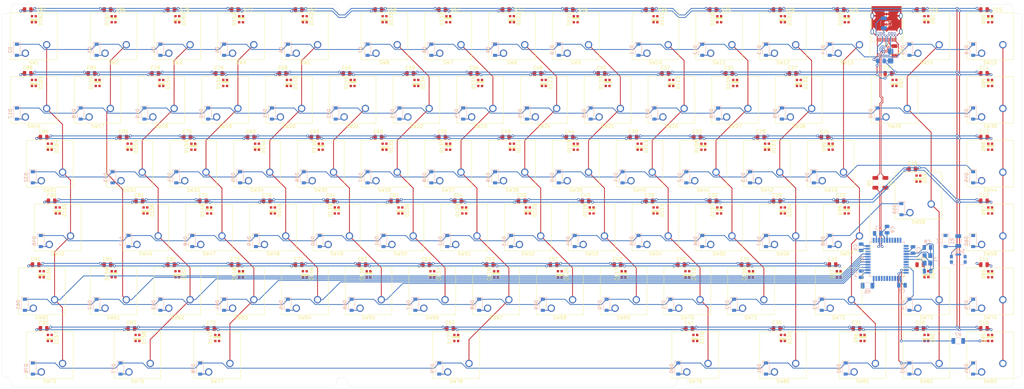
<source format=kicad_pcb>
(kicad_pcb (version 20171130) (host pcbnew 5.1.10)

  (general
    (thickness 1.6)
    (drawings 48)
    (tracks 1537)
    (zones 0)
    (modules 362)
    (nets 216)
  )

  (page A3)
  (layers
    (0 F.Cu signal)
    (31 B.Cu signal)
    (32 B.Adhes user)
    (33 F.Adhes user)
    (34 B.Paste user)
    (35 F.Paste user)
    (36 B.SilkS user)
    (37 F.SilkS user)
    (38 B.Mask user)
    (39 F.Mask user)
    (40 Dwgs.User user hide)
    (41 Cmts.User user)
    (42 Eco1.User user)
    (43 Eco2.User user)
    (44 Edge.Cuts user)
    (45 Margin user)
    (46 B.CrtYd user)
    (47 F.CrtYd user)
    (48 B.Fab user)
    (49 F.Fab user hide)
  )

  (setup
    (last_trace_width 0.25)
    (trace_clearance 0.2)
    (zone_clearance 0.508)
    (zone_45_only no)
    (trace_min 0.2)
    (via_size 0.8)
    (via_drill 0.4)
    (via_min_size 0.6)
    (via_min_drill 0.3)
    (uvia_size 0.3)
    (uvia_drill 0.1)
    (uvias_allowed no)
    (uvia_min_size 0.2)
    (uvia_min_drill 0.1)
    (edge_width 0.05)
    (segment_width 0.2)
    (pcb_text_width 0.3)
    (pcb_text_size 1.5 1.5)
    (mod_edge_width 0.12)
    (mod_text_size 1 1)
    (mod_text_width 0.15)
    (pad_size 1.7 0.55)
    (pad_drill 0)
    (pad_to_mask_clearance 0.051)
    (solder_mask_min_width 0.25)
    (aux_axis_origin 0 0)
    (visible_elements FFFFF77F)
    (pcbplotparams
      (layerselection 0x010fc_ffffffff)
      (usegerberextensions false)
      (usegerberattributes false)
      (usegerberadvancedattributes false)
      (creategerberjobfile false)
      (excludeedgelayer true)
      (linewidth 0.100000)
      (plotframeref false)
      (viasonmask false)
      (mode 1)
      (useauxorigin false)
      (hpglpennumber 1)
      (hpglpenspeed 20)
      (hpglpendiameter 15.000000)
      (psnegative false)
      (psa4output false)
      (plotreference true)
      (plotvalue true)
      (plotinvisibletext false)
      (padsonsilk false)
      (subtractmaskfromsilk false)
      (outputformat 1)
      (mirror false)
      (drillshape 1)
      (scaleselection 1)
      (outputdirectory ""))
  )

  (net 0 "")
  (net 1 GND)
  (net 2 +5V)
  (net 3 "Net-(C7-Pad1)")
  (net 4 "Net-(C8-Pad2)")
  (net 5 "Net-(C9-Pad1)")
  (net 6 RST)
  (net 7 ROW0)
  (net 8 "Net-(D2-Pad2)")
  (net 9 "Net-(D3-Pad2)")
  (net 10 "Net-(D4-Pad2)")
  (net 11 "Net-(D5-Pad2)")
  (net 12 "Net-(D6-Pad2)")
  (net 13 "Net-(D7-Pad2)")
  (net 14 "Net-(D8-Pad2)")
  (net 15 "Net-(D9-Pad2)")
  (net 16 "Net-(D10-Pad2)")
  (net 17 "Net-(D11-Pad2)")
  (net 18 "Net-(D12-Pad2)")
  (net 19 "Net-(D13-Pad2)")
  (net 20 "Net-(D14-Pad2)")
  (net 21 "Net-(D15-Pad2)")
  (net 22 "Net-(D16-Pad2)")
  (net 23 ROW1)
  (net 24 "Net-(D17-Pad2)")
  (net 25 "Net-(D18-Pad2)")
  (net 26 "Net-(D19-Pad2)")
  (net 27 "Net-(D20-Pad2)")
  (net 28 "Net-(D21-Pad2)")
  (net 29 "Net-(D22-Pad2)")
  (net 30 "Net-(D23-Pad2)")
  (net 31 "Net-(D24-Pad2)")
  (net 32 "Net-(D25-Pad2)")
  (net 33 "Net-(D26-Pad2)")
  (net 34 "Net-(D27-Pad2)")
  (net 35 "Net-(D28-Pad2)")
  (net 36 "Net-(D29-Pad2)")
  (net 37 "Net-(D30-Pad2)")
  (net 38 "Net-(D31-Pad2)")
  (net 39 "Net-(D32-Pad2)")
  (net 40 ROW2)
  (net 41 "Net-(D33-Pad2)")
  (net 42 "Net-(D34-Pad2)")
  (net 43 "Net-(D35-Pad2)")
  (net 44 "Net-(D36-Pad2)")
  (net 45 "Net-(D37-Pad2)")
  (net 46 "Net-(D38-Pad2)")
  (net 47 "Net-(D39-Pad2)")
  (net 48 "Net-(D40-Pad2)")
  (net 49 "Net-(D41-Pad2)")
  (net 50 "Net-(D42-Pad2)")
  (net 51 "Net-(D43-Pad2)")
  (net 52 "Net-(D44-Pad2)")
  (net 53 "Net-(D45-Pad2)")
  (net 54 "Net-(D46-Pad2)")
  (net 55 ROW3)
  (net 56 "Net-(D47-Pad2)")
  (net 57 "Net-(D48-Pad2)")
  (net 58 "Net-(D49-Pad2)")
  (net 59 "Net-(D50-Pad2)")
  (net 60 "Net-(D51-Pad2)")
  (net 61 "Net-(D52-Pad2)")
  (net 62 "Net-(D53-Pad2)")
  (net 63 "Net-(D54-Pad2)")
  (net 64 "Net-(D55-Pad2)")
  (net 65 "Net-(D56-Pad2)")
  (net 66 "Net-(D57-Pad2)")
  (net 67 "Net-(D58-Pad2)")
  (net 68 "Net-(D59-Pad2)")
  (net 69 "Net-(D60-Pad2)")
  (net 70 ROW4)
  (net 71 "Net-(D61-Pad2)")
  (net 72 "Net-(D62-Pad2)")
  (net 73 "Net-(D63-Pad2)")
  (net 74 "Net-(D64-Pad2)")
  (net 75 "Net-(D65-Pad2)")
  (net 76 "Net-(D66-Pad2)")
  (net 77 "Net-(D67-Pad2)")
  (net 78 "Net-(D68-Pad2)")
  (net 79 "Net-(D69-Pad2)")
  (net 80 "Net-(D70-Pad2)")
  (net 81 "Net-(D71-Pad2)")
  (net 82 "Net-(D72-Pad2)")
  (net 83 "Net-(D73-Pad2)")
  (net 84 "Net-(D74-Pad2)")
  (net 85 "Net-(D75-Pad2)")
  (net 86 ROW5)
  (net 87 "Net-(D76-Pad2)")
  (net 88 "Net-(D77-Pad2)")
  (net 89 "Net-(D78-Pad2)")
  (net 90 "Net-(D79-Pad2)")
  (net 91 "Net-(D80-Pad2)")
  (net 92 "Net-(D81-Pad2)")
  (net 93 "Net-(D82-Pad2)")
  (net 94 "Net-(D83-Pad2)")
  (net 95 "Net-(D84-Pad2)")
  (net 96 "Net-(D85-Pad2)")
  (net 97 DIN)
  (net 98 "Net-(D86-Pad2)")
  (net 99 "Net-(D87-Pad2)")
  (net 100 "Net-(D88-Pad2)")
  (net 101 "Net-(D89-Pad2)")
  (net 102 "Net-(D90-Pad2)")
  (net 103 "Net-(D91-Pad2)")
  (net 104 "Net-(D92-Pad2)")
  (net 105 "Net-(D93-Pad2)")
  (net 106 "Net-(D94-Pad2)")
  (net 107 "Net-(D95-Pad2)")
  (net 108 "Net-(D96-Pad2)")
  (net 109 "Net-(D97-Pad2)")
  (net 110 "Net-(D98-Pad2)")
  (net 111 "Net-(D100-Pad4)")
  (net 112 "Net-(D100-Pad2)")
  (net 113 "Net-(D101-Pad2)")
  (net 114 "Net-(D102-Pad2)")
  (net 115 "Net-(D103-Pad2)")
  (net 116 "Net-(D104-Pad2)")
  (net 117 "Net-(D105-Pad2)")
  (net 118 "Net-(D106-Pad2)")
  (net 119 "Net-(D107-Pad2)")
  (net 120 "Net-(D108-Pad2)")
  (net 121 "Net-(D109-Pad2)")
  (net 122 "Net-(D110-Pad2)")
  (net 123 "Net-(D111-Pad2)")
  (net 124 "Net-(D112-Pad2)")
  (net 125 "Net-(D113-Pad2)")
  (net 126 "Net-(D114-Pad2)")
  (net 127 "Net-(D115-Pad2)")
  (net 128 "Net-(D116-Pad2)")
  (net 129 "Net-(D117-Pad2)")
  (net 130 "Net-(D118-Pad2)")
  (net 131 "Net-(D119-Pad2)")
  (net 132 "Net-(D120-Pad2)")
  (net 133 "Net-(D121-Pad2)")
  (net 134 "Net-(D122-Pad2)")
  (net 135 "Net-(D123-Pad2)")
  (net 136 "Net-(D124-Pad2)")
  (net 137 "Net-(D125-Pad2)")
  (net 138 "Net-(D126-Pad2)")
  (net 139 "Net-(D127-Pad2)")
  (net 140 "Net-(D128-Pad2)")
  (net 141 "Net-(D129-Pad2)")
  (net 142 "Net-(D130-Pad2)")
  (net 143 "Net-(D131-Pad2)")
  (net 144 "Net-(D132-Pad2)")
  (net 145 "Net-(D133-Pad2)")
  (net 146 "Net-(D134-Pad2)")
  (net 147 "Net-(D135-Pad2)")
  (net 148 "Net-(D136-Pad2)")
  (net 149 "Net-(D137-Pad2)")
  (net 150 "Net-(D138-Pad2)")
  (net 151 "Net-(D139-Pad2)")
  (net 152 "Net-(D140-Pad2)")
  (net 153 "Net-(D141-Pad2)")
  (net 154 "Net-(D142-Pad2)")
  (net 155 "Net-(D143-Pad2)")
  (net 156 "Net-(D144-Pad2)")
  (net 157 "Net-(D145-Pad2)")
  (net 158 "Net-(D146-Pad2)")
  (net 159 "Net-(D147-Pad2)")
  (net 160 "Net-(D148-Pad2)")
  (net 161 "Net-(D149-Pad2)")
  (net 162 "Net-(D150-Pad2)")
  (net 163 "Net-(D151-Pad2)")
  (net 164 "Net-(D152-Pad2)")
  (net 165 "Net-(D153-Pad2)")
  (net 166 "Net-(D154-Pad2)")
  (net 167 "Net-(D155-Pad2)")
  (net 168 "Net-(D156-Pad2)")
  (net 169 "Net-(D157-Pad2)")
  (net 170 "Net-(D158-Pad2)")
  (net 171 "Net-(D159-Pad2)")
  (net 172 "Net-(D160-Pad2)")
  (net 173 "Net-(D161-Pad2)")
  (net 174 "Net-(D162-Pad2)")
  (net 175 "Net-(D163-Pad2)")
  (net 176 "Net-(D164-Pad2)")
  (net 177 "Net-(D165-Pad2)")
  (net 178 "Net-(D166-Pad2)")
  (net 179 "Net-(D167-Pad2)")
  (net 180 "Net-(F1-Pad2)")
  (net 181 COL02)
  (net 182 COL00)
  (net 183 COL01)
  (net 184 D-)
  (net 185 D+)
  (net 186 "Net-(R6-Pad2)")
  (net 187 COL03)
  (net 188 COL04)
  (net 189 COL06)
  (net 190 COL07)
  (net 191 COL08)
  (net 192 COL09)
  (net 193 COL10)
  (net 194 COL11)
  (net 195 COL12)
  (net 196 COL13)
  (net 197 COL14)
  (net 198 COL15)
  (net 199 COL05)
  (net 200 "Net-(U1-Pad1)")
  (net 201 "Net-(U1-Pad42)")
  (net 202 "Net-(R7-Pad2)")
  (net 203 "Net-(J1-PadB11)")
  (net 204 "Net-(J1-PadB2)")
  (net 205 "Net-(J1-PadB5)")
  (net 206 "Net-(J1-PadB8)")
  (net 207 "Net-(J1-PadB3)")
  (net 208 "Net-(J1-PadB10)")
  (net 209 "Net-(J1-PadA2)")
  (net 210 "Net-(J1-PadA3)")
  (net 211 "Net-(J1-PadA5)")
  (net 212 "Net-(J1-PadA8)")
  (net 213 "Net-(J1-PadA10)")
  (net 214 "Net-(J1-PadA11)")
  (net 215 "Net-(U1-Pad12)")

  (net_class Default "Dies ist die voreingestellte Netzklasse."
    (clearance 0.2)
    (trace_width 0.25)
    (via_dia 0.8)
    (via_drill 0.4)
    (uvia_dia 0.3)
    (uvia_drill 0.1)
    (add_net +5V)
    (add_net COL00)
    (add_net COL01)
    (add_net COL02)
    (add_net COL03)
    (add_net COL04)
    (add_net COL05)
    (add_net COL06)
    (add_net COL07)
    (add_net COL08)
    (add_net COL09)
    (add_net COL10)
    (add_net COL11)
    (add_net COL12)
    (add_net COL13)
    (add_net COL14)
    (add_net COL15)
    (add_net D+)
    (add_net D-)
    (add_net DIN)
    (add_net GND)
    (add_net "Net-(C7-Pad1)")
    (add_net "Net-(C8-Pad2)")
    (add_net "Net-(C9-Pad1)")
    (add_net "Net-(D10-Pad2)")
    (add_net "Net-(D100-Pad2)")
    (add_net "Net-(D100-Pad4)")
    (add_net "Net-(D101-Pad2)")
    (add_net "Net-(D102-Pad2)")
    (add_net "Net-(D103-Pad2)")
    (add_net "Net-(D104-Pad2)")
    (add_net "Net-(D105-Pad2)")
    (add_net "Net-(D106-Pad2)")
    (add_net "Net-(D107-Pad2)")
    (add_net "Net-(D108-Pad2)")
    (add_net "Net-(D109-Pad2)")
    (add_net "Net-(D11-Pad2)")
    (add_net "Net-(D110-Pad2)")
    (add_net "Net-(D111-Pad2)")
    (add_net "Net-(D112-Pad2)")
    (add_net "Net-(D113-Pad2)")
    (add_net "Net-(D114-Pad2)")
    (add_net "Net-(D115-Pad2)")
    (add_net "Net-(D116-Pad2)")
    (add_net "Net-(D117-Pad2)")
    (add_net "Net-(D118-Pad2)")
    (add_net "Net-(D119-Pad2)")
    (add_net "Net-(D12-Pad2)")
    (add_net "Net-(D120-Pad2)")
    (add_net "Net-(D121-Pad2)")
    (add_net "Net-(D122-Pad2)")
    (add_net "Net-(D123-Pad2)")
    (add_net "Net-(D124-Pad2)")
    (add_net "Net-(D125-Pad2)")
    (add_net "Net-(D126-Pad2)")
    (add_net "Net-(D127-Pad2)")
    (add_net "Net-(D128-Pad2)")
    (add_net "Net-(D129-Pad2)")
    (add_net "Net-(D13-Pad2)")
    (add_net "Net-(D130-Pad2)")
    (add_net "Net-(D131-Pad2)")
    (add_net "Net-(D132-Pad2)")
    (add_net "Net-(D133-Pad2)")
    (add_net "Net-(D134-Pad2)")
    (add_net "Net-(D135-Pad2)")
    (add_net "Net-(D136-Pad2)")
    (add_net "Net-(D137-Pad2)")
    (add_net "Net-(D138-Pad2)")
    (add_net "Net-(D139-Pad2)")
    (add_net "Net-(D14-Pad2)")
    (add_net "Net-(D140-Pad2)")
    (add_net "Net-(D141-Pad2)")
    (add_net "Net-(D142-Pad2)")
    (add_net "Net-(D143-Pad2)")
    (add_net "Net-(D144-Pad2)")
    (add_net "Net-(D145-Pad2)")
    (add_net "Net-(D146-Pad2)")
    (add_net "Net-(D147-Pad2)")
    (add_net "Net-(D148-Pad2)")
    (add_net "Net-(D149-Pad2)")
    (add_net "Net-(D15-Pad2)")
    (add_net "Net-(D150-Pad2)")
    (add_net "Net-(D151-Pad2)")
    (add_net "Net-(D152-Pad2)")
    (add_net "Net-(D153-Pad2)")
    (add_net "Net-(D154-Pad2)")
    (add_net "Net-(D155-Pad2)")
    (add_net "Net-(D156-Pad2)")
    (add_net "Net-(D157-Pad2)")
    (add_net "Net-(D158-Pad2)")
    (add_net "Net-(D159-Pad2)")
    (add_net "Net-(D16-Pad2)")
    (add_net "Net-(D160-Pad2)")
    (add_net "Net-(D161-Pad2)")
    (add_net "Net-(D162-Pad2)")
    (add_net "Net-(D163-Pad2)")
    (add_net "Net-(D164-Pad2)")
    (add_net "Net-(D165-Pad2)")
    (add_net "Net-(D166-Pad2)")
    (add_net "Net-(D167-Pad2)")
    (add_net "Net-(D17-Pad2)")
    (add_net "Net-(D18-Pad2)")
    (add_net "Net-(D19-Pad2)")
    (add_net "Net-(D2-Pad2)")
    (add_net "Net-(D20-Pad2)")
    (add_net "Net-(D21-Pad2)")
    (add_net "Net-(D22-Pad2)")
    (add_net "Net-(D23-Pad2)")
    (add_net "Net-(D24-Pad2)")
    (add_net "Net-(D25-Pad2)")
    (add_net "Net-(D26-Pad2)")
    (add_net "Net-(D27-Pad2)")
    (add_net "Net-(D28-Pad2)")
    (add_net "Net-(D29-Pad2)")
    (add_net "Net-(D3-Pad2)")
    (add_net "Net-(D30-Pad2)")
    (add_net "Net-(D31-Pad2)")
    (add_net "Net-(D32-Pad2)")
    (add_net "Net-(D33-Pad2)")
    (add_net "Net-(D34-Pad2)")
    (add_net "Net-(D35-Pad2)")
    (add_net "Net-(D36-Pad2)")
    (add_net "Net-(D37-Pad2)")
    (add_net "Net-(D38-Pad2)")
    (add_net "Net-(D39-Pad2)")
    (add_net "Net-(D4-Pad2)")
    (add_net "Net-(D40-Pad2)")
    (add_net "Net-(D41-Pad2)")
    (add_net "Net-(D42-Pad2)")
    (add_net "Net-(D43-Pad2)")
    (add_net "Net-(D44-Pad2)")
    (add_net "Net-(D45-Pad2)")
    (add_net "Net-(D46-Pad2)")
    (add_net "Net-(D47-Pad2)")
    (add_net "Net-(D48-Pad2)")
    (add_net "Net-(D49-Pad2)")
    (add_net "Net-(D5-Pad2)")
    (add_net "Net-(D50-Pad2)")
    (add_net "Net-(D51-Pad2)")
    (add_net "Net-(D52-Pad2)")
    (add_net "Net-(D53-Pad2)")
    (add_net "Net-(D54-Pad2)")
    (add_net "Net-(D55-Pad2)")
    (add_net "Net-(D56-Pad2)")
    (add_net "Net-(D57-Pad2)")
    (add_net "Net-(D58-Pad2)")
    (add_net "Net-(D59-Pad2)")
    (add_net "Net-(D6-Pad2)")
    (add_net "Net-(D60-Pad2)")
    (add_net "Net-(D61-Pad2)")
    (add_net "Net-(D62-Pad2)")
    (add_net "Net-(D63-Pad2)")
    (add_net "Net-(D64-Pad2)")
    (add_net "Net-(D65-Pad2)")
    (add_net "Net-(D66-Pad2)")
    (add_net "Net-(D67-Pad2)")
    (add_net "Net-(D68-Pad2)")
    (add_net "Net-(D69-Pad2)")
    (add_net "Net-(D7-Pad2)")
    (add_net "Net-(D70-Pad2)")
    (add_net "Net-(D71-Pad2)")
    (add_net "Net-(D72-Pad2)")
    (add_net "Net-(D73-Pad2)")
    (add_net "Net-(D74-Pad2)")
    (add_net "Net-(D75-Pad2)")
    (add_net "Net-(D76-Pad2)")
    (add_net "Net-(D77-Pad2)")
    (add_net "Net-(D78-Pad2)")
    (add_net "Net-(D79-Pad2)")
    (add_net "Net-(D8-Pad2)")
    (add_net "Net-(D80-Pad2)")
    (add_net "Net-(D81-Pad2)")
    (add_net "Net-(D82-Pad2)")
    (add_net "Net-(D83-Pad2)")
    (add_net "Net-(D84-Pad2)")
    (add_net "Net-(D85-Pad2)")
    (add_net "Net-(D86-Pad2)")
    (add_net "Net-(D87-Pad2)")
    (add_net "Net-(D88-Pad2)")
    (add_net "Net-(D89-Pad2)")
    (add_net "Net-(D9-Pad2)")
    (add_net "Net-(D90-Pad2)")
    (add_net "Net-(D91-Pad2)")
    (add_net "Net-(D92-Pad2)")
    (add_net "Net-(D93-Pad2)")
    (add_net "Net-(D94-Pad2)")
    (add_net "Net-(D95-Pad2)")
    (add_net "Net-(D96-Pad2)")
    (add_net "Net-(D97-Pad2)")
    (add_net "Net-(D98-Pad2)")
    (add_net "Net-(F1-Pad2)")
    (add_net "Net-(J1-PadA10)")
    (add_net "Net-(J1-PadA11)")
    (add_net "Net-(J1-PadA2)")
    (add_net "Net-(J1-PadA3)")
    (add_net "Net-(J1-PadA5)")
    (add_net "Net-(J1-PadA8)")
    (add_net "Net-(J1-PadB10)")
    (add_net "Net-(J1-PadB11)")
    (add_net "Net-(J1-PadB2)")
    (add_net "Net-(J1-PadB3)")
    (add_net "Net-(J1-PadB5)")
    (add_net "Net-(J1-PadB8)")
    (add_net "Net-(R6-Pad2)")
    (add_net "Net-(R7-Pad2)")
    (add_net "Net-(U1-Pad1)")
    (add_net "Net-(U1-Pad12)")
    (add_net "Net-(U1-Pad42)")
    (add_net ROW0)
    (add_net ROW1)
    (add_net ROW2)
    (add_net ROW3)
    (add_net ROW4)
    (add_net ROW5)
    (add_net RST)
  )

  (module Button_Switch_Keyboard:SW_Cherry_MX_ISOEnter_PCB (layer F.Cu) (tedit 60E88C41) (tstamp 5F160517)
    (at 309.40375 100.33 180)
    (descr "Cherry MX keyswitch, ISO Enter, PCB mount, http://cherryamericas.com/wp-content/uploads/2014/12/mx_cat.pdf")
    (tags "Cherry MX keyswitch ISO enter PCB")
    (path /5F51BE8C/5F51CE2C)
    (fp_text reference SW58 (at -2.54 -2.794 180) (layer F.SilkS)
      (effects (font (size 1 1) (thickness 0.15)))
    )
    (fp_text value MX1A-G1NA (at -2.286 13.208 180) (layer F.Fab)
      (effects (font (size 1 1) (thickness 0.15)))
    )
    (fp_line (start -8.89 -1.27) (end 3.81 -1.27) (layer F.Fab) (width 0.1))
    (fp_line (start 3.81 -1.27) (end 3.81 11.43) (layer F.Fab) (width 0.1))
    (fp_line (start 3.81 11.43) (end -8.89 11.43) (layer F.Fab) (width 0.1))
    (fp_line (start -8.89 11.43) (end -8.89 -1.27) (layer F.Fab) (width 0.1))
    (fp_line (start -9.14 11.68) (end -9.14 -1.52) (layer F.CrtYd) (width 0.05))
    (fp_line (start 4.06 11.68) (end -9.14 11.68) (layer F.CrtYd) (width 0.05))
    (fp_line (start 4.06 -1.52) (end 4.06 11.68) (layer F.CrtYd) (width 0.05))
    (fp_line (start -9.14 -1.52) (end 4.06 -1.52) (layer F.CrtYd) (width 0.05))
    (fp_line (start 9.36625 -13.97) (end 9.36625 5.08) (layer Dwgs.User) (width 0.15))
    (fp_line (start 14.12875 24.13) (end -14.44625 24.13) (layer Dwgs.User) (width 0.15))
    (fp_line (start -14.44625 24.13) (end -14.44625 -13.97) (layer Dwgs.User) (width 0.15))
    (fp_line (start -14.44625 -13.97) (end 9.36625 -13.97) (layer Dwgs.User) (width 0.15))
    (fp_line (start 14.12875 5.08) (end 14.12875 24.13) (layer Dwgs.User) (width 0.15))
    (fp_line (start 9.36625 5.08) (end 14.12875 5.08) (layer Dwgs.User) (width 0.15))
    (fp_line (start -9.525 -1.905) (end 4.445 -1.905) (layer F.SilkS) (width 0.12))
    (fp_line (start 4.445 -1.905) (end 4.445 12.065) (layer F.SilkS) (width 0.12))
    (fp_line (start 4.445 12.065) (end -9.525 12.065) (layer F.SilkS) (width 0.12))
    (fp_line (start -9.525 12.065) (end -9.525 -1.905) (layer F.SilkS) (width 0.12))
    (fp_text user %R (at -2.54 -2.794 180) (layer F.Fab)
      (effects (font (size 1 1) (thickness 0.15)))
    )
    (pad 1 thru_hole circle (at 0 0 180) (size 2.2 2.2) (drill 1.5) (layers *.Cu *.Mask)
      (net 68 "Net-(D59-Pad2)"))
    (pad 2 thru_hole circle (at -6.35 2.54 180) (size 2.2 2.2) (drill 1.5) (layers *.Cu *.Mask)
      (net 197 COL14))
    (pad "" np_thru_hole circle (at -2.54 5.08 180) (size 4 4) (drill 4) (layers *.Cu *.Mask))
    (pad "" np_thru_hole circle (at -7.62 5.08 180) (size 1.7 1.7) (drill 1.7) (layers *.Cu *.Mask))
    (pad "" np_thru_hole circle (at 2.54 5.08 180) (size 1.7 1.7) (drill 1.7) (layers *.Cu *.Mask))
    (model ${KISYS3DMOD}/Button_Switch_Keyboard.3dshapes/SW_Cherry_MX_ISOEnter_PCB.wrl
      (at (xyz 0 0 0))
      (scale (xyz 1 1 1))
      (rotate (xyz 0 0 0))
    )
  )

  (module Button_Switch_Keyboard:SW_Cherry_MX_2.00u_PCB (layer F.Cu) (tedit 60E88B61) (tstamp 5F16021F)
    (at 302.26 71.755 180)
    (descr "Cherry MX keyswitch, 2.00u, PCB mount, http://cherryamericas.com/wp-content/uploads/2014/12/mx_cat.pdf")
    (tags "Cherry MX keyswitch 2.00u PCB")
    (path /5F51BE8C/5F51CE0E)
    (fp_text reference SW29 (at -2.54 -2.794 180) (layer F.SilkS)
      (effects (font (size 1 1) (thickness 0.15)))
    )
    (fp_text value MX1A-G1NA (at -2.54 12.954 180) (layer F.Fab)
      (effects (font (size 1 1) (thickness 0.15)))
    )
    (fp_line (start -8.89 -1.27) (end 3.81 -1.27) (layer F.Fab) (width 0.1))
    (fp_line (start 3.81 -1.27) (end 3.81 11.43) (layer F.Fab) (width 0.1))
    (fp_line (start 3.81 11.43) (end -8.89 11.43) (layer F.Fab) (width 0.1))
    (fp_line (start -8.89 11.43) (end -8.89 -1.27) (layer F.Fab) (width 0.1))
    (fp_line (start -9.14 11.68) (end -9.14 -1.52) (layer F.CrtYd) (width 0.05))
    (fp_line (start 4.06 11.68) (end -9.14 11.68) (layer F.CrtYd) (width 0.05))
    (fp_line (start 4.06 -1.52) (end 4.06 11.68) (layer F.CrtYd) (width 0.05))
    (fp_line (start -9.14 -1.52) (end 4.06 -1.52) (layer F.CrtYd) (width 0.05))
    (fp_line (start -21.59 -4.445) (end 16.51 -4.445) (layer Dwgs.User) (width 0.15))
    (fp_line (start 16.51 -4.445) (end 16.51 14.605) (layer Dwgs.User) (width 0.15))
    (fp_line (start 16.51 14.605) (end -21.59 14.605) (layer Dwgs.User) (width 0.15))
    (fp_line (start -21.59 14.605) (end -21.59 -4.445) (layer Dwgs.User) (width 0.15))
    (fp_line (start -9.525 -1.905) (end 4.445 -1.905) (layer F.SilkS) (width 0.12))
    (fp_line (start 4.445 -1.905) (end 4.445 12.065) (layer F.SilkS) (width 0.12))
    (fp_line (start 4.445 12.065) (end -9.525 12.065) (layer F.SilkS) (width 0.12))
    (fp_line (start -9.525 12.065) (end -9.525 -1.905) (layer F.SilkS) (width 0.12))
    (fp_text user %R (at -2.54 -2.794 180) (layer F.Fab)
      (effects (font (size 1 1) (thickness 0.15)))
    )
    (pad 1 thru_hole circle (at 0 0 180) (size 2.2 2.2) (drill 1.5) (layers *.Cu *.Mask)
      (net 37 "Net-(D30-Pad2)"))
    (pad 2 thru_hole circle (at -6.35 2.54 180) (size 2.2 2.2) (drill 1.5) (layers *.Cu *.Mask)
      (net 197 COL14))
    (pad "" np_thru_hole circle (at -2.54 5.08 180) (size 4 4) (drill 4) (layers *.Cu *.Mask))
    (pad "" np_thru_hole circle (at -7.62 5.08 180) (size 1.7 1.7) (drill 1.7) (layers *.Cu *.Mask))
    (pad "" np_thru_hole circle (at 2.54 5.08 180) (size 1.7 1.7) (drill 1.7) (layers *.Cu *.Mask))
    (model ${KISYS3DMOD}/Button_Switch_Keyboard.3dshapes/SW_Cherry_MX_2.00u_PCB.wrl
      (at (xyz 0 0 0))
      (scale (xyz 1 1 1))
      (rotate (xyz 0 0 0))
    )
  )

  (module Button_Switch_Keyboard:SW_Cherry_MX_6.25u_PCB (layer F.Cu) (tedit 60E88B4A) (tstamp 5F160723)
    (at 171.29125 147.955 180)
    (descr "Cherry MX keyswitch, 6.25u, PCB mount, http://cherryamericas.com/wp-content/uploads/2014/12/mx_cat.pdf")
    (tags "Cherry MX keyswitch 6.25u PCB")
    (path /5F51BE8C/5F84AEA9)
    (fp_text reference SW78 (at -2.54 -2.794 180) (layer F.SilkS)
      (effects (font (size 1 1) (thickness 0.15)))
    )
    (fp_text value MX1A-G1NA (at -2.54 12.954 180) (layer F.Fab)
      (effects (font (size 1 1) (thickness 0.15)))
    )
    (fp_line (start -8.89 -1.27) (end 3.81 -1.27) (layer F.Fab) (width 0.1))
    (fp_line (start 3.81 -1.27) (end 3.81 11.43) (layer F.Fab) (width 0.1))
    (fp_line (start 3.81 11.43) (end -8.89 11.43) (layer F.Fab) (width 0.1))
    (fp_line (start -8.89 11.43) (end -8.89 -1.27) (layer F.Fab) (width 0.1))
    (fp_line (start -9.14 11.68) (end -9.14 -1.52) (layer F.CrtYd) (width 0.05))
    (fp_line (start 4.06 11.68) (end -9.14 11.68) (layer F.CrtYd) (width 0.05))
    (fp_line (start 4.06 -1.52) (end 4.06 11.68) (layer F.CrtYd) (width 0.05))
    (fp_line (start -9.14 -1.52) (end 4.06 -1.52) (layer F.CrtYd) (width 0.05))
    (fp_line (start -62.07125 -4.445) (end 56.99125 -4.445) (layer Dwgs.User) (width 0.15))
    (fp_line (start 56.99125 -4.445) (end 56.99125 14.605) (layer Dwgs.User) (width 0.15))
    (fp_line (start 56.99125 14.605) (end -62.07125 14.605) (layer Dwgs.User) (width 0.15))
    (fp_line (start -62.07125 14.605) (end -62.07125 -4.445) (layer Dwgs.User) (width 0.15))
    (fp_line (start -9.525 -1.905) (end 4.445 -1.905) (layer F.SilkS) (width 0.12))
    (fp_line (start 4.445 -1.905) (end 4.445 12.065) (layer F.SilkS) (width 0.12))
    (fp_line (start 4.445 12.065) (end -9.525 12.065) (layer F.SilkS) (width 0.12))
    (fp_line (start -9.525 12.065) (end -9.525 -1.905) (layer F.SilkS) (width 0.12))
    (fp_text user %R (at -2.54 -2.794 180) (layer F.Fab)
      (effects (font (size 1 1) (thickness 0.15)))
    )
    (pad 1 thru_hole circle (at 0 0 180) (size 2.2 2.2) (drill 1.5) (layers *.Cu *.Mask)
      (net 90 "Net-(D79-Pad2)"))
    (pad 2 thru_hole circle (at -6.35 2.54 180) (size 2.2 2.2) (drill 1.5) (layers *.Cu *.Mask)
      (net 190 COL07))
    (pad "" np_thru_hole circle (at -2.54 5.08 180) (size 4 4) (drill 4) (layers *.Cu *.Mask))
    (pad "" np_thru_hole circle (at -7.62 5.08 180) (size 1.7 1.7) (drill 1.7) (layers *.Cu *.Mask))
    (pad "" np_thru_hole circle (at 2.54 5.08 180) (size 1.7 1.7) (drill 1.7) (layers *.Cu *.Mask))
    (model ${KISYS3DMOD}/Button_Switch_Keyboard.3dshapes/SW_Cherry_MX_6.25u_PCB.wrl
      (at (xyz 0 0 0))
      (scale (xyz 1 1 1))
      (rotate (xyz 0 0 0))
    )
  )

  (module MountingHole:MountingHole_3.2mm_M3 (layer F.Cu) (tedit 60E8488E) (tstamp 60E8A97D)
    (at 341.8 151.3)
    (descr "Mounting Hole 3.4mm, no annular, M3")
    (tags "mounting hole 3.4mm no annular m3")
    (attr virtual)
    (fp_text reference REF** (at 0 -4.2) (layer F.SilkS) hide
      (effects (font (size 1 1) (thickness 0.15)))
    )
    (fp_text value MountingHole_3.4mm_M3 (at 0 4.2) (layer F.Fab) hide
      (effects (font (size 1 1) (thickness 0.15)))
    )
    (pad "" smd circle (at 0 0) (size 3.4 3.4) (layers *.Paste))
  )

  (module MountingHole:MountingHole_3.2mm_M3 (layer F.Cu) (tedit 60E8488E) (tstamp 60E8A94A)
    (at 341.8 39.2)
    (descr "Mounting Hole 3.4mm, no annular, M3")
    (tags "mounting hole 3.4mm no annular m3")
    (attr virtual)
    (fp_text reference REF** (at 0 -4.2) (layer F.SilkS) hide
      (effects (font (size 1 1) (thickness 0.15)))
    )
    (fp_text value MountingHole_3.4mm_M3 (at 0 4.2) (layer F.Fab) hide
      (effects (font (size 1 1) (thickness 0.15)))
    )
    (pad "" smd circle (at 0 0) (size 3.4 3.4) (layers *.Paste))
  )

  (module MountingHole:MountingHole_3.2mm_M3 (layer F.Cu) (tedit 60E8488E) (tstamp 60E8A92F)
    (at 39.2 151.3)
    (descr "Mounting Hole 3.4mm, no annular, M3")
    (tags "mounting hole 3.4mm no annular m3")
    (attr virtual)
    (fp_text reference REF** (at 0 -4.2) (layer F.SilkS) hide
      (effects (font (size 1 1) (thickness 0.15)))
    )
    (fp_text value MountingHole_3.4mm_M3 (at 0 4.2) (layer F.Fab) hide
      (effects (font (size 1 1) (thickness 0.15)))
    )
    (pad "" smd circle (at 0 0) (size 3.4 3.4) (layers *.Paste))
  )

  (module MountingHole:MountingHole_3.2mm_M3 (layer F.Cu) (tedit 60E8488E) (tstamp 60E8A8F8)
    (at 39.2 39.2)
    (descr "Mounting Hole 3.4mm, no annular, M3")
    (tags "mounting hole 3.4mm no annular m3")
    (attr virtual)
    (fp_text reference REF** (at 0 -4.2) (layer F.SilkS) hide
      (effects (font (size 1 1) (thickness 0.15)))
    )
    (fp_text value MountingHole_3.4mm_M3 (at 0 4.2) (layer F.Fab) hide
      (effects (font (size 1 1) (thickness 0.15)))
    )
    (pad "" smd circle (at 0 0) (size 3.4 3.4) (layers *.Paste))
  )

  (module MountingHole:MountingHole_3.2mm_M3 (layer F.Cu) (tedit 60E8488E) (tstamp 60E8A1A1)
    (at 241.3 151.3)
    (descr "Mounting Hole 3.4mm, no annular, M3")
    (tags "mounting hole 3.4mm no annular m3")
    (attr virtual)
    (fp_text reference REF** (at 0 -4.2) (layer F.SilkS) hide
      (effects (font (size 1 1) (thickness 0.15)))
    )
    (fp_text value MountingHole_3.4mm_M3 (at 0 4.2) (layer F.Fab) hide
      (effects (font (size 1 1) (thickness 0.15)))
    )
    (pad "" smd circle (at 0 0) (size 3.4 3.4) (layers *.Paste))
  )

  (module MountingHole:MountingHole_3.2mm_M3 (layer F.Cu) (tedit 60E8488E) (tstamp 60E8A18C)
    (at 139.7 151.3)
    (descr "Mounting Hole 3.4mm, no annular, M3")
    (tags "mounting hole 3.4mm no annular m3")
    (attr virtual)
    (fp_text reference REF** (at 0 -4.2) (layer F.SilkS) hide
      (effects (font (size 1 1) (thickness 0.15)))
    )
    (fp_text value MountingHole_3.4mm_M3 (at 0 4.2) (layer F.Fab) hide
      (effects (font (size 1 1) (thickness 0.15)))
    )
    (pad "" smd circle (at 0 0) (size 3.4 3.4) (layers *.Paste))
  )

  (module MountingHole:MountingHole_3.2mm_M3 (layer F.Cu) (tedit 60E8488E) (tstamp 60E8A17F)
    (at 241.3 39.2)
    (descr "Mounting Hole 3.4mm, no annular, M3")
    (tags "mounting hole 3.4mm no annular m3")
    (attr virtual)
    (fp_text reference REF** (at 0 -4.2) (layer F.SilkS) hide
      (effects (font (size 1 1) (thickness 0.15)))
    )
    (fp_text value MountingHole_3.4mm_M3 (at 0 4.2) (layer F.Fab) hide
      (effects (font (size 1 1) (thickness 0.15)))
    )
    (pad "" smd circle (at 0 0) (size 3.4 3.4) (layers *.Paste))
  )

  (module MountingHole:MountingHole_3.2mm_M3 (layer F.Cu) (tedit 60E8488E) (tstamp 60E89FD7)
    (at 139.7 39.2)
    (descr "Mounting Hole 3.4mm, no annular, M3")
    (tags "mounting hole 3.4mm no annular m3")
    (attr virtual)
    (fp_text reference REF** (at 0 -4.2) (layer F.SilkS) hide
      (effects (font (size 1 1) (thickness 0.15)))
    )
    (fp_text value MountingHole_3.4mm_M3 (at 0 4.2) (layer F.Fab) hide
      (effects (font (size 1 1) (thickness 0.15)))
    )
    (pad "" smd circle (at 0 0) (size 3.4 3.4) (layers *.Paste))
  )

  (module Crystal:Crystal_SMD_3225-4Pin_3.2x2.5mm (layer B.Cu) (tedit 5A0FD1B2) (tstamp 60EED0B1)
    (at 314.6425 114.3 90)
    (descr "SMD Crystal SERIES SMD3225/4 http://www.txccrystal.com/images/pdf/7m-accuracy.pdf, 3.2x2.5mm^2 package")
    (tags "SMD SMT crystal")
    (path /5F294622)
    (attr smd)
    (fp_text reference Y1 (at 0 2.45 90) (layer B.SilkS)
      (effects (font (size 1 1) (thickness 0.15)) (justify mirror))
    )
    (fp_text value 16MHz (at 0 -2.45 90) (layer B.Fab)
      (effects (font (size 1 1) (thickness 0.15)) (justify mirror))
    )
    (fp_line (start 2.1 1.7) (end -2.1 1.7) (layer B.CrtYd) (width 0.05))
    (fp_line (start 2.1 -1.7) (end 2.1 1.7) (layer B.CrtYd) (width 0.05))
    (fp_line (start -2.1 -1.7) (end 2.1 -1.7) (layer B.CrtYd) (width 0.05))
    (fp_line (start -2.1 1.7) (end -2.1 -1.7) (layer B.CrtYd) (width 0.05))
    (fp_line (start -2 -1.65) (end 2 -1.65) (layer B.SilkS) (width 0.12))
    (fp_line (start -2 1.65) (end -2 -1.65) (layer B.SilkS) (width 0.12))
    (fp_line (start -1.6 -0.25) (end -0.6 -1.25) (layer B.Fab) (width 0.1))
    (fp_line (start 1.6 1.25) (end -1.6 1.25) (layer B.Fab) (width 0.1))
    (fp_line (start 1.6 -1.25) (end 1.6 1.25) (layer B.Fab) (width 0.1))
    (fp_line (start -1.6 -1.25) (end 1.6 -1.25) (layer B.Fab) (width 0.1))
    (fp_line (start -1.6 1.25) (end -1.6 -1.25) (layer B.Fab) (width 0.1))
    (fp_text user %R (at 0 0 90) (layer B.Fab)
      (effects (font (size 0.7 0.7) (thickness 0.105)) (justify mirror))
    )
    (pad 1 smd rect (at -1.1 -0.85 90) (size 1.4 1.2) (layers B.Cu B.Paste B.Mask)
      (net 3 "Net-(C7-Pad1)"))
    (pad 2 smd rect (at 1.1 -0.85 90) (size 1.4 1.2) (layers B.Cu B.Paste B.Mask)
      (net 1 GND))
    (pad 3 smd rect (at 1.1 0.85 90) (size 1.4 1.2) (layers B.Cu B.Paste B.Mask)
      (net 4 "Net-(C8-Pad2)"))
    (pad 4 smd rect (at -1.1 0.85 90) (size 1.4 1.2) (layers B.Cu B.Paste B.Mask)
      (net 1 GND))
    (model ${KISYS3DMOD}/Crystal.3dshapes/Crystal_SMD_3225-4Pin_3.2x2.5mm.wrl
      (at (xyz 0 0 0))
      (scale (xyz 1 1 1))
      (rotate (xyz 0 0 0))
    )
  )

  (module Button_Switch_SMD:SW_Push_1P1T-SH_NO_CK_KMR2xxG (layer B.Cu) (tedit 60F04E96) (tstamp 60EE10F7)
    (at 323.85 114.3 180)
    (descr "CK components KMR2 tactile switch with ground pin http://www.ckswitches.com/media/1479/kmr2.pdf")
    (tags "tactile switch kmr2")
    (path /60FEE33A)
    (attr smd)
    (fp_text reference SW84 (at 0 2.45) (layer B.SilkS)
      (effects (font (size 1 1) (thickness 0.15)) (justify mirror))
    )
    (fp_text value SW_Push (at 0 -2.55) (layer B.Fab)
      (effects (font (size 1 1) (thickness 0.15)) (justify mirror))
    )
    (fp_line (start -1.15 1.55) (end -2.2 1.55) (layer B.SilkS) (width 0.12))
    (fp_line (start -2.1 1.4) (end 2.1 1.4) (layer B.Fab) (width 0.1))
    (fp_line (start 2.1 1.4) (end 2.1 -1.4) (layer B.Fab) (width 0.1))
    (fp_line (start 2.1 -1.4) (end -2.1 -1.4) (layer B.Fab) (width 0.1))
    (fp_line (start -2.1 -1.4) (end -2.1 1.4) (layer B.Fab) (width 0.1))
    (fp_line (start 2.2 -0.05) (end 2.2 0.05) (layer B.SilkS) (width 0.12))
    (fp_line (start -2.8 1.8) (end 2.8 1.8) (layer B.CrtYd) (width 0.05))
    (fp_line (start 2.8 1.8) (end 2.8 -1.8) (layer B.CrtYd) (width 0.05))
    (fp_line (start 2.8 -1.8) (end -2.8 -1.8) (layer B.CrtYd) (width 0.05))
    (fp_line (start -2.8 -1.8) (end -2.8 1.8) (layer B.CrtYd) (width 0.05))
    (fp_circle (center 0 0) (end 0 -0.8) (layer B.Fab) (width 0.1))
    (fp_line (start -2.2 -1.55) (end 2.2 -1.55) (layer B.SilkS) (width 0.12))
    (fp_line (start 2.2 1.55) (end 1.15 1.55) (layer B.SilkS) (width 0.12))
    (fp_line (start -2.2 -0.05) (end -2.2 0.05) (layer B.SilkS) (width 0.12))
    (fp_text user %R (at 0 2.45) (layer B.Fab)
      (effects (font (size 1 1) (thickness 0.15)) (justify mirror))
    )
    (pad 2 smd rect (at 2.05 -0.8 180) (size 0.9 1) (layers B.Cu B.Paste B.Mask)
      (net 1 GND))
    (pad 1 smd rect (at 2.05 0.8 180) (size 0.9 1) (layers B.Cu B.Paste B.Mask)
      (net 6 RST))
    (pad 2 smd rect (at -2.05 -0.8 180) (size 0.9 1) (layers B.Cu B.Paste B.Mask)
      (net 1 GND))
    (pad 1 smd rect (at -2.05 0.8 180) (size 0.9 1) (layers B.Cu B.Paste B.Mask)
      (net 6 RST))
    (pad SH smd rect (at 0 1.425 180) (size 1.7 0.55) (layers B.Cu B.Paste B.Mask)
      (net 1 GND))
    (model ${KISYS3DMOD}/Button_Switch_SMD.3dshapes/SW_Push_1P1T-SH_NO_CK_KMR2xxG.wrl
      (at (xyz 0 0 0))
      (scale (xyz 1 1 1))
      (rotate (xyz 0 0 0))
    )
  )

  (module Resistor_SMD:R_1206_3216Metric (layer B.Cu) (tedit 5F68FEEE) (tstamp 5F26397F)
    (at 323.85 138.684 180)
    (descr "Resistor SMD 1206 (3216 Metric), square (rectangular) end terminal, IPC_7351 nominal, (Body size source: IPC-SM-782 page 72, https://www.pcb-3d.com/wordpress/wp-content/uploads/ipc-sm-782a_amendment_1_and_2.pdf), generated with kicad-footprint-generator")
    (tags resistor)
    (path /5F259898)
    (attr smd)
    (fp_text reference R7 (at 0 1.82) (layer B.SilkS)
      (effects (font (size 1 1) (thickness 0.15)) (justify mirror))
    )
    (fp_text value 470 (at 0 -1.82) (layer B.Fab)
      (effects (font (size 1 1) (thickness 0.15)) (justify mirror))
    )
    (fp_line (start -1.6 -0.8) (end -1.6 0.8) (layer B.Fab) (width 0.1))
    (fp_line (start -1.6 0.8) (end 1.6 0.8) (layer B.Fab) (width 0.1))
    (fp_line (start 1.6 0.8) (end 1.6 -0.8) (layer B.Fab) (width 0.1))
    (fp_line (start 1.6 -0.8) (end -1.6 -0.8) (layer B.Fab) (width 0.1))
    (fp_line (start -0.727064 0.91) (end 0.727064 0.91) (layer B.SilkS) (width 0.12))
    (fp_line (start -0.727064 -0.91) (end 0.727064 -0.91) (layer B.SilkS) (width 0.12))
    (fp_line (start -2.28 -1.12) (end -2.28 1.12) (layer B.CrtYd) (width 0.05))
    (fp_line (start -2.28 1.12) (end 2.28 1.12) (layer B.CrtYd) (width 0.05))
    (fp_line (start 2.28 1.12) (end 2.28 -1.12) (layer B.CrtYd) (width 0.05))
    (fp_line (start 2.28 -1.12) (end -2.28 -1.12) (layer B.CrtYd) (width 0.05))
    (fp_text user %R (at 0 0) (layer B.Fab)
      (effects (font (size 0.8 0.8) (thickness 0.12)) (justify mirror))
    )
    (pad 2 smd roundrect (at 1.4625 0 180) (size 1.125 1.75) (layers B.Cu B.Paste B.Mask) (roundrect_rratio 0.222222)
      (net 202 "Net-(R7-Pad2)"))
    (pad 1 smd roundrect (at -1.4625 0 180) (size 1.125 1.75) (layers B.Cu B.Paste B.Mask) (roundrect_rratio 0.222222)
      (net 97 DIN))
    (model ${KISYS3DMOD}/Resistor_SMD.3dshapes/R_1206_3216Metric.wrl
      (at (xyz 0 0 0))
      (scale (xyz 1 1 1))
      (rotate (xyz 0 0 0))
    )
  )

  (module Resistor_SMD:R_1206_3216Metric (layer B.Cu) (tedit 5F68FEEE) (tstamp 60EDADF2)
    (at 296.7355 122.174)
    (descr "Resistor SMD 1206 (3216 Metric), square (rectangular) end terminal, IPC_7351 nominal, (Body size source: IPC-SM-782 page 72, https://www.pcb-3d.com/wordpress/wp-content/uploads/ipc-sm-782a_amendment_1_and_2.pdf), generated with kicad-footprint-generator")
    (tags resistor)
    (path /5F0D539D)
    (attr smd)
    (fp_text reference R6 (at 0 1.82) (layer B.SilkS)
      (effects (font (size 1 1) (thickness 0.15)) (justify mirror))
    )
    (fp_text value 10k (at 0 -1.82) (layer B.Fab)
      (effects (font (size 1 1) (thickness 0.15)) (justify mirror))
    )
    (fp_line (start -1.6 -0.8) (end -1.6 0.8) (layer B.Fab) (width 0.1))
    (fp_line (start -1.6 0.8) (end 1.6 0.8) (layer B.Fab) (width 0.1))
    (fp_line (start 1.6 0.8) (end 1.6 -0.8) (layer B.Fab) (width 0.1))
    (fp_line (start 1.6 -0.8) (end -1.6 -0.8) (layer B.Fab) (width 0.1))
    (fp_line (start -0.727064 0.91) (end 0.727064 0.91) (layer B.SilkS) (width 0.12))
    (fp_line (start -0.727064 -0.91) (end 0.727064 -0.91) (layer B.SilkS) (width 0.12))
    (fp_line (start -2.28 -1.12) (end -2.28 1.12) (layer B.CrtYd) (width 0.05))
    (fp_line (start -2.28 1.12) (end 2.28 1.12) (layer B.CrtYd) (width 0.05))
    (fp_line (start 2.28 1.12) (end 2.28 -1.12) (layer B.CrtYd) (width 0.05))
    (fp_line (start 2.28 -1.12) (end -2.28 -1.12) (layer B.CrtYd) (width 0.05))
    (fp_text user %R (at 0 0) (layer B.Fab)
      (effects (font (size 0.8 0.8) (thickness 0.12)) (justify mirror))
    )
    (pad 2 smd roundrect (at 1.4625 0) (size 1.125 1.75) (layers B.Cu B.Paste B.Mask) (roundrect_rratio 0.222222)
      (net 186 "Net-(R6-Pad2)"))
    (pad 1 smd roundrect (at -1.4625 0) (size 1.125 1.75) (layers B.Cu B.Paste B.Mask) (roundrect_rratio 0.222222)
      (net 1 GND))
    (model ${KISYS3DMOD}/Resistor_SMD.3dshapes/R_1206_3216Metric.wrl
      (at (xyz 0 0 0))
      (scale (xyz 1 1 1))
      (rotate (xyz 0 0 0))
    )
  )

  (module Resistor_SMD:R_1206_3216Metric (layer F.Cu) (tedit 5F68FEEE) (tstamp 60F1EA6B)
    (at 299.0775 91.44 90)
    (descr "Resistor SMD 1206 (3216 Metric), square (rectangular) end terminal, IPC_7351 nominal, (Body size source: IPC-SM-782 page 72, https://www.pcb-3d.com/wordpress/wp-content/uploads/ipc-sm-782a_amendment_1_and_2.pdf), generated with kicad-footprint-generator")
    (tags resistor)
    (path /5F0B5901)
    (attr smd)
    (fp_text reference R5 (at 0 -1.82 90) (layer F.SilkS)
      (effects (font (size 1 1) (thickness 0.15)))
    )
    (fp_text value 22 (at 0 2 90) (layer F.Fab)
      (effects (font (size 1 1) (thickness 0.15)))
    )
    (fp_line (start -1.6 0.8) (end -1.6 -0.8) (layer F.Fab) (width 0.1))
    (fp_line (start -1.6 -0.8) (end 1.6 -0.8) (layer F.Fab) (width 0.1))
    (fp_line (start 1.6 -0.8) (end 1.6 0.8) (layer F.Fab) (width 0.1))
    (fp_line (start 1.6 0.8) (end -1.6 0.8) (layer F.Fab) (width 0.1))
    (fp_line (start -0.727064 -0.91) (end 0.727064 -0.91) (layer F.SilkS) (width 0.12))
    (fp_line (start -0.727064 0.91) (end 0.727064 0.91) (layer F.SilkS) (width 0.12))
    (fp_line (start -2.28 1.12) (end -2.28 -1.12) (layer F.CrtYd) (width 0.05))
    (fp_line (start -2.28 -1.12) (end 2.28 -1.12) (layer F.CrtYd) (width 0.05))
    (fp_line (start 2.28 -1.12) (end 2.28 1.12) (layer F.CrtYd) (width 0.05))
    (fp_line (start 2.28 1.12) (end -2.28 1.12) (layer F.CrtYd) (width 0.05))
    (fp_text user %R (at 0 0 90) (layer F.Fab)
      (effects (font (size 0.8 0.8) (thickness 0.12)))
    )
    (pad 2 smd roundrect (at 1.4625 0 90) (size 1.125 1.75) (layers F.Cu F.Paste F.Mask) (roundrect_rratio 0.222222)
      (net 184 D-))
    (pad 1 smd roundrect (at -1.4625 0 90) (size 1.125 1.75) (layers F.Cu F.Paste F.Mask) (roundrect_rratio 0.222222)
      (net 184 D-))
    (model ${KISYS3DMOD}/Resistor_SMD.3dshapes/R_1206_3216Metric.wrl
      (at (xyz 0 0 0))
      (scale (xyz 1 1 1))
      (rotate (xyz 0 0 0))
    )
  )

  (module Resistor_SMD:R_1206_3216Metric (layer F.Cu) (tedit 5F68FEEE) (tstamp 60F1EB93)
    (at 302.0775 91.44 270)
    (descr "Resistor SMD 1206 (3216 Metric), square (rectangular) end terminal, IPC_7351 nominal, (Body size source: IPC-SM-782 page 72, https://www.pcb-3d.com/wordpress/wp-content/uploads/ipc-sm-782a_amendment_1_and_2.pdf), generated with kicad-footprint-generator")
    (tags resistor)
    (path /5F0AD349)
    (attr smd)
    (fp_text reference R4 (at 0 -1.82 90) (layer F.SilkS)
      (effects (font (size 1 1) (thickness 0.15)))
    )
    (fp_text value 22 (at 0 1.82 90) (layer F.Fab)
      (effects (font (size 1 1) (thickness 0.15)))
    )
    (fp_line (start -1.6 0.8) (end -1.6 -0.8) (layer F.Fab) (width 0.1))
    (fp_line (start -1.6 -0.8) (end 1.6 -0.8) (layer F.Fab) (width 0.1))
    (fp_line (start 1.6 -0.8) (end 1.6 0.8) (layer F.Fab) (width 0.1))
    (fp_line (start 1.6 0.8) (end -1.6 0.8) (layer F.Fab) (width 0.1))
    (fp_line (start -0.727064 -0.91) (end 0.727064 -0.91) (layer F.SilkS) (width 0.12))
    (fp_line (start -0.727064 0.91) (end 0.727064 0.91) (layer F.SilkS) (width 0.12))
    (fp_line (start -2.28 1.12) (end -2.28 -1.12) (layer F.CrtYd) (width 0.05))
    (fp_line (start -2.28 -1.12) (end 2.28 -1.12) (layer F.CrtYd) (width 0.05))
    (fp_line (start 2.28 -1.12) (end 2.28 1.12) (layer F.CrtYd) (width 0.05))
    (fp_line (start 2.28 1.12) (end -2.28 1.12) (layer F.CrtYd) (width 0.05))
    (fp_text user %R (at 0 0 90) (layer F.Fab)
      (effects (font (size 0.8 0.8) (thickness 0.12)))
    )
    (pad 2 smd roundrect (at 1.4625 0 270) (size 1.125 1.75) (layers F.Cu F.Paste F.Mask) (roundrect_rratio 0.222222)
      (net 185 D+))
    (pad 1 smd roundrect (at -1.4625 0 270) (size 1.125 1.75) (layers F.Cu F.Paste F.Mask) (roundrect_rratio 0.222222)
      (net 185 D+))
    (model ${KISYS3DMOD}/Resistor_SMD.3dshapes/R_1206_3216Metric.wrl
      (at (xyz 0 0 0))
      (scale (xyz 1 1 1))
      (rotate (xyz 0 0 0))
    )
  )

  (module Resistor_SMD:R_1206_3216Metric (layer B.Cu) (tedit 5F68FEEE) (tstamp 5F164238)
    (at 301.625 43.7245 90)
    (descr "Resistor SMD 1206 (3216 Metric), square (rectangular) end terminal, IPC_7351 nominal, (Body size source: IPC-SM-782 page 72, https://www.pcb-3d.com/wordpress/wp-content/uploads/ipc-sm-782a_amendment_1_and_2.pdf), generated with kicad-footprint-generator")
    (tags resistor)
    (path /5F030D08)
    (attr smd)
    (fp_text reference R3 (at 0 1.82 90) (layer B.SilkS)
      (effects (font (size 1 1) (thickness 0.15)) (justify mirror))
    )
    (fp_text value 5.1k (at 0 -1.82 90) (layer B.Fab)
      (effects (font (size 1 1) (thickness 0.15)) (justify mirror))
    )
    (fp_line (start -1.6 -0.8) (end -1.6 0.8) (layer B.Fab) (width 0.1))
    (fp_line (start -1.6 0.8) (end 1.6 0.8) (layer B.Fab) (width 0.1))
    (fp_line (start 1.6 0.8) (end 1.6 -0.8) (layer B.Fab) (width 0.1))
    (fp_line (start 1.6 -0.8) (end -1.6 -0.8) (layer B.Fab) (width 0.1))
    (fp_line (start -0.727064 0.91) (end 0.727064 0.91) (layer B.SilkS) (width 0.12))
    (fp_line (start -0.727064 -0.91) (end 0.727064 -0.91) (layer B.SilkS) (width 0.12))
    (fp_line (start -2.28 -1.12) (end -2.28 1.12) (layer B.CrtYd) (width 0.05))
    (fp_line (start -2.28 1.12) (end 2.28 1.12) (layer B.CrtYd) (width 0.05))
    (fp_line (start 2.28 1.12) (end 2.28 -1.12) (layer B.CrtYd) (width 0.05))
    (fp_line (start 2.28 -1.12) (end -2.28 -1.12) (layer B.CrtYd) (width 0.05))
    (fp_text user %R (at 0 0 90) (layer B.Fab)
      (effects (font (size 0.8 0.8) (thickness 0.12)) (justify mirror))
    )
    (pad 2 smd roundrect (at 1.4625 0 90) (size 1.125 1.75) (layers B.Cu B.Paste B.Mask) (roundrect_rratio 0.222222)
      (net 1 GND))
    (pad 1 smd roundrect (at -1.4625 0 90) (size 1.125 1.75) (layers B.Cu B.Paste B.Mask) (roundrect_rratio 0.222222)
      (net 205 "Net-(J1-PadB5)"))
    (model ${KISYS3DMOD}/Resistor_SMD.3dshapes/R_1206_3216Metric.wrl
      (at (xyz 0 0 0))
      (scale (xyz 1 1 1))
      (rotate (xyz 0 0 0))
    )
  )

  (module Resistor_SMD:R_1206_3216Metric (layer F.Cu) (tedit 5F68FEEE) (tstamp 60EBA96A)
    (at 304.8 52.0335 270)
    (descr "Resistor SMD 1206 (3216 Metric), square (rectangular) end terminal, IPC_7351 nominal, (Body size source: IPC-SM-782 page 72, https://www.pcb-3d.com/wordpress/wp-content/uploads/ipc-sm-782a_amendment_1_and_2.pdf), generated with kicad-footprint-generator")
    (tags resistor)
    (path /5F02FDA7)
    (attr smd)
    (fp_text reference R2 (at 0 -1.82 90) (layer F.SilkS)
      (effects (font (size 1 1) (thickness 0.15)))
    )
    (fp_text value 5.1k (at 0 1.82 90) (layer F.Fab)
      (effects (font (size 1 1) (thickness 0.15)))
    )
    (fp_line (start -1.6 0.8) (end -1.6 -0.8) (layer F.Fab) (width 0.1))
    (fp_line (start -1.6 -0.8) (end 1.6 -0.8) (layer F.Fab) (width 0.1))
    (fp_line (start 1.6 -0.8) (end 1.6 0.8) (layer F.Fab) (width 0.1))
    (fp_line (start 1.6 0.8) (end -1.6 0.8) (layer F.Fab) (width 0.1))
    (fp_line (start -0.727064 -0.91) (end 0.727064 -0.91) (layer F.SilkS) (width 0.12))
    (fp_line (start -0.727064 0.91) (end 0.727064 0.91) (layer F.SilkS) (width 0.12))
    (fp_line (start -2.28 1.12) (end -2.28 -1.12) (layer F.CrtYd) (width 0.05))
    (fp_line (start -2.28 -1.12) (end 2.28 -1.12) (layer F.CrtYd) (width 0.05))
    (fp_line (start 2.28 -1.12) (end 2.28 1.12) (layer F.CrtYd) (width 0.05))
    (fp_line (start 2.28 1.12) (end -2.28 1.12) (layer F.CrtYd) (width 0.05))
    (fp_text user %R (at 0 0 90) (layer F.Fab)
      (effects (font (size 0.8 0.8) (thickness 0.12)))
    )
    (pad 2 smd roundrect (at 1.4625 0 270) (size 1.125 1.75) (layers F.Cu F.Paste F.Mask) (roundrect_rratio 0.222222)
      (net 1 GND))
    (pad 1 smd roundrect (at -1.4625 0 270) (size 1.125 1.75) (layers F.Cu F.Paste F.Mask) (roundrect_rratio 0.222222)
      (net 211 "Net-(J1-PadA5)"))
    (model ${KISYS3DMOD}/Resistor_SMD.3dshapes/R_1206_3216Metric.wrl
      (at (xyz 0 0 0))
      (scale (xyz 1 1 1))
      (rotate (xyz 0 0 0))
    )
  )

  (module Resistor_SMD:R_1206_3216Metric (layer B.Cu) (tedit 5F68FEEE) (tstamp 60F15FCE)
    (at 323.85 108.839 270)
    (descr "Resistor SMD 1206 (3216 Metric), square (rectangular) end terminal, IPC_7351 nominal, (Body size source: IPC-SM-782 page 72, https://www.pcb-3d.com/wordpress/wp-content/uploads/ipc-sm-782a_amendment_1_and_2.pdf), generated with kicad-footprint-generator")
    (tags resistor)
    (path /5F058934)
    (attr smd)
    (fp_text reference R1 (at 0 1.82 90) (layer B.SilkS)
      (effects (font (size 1 1) (thickness 0.15)) (justify mirror))
    )
    (fp_text value 10k (at 0 -1.82 90) (layer B.Fab)
      (effects (font (size 1 1) (thickness 0.15)) (justify mirror))
    )
    (fp_line (start 2.28 -1.12) (end -2.28 -1.12) (layer B.CrtYd) (width 0.05))
    (fp_line (start 2.28 1.12) (end 2.28 -1.12) (layer B.CrtYd) (width 0.05))
    (fp_line (start -2.28 1.12) (end 2.28 1.12) (layer B.CrtYd) (width 0.05))
    (fp_line (start -2.28 -1.12) (end -2.28 1.12) (layer B.CrtYd) (width 0.05))
    (fp_line (start -0.727064 -0.91) (end 0.727064 -0.91) (layer B.SilkS) (width 0.12))
    (fp_line (start -0.727064 0.91) (end 0.727064 0.91) (layer B.SilkS) (width 0.12))
    (fp_line (start 1.6 -0.8) (end -1.6 -0.8) (layer B.Fab) (width 0.1))
    (fp_line (start 1.6 0.8) (end 1.6 -0.8) (layer B.Fab) (width 0.1))
    (fp_line (start -1.6 0.8) (end 1.6 0.8) (layer B.Fab) (width 0.1))
    (fp_line (start -1.6 -0.8) (end -1.6 0.8) (layer B.Fab) (width 0.1))
    (fp_text user %R (at 0 0 90) (layer B.Fab)
      (effects (font (size 0.8 0.8) (thickness 0.12)) (justify mirror))
    )
    (pad 1 smd roundrect (at -1.4625 0 270) (size 1.125 1.75) (layers B.Cu B.Paste B.Mask) (roundrect_rratio 0.222222)
      (net 2 +5V))
    (pad 2 smd roundrect (at 1.4625 0 270) (size 1.125 1.75) (layers B.Cu B.Paste B.Mask) (roundrect_rratio 0.222222)
      (net 6 RST))
    (model ${KISYS3DMOD}/Resistor_SMD.3dshapes/R_1206_3216Metric.wrl
      (at (xyz 0 0 0))
      (scale (xyz 1 1 1))
      (rotate (xyz 0 0 0))
    )
  )

  (module kezboard-pcb:USB_C_Receptacle_Stewart_SS-52400-003 (layer F.Cu) (tedit 5F26DA6C) (tstamp 5F25978F)
    (at 302.41875 38.1 180)
    (descr https://belfuse.com/resources/drawings/stewartconnector/dr-stw-ss-52400-003.pdf)
    (path /5EFFEB48)
    (fp_text reference J1 (at 0 -11.9) (layer F.SilkS)
      (effects (font (size 1 1) (thickness 0.15)))
    )
    (fp_text value USB_C_Receptacle (at 0 2.54) (layer F.Fab)
      (effects (font (size 1 1) (thickness 0.15)))
    )
    (fp_line (start 4.49 -4.35) (end 4.49 -7.35) (layer F.SilkS) (width 0.12))
    (fp_line (start -4.49 -7.35) (end -4.49 -4.35) (layer F.SilkS) (width 0.12))
    (fp_line (start 4.49 -11) (end 3 -11) (layer F.SilkS) (width 0.12))
    (fp_line (start -4.49 -11) (end -4.49 -9) (layer F.SilkS) (width 0.12))
    (fp_line (start -3 -11) (end -4.49 -11) (layer F.SilkS) (width 0.12))
    (fp_line (start -5.08 -11.43) (end -5.08 1.27) (layer F.CrtYd) (width 0.05))
    (fp_line (start 5.08 1.27) (end 5.08 -11.43) (layer F.CrtYd) (width 0.05))
    (fp_line (start -4.37 0.95) (end 4.37 0.95) (layer F.Fab) (width 0.1))
    (fp_line (start -4.37 -10.88) (end -4.37 0.95) (layer F.Fab) (width 0.1))
    (fp_line (start 4.37 -10.88) (end -4.37 -10.88) (layer F.Fab) (width 0.1))
    (fp_line (start 4.37 0.95) (end 4.37 -10.88) (layer F.Fab) (width 0.1))
    (fp_line (start -2 0) (end 2 0) (layer Dwgs.User) (width 0.1))
    (fp_line (start -5.08 1.27) (end 5.08 1.27) (layer F.CrtYd) (width 0.05))
    (fp_line (start -5.08 -11.43) (end 5.08 -11.43) (layer F.CrtYd) (width 0.05))
    (fp_line (start 4.49 -9) (end 4.49 -11) (layer F.SilkS) (width 0.12))
    (fp_line (start 4.49 -0.21) (end 4.49 -2.55) (layer F.SilkS) (width 0.12))
    (fp_line (start -4.49 -2.55) (end -4.49 -0.21) (layer F.SilkS) (width 0.12))
    (fp_text user %R (at 0 -4.52) (layer F.Fab)
      (effects (font (size 1 1) (thickness 0.15)))
    )
    (fp_text user "PCB Edge" (at 0 -0.5) (layer Dwgs.User)
      (effects (font (size 0.5 0.5) (thickness 0.1)))
    )
    (pad B11 thru_hole circle (at -2.4 -8.62 180) (size 0.65 0.65) (drill 0.4) (layers *.Cu *.Mask)
      (net 203 "Net-(J1-PadB11)"))
    (pad B2 thru_hole circle (at 2.4 -8.62 180) (size 0.65 0.65) (drill 0.4) (layers *.Cu *.Mask)
      (net 204 "Net-(J1-PadB2)"))
    (pad B12 thru_hole circle (at -2.8 -9.33 180) (size 0.65 0.65) (drill 0.4) (layers *.Cu *.Mask)
      (net 1 GND))
    (pad B5 thru_hole circle (at 0.8 -8.62 180) (size 0.65 0.65) (drill 0.4) (layers *.Cu *.Mask)
      (net 205 "Net-(J1-PadB5)"))
    (pad B8 thru_hole circle (at -0.8 -8.62 180) (size 0.65 0.65) (drill 0.4) (layers *.Cu *.Mask)
      (net 206 "Net-(J1-PadB8)"))
    (pad B3 thru_hole circle (at 1.6 -8.62 180) (size 0.65 0.65) (drill 0.4) (layers *.Cu *.Mask)
      (net 207 "Net-(J1-PadB3)"))
    (pad B10 thru_hole circle (at -1.6 -8.62 180) (size 0.65 0.65) (drill 0.4) (layers *.Cu *.Mask)
      (net 208 "Net-(J1-PadB10)"))
    (pad B1 thru_hole circle (at 2.8 -9.33 180) (size 0.65 0.65) (drill 0.4) (layers *.Cu *.Mask)
      (net 1 GND))
    (pad S1 thru_hole circle (at -2 -9.33 180) (size 0.65 0.65) (drill 0.4) (layers *.Cu *.Mask)
      (net 1 GND))
    (pad S1 thru_hole circle (at 2 -9.33 180) (size 0.65 0.65) (drill 0.4) (layers *.Cu *.Mask)
      (net 1 GND))
    (pad B9 thru_hole circle (at -1.2 -9.33 180) (size 0.65 0.65) (drill 0.4) (layers *.Cu *.Mask)
      (net 180 "Net-(F1-Pad2)"))
    (pad B4 thru_hole circle (at 1.2 -9.33 180) (size 0.65 0.65) (drill 0.4) (layers *.Cu *.Mask)
      (net 180 "Net-(F1-Pad2)"))
    (pad B7 thru_hole circle (at -0.4 -9.33 180) (size 0.65 0.65) (drill 0.4) (layers *.Cu *.Mask)
      (net 184 D-))
    (pad B6 thru_hole circle (at 0.4 -9.33 180) (size 0.65 0.65) (drill 0.4) (layers *.Cu *.Mask)
      (net 185 D+))
    (pad S1 smd rect (at 0 -6 180) (size 0.2 1) (layers F.Cu F.Paste F.Mask)
      (net 1 GND))
    (pad S1 smd rect (at 0 -2.9 180) (size 0.2 1) (layers F.Cu F.Paste F.Mask)
      (net 1 GND))
    (pad S1 thru_hole oval (at 4.27 -8.18 180) (size 1 1.6) (drill oval 0.6 1.2) (layers *.Cu *.Mask)
      (net 1 GND))
    (pad S1 thru_hole oval (at -4.27 -8.18 180) (size 1 1.6) (drill oval 0.6 1.2) (layers *.Cu *.Mask)
      (net 1 GND))
    (pad S1 thru_hole oval (at -4.27 -3.45 180) (size 1 1.6) (drill oval 0.6 1.2) (layers *.Cu *.Mask)
      (net 1 GND))
    (pad S1 thru_hole oval (at 4.27 -3.45 180) (size 1 1.6) (drill oval 0.6 1.2) (layers *.Cu *.Mask)
      (net 1 GND))
    (pad A1 smd rect (at -2.75 -10.58 180) (size 0.3 1.2) (layers F.Cu F.Paste F.Mask)
      (net 1 GND))
    (pad A2 smd rect (at -2.25 -10.58 180) (size 0.3 1.2) (layers F.Cu F.Paste F.Mask)
      (net 209 "Net-(J1-PadA2)"))
    (pad A3 smd rect (at -1.75 -10.58 180) (size 0.3 1.2) (layers F.Cu F.Paste F.Mask)
      (net 210 "Net-(J1-PadA3)"))
    (pad A4 smd rect (at -1.25 -10.58 180) (size 0.3 1.2) (layers F.Cu F.Paste F.Mask)
      (net 180 "Net-(F1-Pad2)"))
    (pad A5 smd rect (at -0.75 -10.58 180) (size 0.3 1.2) (layers F.Cu F.Paste F.Mask)
      (net 211 "Net-(J1-PadA5)"))
    (pad A6 smd rect (at -0.25 -10.58 180) (size 0.3 1.2) (layers F.Cu F.Paste F.Mask)
      (net 185 D+))
    (pad A7 smd rect (at 0.25 -10.58 180) (size 0.3 1.2) (layers F.Cu F.Paste F.Mask)
      (net 184 D-))
    (pad A8 smd rect (at 0.75 -10.58 180) (size 0.3 1.2) (layers F.Cu F.Paste F.Mask)
      (net 212 "Net-(J1-PadA8)"))
    (pad A9 smd rect (at 1.25 -10.58 180) (size 0.3 1.2) (layers F.Cu F.Paste F.Mask)
      (net 180 "Net-(F1-Pad2)"))
    (pad A10 smd rect (at 1.75 -10.58 180) (size 0.3 1.2) (layers F.Cu F.Paste F.Mask)
      (net 213 "Net-(J1-PadA10)"))
    (pad A11 smd rect (at 2.25 -10.58 180) (size 0.3 1.2) (layers F.Cu F.Paste F.Mask)
      (net 214 "Net-(J1-PadA11)"))
    (pad A12 smd rect (at 2.75 -10.58 180) (size 0.3 1.2) (layers F.Cu F.Paste F.Mask)
      (net 1 GND))
  )

  (module Fuse:Fuse_1206_3216Metric_Castellated (layer B.Cu) (tedit 5F68FEF1) (tstamp 60EBA9BB)
    (at 303.61875 53.5575 90)
    (descr "Fuse SMD 1206 (3216 Metric), castellated end terminal, IPC_7351. (Body size source: http://www.tortai-tech.com/upload/download/2011102023233369053.pdf), generated with kicad-footprint-generator")
    (tags "fuse castellated")
    (path /5F286423)
    (attr smd)
    (fp_text reference F1 (at 0 1.78 90) (layer B.SilkS)
      (effects (font (size 1 1) (thickness 0.15)) (justify mirror))
    )
    (fp_text value 500mA (at 0 -1.78 90) (layer B.Fab)
      (effects (font (size 1 1) (thickness 0.15)) (justify mirror))
    )
    (fp_line (start -1.6 -0.8) (end -1.6 0.8) (layer B.Fab) (width 0.1))
    (fp_line (start -1.6 0.8) (end 1.6 0.8) (layer B.Fab) (width 0.1))
    (fp_line (start 1.6 0.8) (end 1.6 -0.8) (layer B.Fab) (width 0.1))
    (fp_line (start 1.6 -0.8) (end -1.6 -0.8) (layer B.Fab) (width 0.1))
    (fp_line (start -0.490455 0.91) (end 0.490455 0.91) (layer B.SilkS) (width 0.12))
    (fp_line (start -0.490455 -0.91) (end 0.490455 -0.91) (layer B.SilkS) (width 0.12))
    (fp_line (start -2.48 -1.08) (end -2.48 1.08) (layer B.CrtYd) (width 0.05))
    (fp_line (start -2.48 1.08) (end 2.48 1.08) (layer B.CrtYd) (width 0.05))
    (fp_line (start 2.48 1.08) (end 2.48 -1.08) (layer B.CrtYd) (width 0.05))
    (fp_line (start 2.48 -1.08) (end -2.48 -1.08) (layer B.CrtYd) (width 0.05))
    (fp_text user %R (at 0 0 90) (layer B.Fab)
      (effects (font (size 0.8 0.8) (thickness 0.12)) (justify mirror))
    )
    (pad 2 smd roundrect (at 1.425 0 90) (size 1.6 1.65) (layers B.Cu B.Paste B.Mask) (roundrect_rratio 0.15625)
      (net 180 "Net-(F1-Pad2)"))
    (pad 1 smd roundrect (at -1.425 0 90) (size 1.6 1.65) (layers B.Cu B.Paste B.Mask) (roundrect_rratio 0.15625)
      (net 2 +5V))
    (model ${KISYS3DMOD}/Fuse.3dshapes/Fuse_1206_3216Metric_Castellated.wrl
      (at (xyz 0 0 0))
      (scale (xyz 1 1 1))
      (rotate (xyz 0 0 0))
    )
  )

  (module Capacitor_SMD:C_0805_2012Metric (layer F.Cu) (tedit 5F68FEEE) (tstamp 5F15F123)
    (at 50.546 134.9375 180)
    (descr "Capacitor SMD 0805 (2012 Metric), square (rectangular) end terminal, IPC_7351 nominal, (Body size source: IPC-SM-782 page 76, https://www.pcb-3d.com/wordpress/wp-content/uploads/ipc-sm-782a_amendment_1_and_2.pdf, https://docs.google.com/spreadsheets/d/1BsfQQcO9C6DZCsRaXUlFlo91Tg2WpOkGARC1WS5S8t0/edit?usp=sharing), generated with kicad-footprint-generator")
    (tags capacitor)
    (path /5F949B9C/5FB73237)
    (attr smd)
    (fp_text reference C92 (at 0 1.68) (layer F.SilkS)
      (effects (font (size 1 1) (thickness 0.15)))
    )
    (fp_text value 0.1uF (at 0 1.68) (layer F.Fab)
      (effects (font (size 1 1) (thickness 0.15)))
    )
    (fp_line (start -1 0.625) (end -1 -0.625) (layer F.Fab) (width 0.1))
    (fp_line (start -1 -0.625) (end 1 -0.625) (layer F.Fab) (width 0.1))
    (fp_line (start 1 -0.625) (end 1 0.625) (layer F.Fab) (width 0.1))
    (fp_line (start 1 0.625) (end -1 0.625) (layer F.Fab) (width 0.1))
    (fp_line (start -0.261252 -0.735) (end 0.261252 -0.735) (layer F.SilkS) (width 0.12))
    (fp_line (start -0.261252 0.735) (end 0.261252 0.735) (layer F.SilkS) (width 0.12))
    (fp_line (start -1.7 0.98) (end -1.7 -0.98) (layer F.CrtYd) (width 0.05))
    (fp_line (start -1.7 -0.98) (end 1.7 -0.98) (layer F.CrtYd) (width 0.05))
    (fp_line (start 1.7 -0.98) (end 1.7 0.98) (layer F.CrtYd) (width 0.05))
    (fp_line (start 1.7 0.98) (end -1.7 0.98) (layer F.CrtYd) (width 0.05))
    (fp_text user %R (at 0 0) (layer F.Fab)
      (effects (font (size 0.5 0.5) (thickness 0.08)))
    )
    (pad 2 smd roundrect (at 0.95 0 180) (size 1 1.45) (layers F.Cu F.Paste F.Mask) (roundrect_rratio 0.25)
      (net 1 GND))
    (pad 1 smd roundrect (at -0.95 0 180) (size 1 1.45) (layers F.Cu F.Paste F.Mask) (roundrect_rratio 0.25)
      (net 2 +5V))
    (model ${KISYS3DMOD}/Capacitor_SMD.3dshapes/C_0805_2012Metric.wrl
      (at (xyz 0 0 0))
      (scale (xyz 1 1 1))
      (rotate (xyz 0 0 0))
    )
  )

  (module Capacitor_SMD:C_0805_2012Metric (layer F.Cu) (tedit 5F68FEEE) (tstamp 5F15F112)
    (at 48.16475 115.8875 180)
    (descr "Capacitor SMD 0805 (2012 Metric), square (rectangular) end terminal, IPC_7351 nominal, (Body size source: IPC-SM-782 page 76, https://www.pcb-3d.com/wordpress/wp-content/uploads/ipc-sm-782a_amendment_1_and_2.pdf, https://docs.google.com/spreadsheets/d/1BsfQQcO9C6DZCsRaXUlFlo91Tg2WpOkGARC1WS5S8t0/edit?usp=sharing), generated with kicad-footprint-generator")
    (tags capacitor)
    (path /5F949B9C/5FB73214)
    (attr smd)
    (fp_text reference C91 (at 0 1.68) (layer F.SilkS)
      (effects (font (size 1 1) (thickness 0.15)))
    )
    (fp_text value 0.1uF (at 0 1.68) (layer F.Fab)
      (effects (font (size 1 1) (thickness 0.15)))
    )
    (fp_line (start -1 0.625) (end -1 -0.625) (layer F.Fab) (width 0.1))
    (fp_line (start -1 -0.625) (end 1 -0.625) (layer F.Fab) (width 0.1))
    (fp_line (start 1 -0.625) (end 1 0.625) (layer F.Fab) (width 0.1))
    (fp_line (start 1 0.625) (end -1 0.625) (layer F.Fab) (width 0.1))
    (fp_line (start -0.261252 -0.735) (end 0.261252 -0.735) (layer F.SilkS) (width 0.12))
    (fp_line (start -0.261252 0.735) (end 0.261252 0.735) (layer F.SilkS) (width 0.12))
    (fp_line (start -1.7 0.98) (end -1.7 -0.98) (layer F.CrtYd) (width 0.05))
    (fp_line (start -1.7 -0.98) (end 1.7 -0.98) (layer F.CrtYd) (width 0.05))
    (fp_line (start 1.7 -0.98) (end 1.7 0.98) (layer F.CrtYd) (width 0.05))
    (fp_line (start 1.7 0.98) (end -1.7 0.98) (layer F.CrtYd) (width 0.05))
    (fp_text user %R (at 0 0) (layer F.Fab)
      (effects (font (size 0.5 0.5) (thickness 0.08)))
    )
    (pad 2 smd roundrect (at 0.95 0 180) (size 1 1.45) (layers F.Cu F.Paste F.Mask) (roundrect_rratio 0.25)
      (net 1 GND))
    (pad 1 smd roundrect (at -0.95 0 180) (size 1 1.45) (layers F.Cu F.Paste F.Mask) (roundrect_rratio 0.25)
      (net 2 +5V))
    (model ${KISYS3DMOD}/Capacitor_SMD.3dshapes/C_0805_2012Metric.wrl
      (at (xyz 0 0 0))
      (scale (xyz 1 1 1))
      (rotate (xyz 0 0 0))
    )
  )

  (module Capacitor_SMD:C_0805_2012Metric (layer F.Cu) (tedit 5F68FEEE) (tstamp 5F15F101)
    (at 52.92725 96.8375 180)
    (descr "Capacitor SMD 0805 (2012 Metric), square (rectangular) end terminal, IPC_7351 nominal, (Body size source: IPC-SM-782 page 76, https://www.pcb-3d.com/wordpress/wp-content/uploads/ipc-sm-782a_amendment_1_and_2.pdf, https://docs.google.com/spreadsheets/d/1BsfQQcO9C6DZCsRaXUlFlo91Tg2WpOkGARC1WS5S8t0/edit?usp=sharing), generated with kicad-footprint-generator")
    (tags capacitor)
    (path /5F949B9C/5FB731F1)
    (attr smd)
    (fp_text reference C90 (at 0 1.68) (layer F.SilkS)
      (effects (font (size 1 1) (thickness 0.15)))
    )
    (fp_text value 0.1uF (at 0 1.68) (layer F.Fab)
      (effects (font (size 1 1) (thickness 0.15)))
    )
    (fp_line (start -1 0.625) (end -1 -0.625) (layer F.Fab) (width 0.1))
    (fp_line (start -1 -0.625) (end 1 -0.625) (layer F.Fab) (width 0.1))
    (fp_line (start 1 -0.625) (end 1 0.625) (layer F.Fab) (width 0.1))
    (fp_line (start 1 0.625) (end -1 0.625) (layer F.Fab) (width 0.1))
    (fp_line (start -0.261252 -0.735) (end 0.261252 -0.735) (layer F.SilkS) (width 0.12))
    (fp_line (start -0.261252 0.735) (end 0.261252 0.735) (layer F.SilkS) (width 0.12))
    (fp_line (start -1.7 0.98) (end -1.7 -0.98) (layer F.CrtYd) (width 0.05))
    (fp_line (start -1.7 -0.98) (end 1.7 -0.98) (layer F.CrtYd) (width 0.05))
    (fp_line (start 1.7 -0.98) (end 1.7 0.98) (layer F.CrtYd) (width 0.05))
    (fp_line (start 1.7 0.98) (end -1.7 0.98) (layer F.CrtYd) (width 0.05))
    (fp_text user %R (at 0 0) (layer F.Fab)
      (effects (font (size 0.5 0.5) (thickness 0.08)))
    )
    (pad 2 smd roundrect (at 0.95 0 180) (size 1 1.45) (layers F.Cu F.Paste F.Mask) (roundrect_rratio 0.25)
      (net 1 GND))
    (pad 1 smd roundrect (at -0.95 0 180) (size 1 1.45) (layers F.Cu F.Paste F.Mask) (roundrect_rratio 0.25)
      (net 2 +5V))
    (model ${KISYS3DMOD}/Capacitor_SMD.3dshapes/C_0805_2012Metric.wrl
      (at (xyz 0 0 0))
      (scale (xyz 1 1 1))
      (rotate (xyz 0 0 0))
    )
  )

  (module Capacitor_SMD:C_0805_2012Metric (layer F.Cu) (tedit 5F68FEEE) (tstamp 5F15F0F0)
    (at 50.546 77.7875 180)
    (descr "Capacitor SMD 0805 (2012 Metric), square (rectangular) end terminal, IPC_7351 nominal, (Body size source: IPC-SM-782 page 76, https://www.pcb-3d.com/wordpress/wp-content/uploads/ipc-sm-782a_amendment_1_and_2.pdf, https://docs.google.com/spreadsheets/d/1BsfQQcO9C6DZCsRaXUlFlo91Tg2WpOkGARC1WS5S8t0/edit?usp=sharing), generated with kicad-footprint-generator")
    (tags capacitor)
    (path /5F949B9C/5FB731CE)
    (attr smd)
    (fp_text reference C89 (at 0 1.68) (layer F.SilkS)
      (effects (font (size 1 1) (thickness 0.15)))
    )
    (fp_text value 0.1uF (at 0 1.68) (layer F.Fab)
      (effects (font (size 1 1) (thickness 0.15)))
    )
    (fp_line (start -1 0.625) (end -1 -0.625) (layer F.Fab) (width 0.1))
    (fp_line (start -1 -0.625) (end 1 -0.625) (layer F.Fab) (width 0.1))
    (fp_line (start 1 -0.625) (end 1 0.625) (layer F.Fab) (width 0.1))
    (fp_line (start 1 0.625) (end -1 0.625) (layer F.Fab) (width 0.1))
    (fp_line (start -0.261252 -0.735) (end 0.261252 -0.735) (layer F.SilkS) (width 0.12))
    (fp_line (start -0.261252 0.735) (end 0.261252 0.735) (layer F.SilkS) (width 0.12))
    (fp_line (start -1.7 0.98) (end -1.7 -0.98) (layer F.CrtYd) (width 0.05))
    (fp_line (start -1.7 -0.98) (end 1.7 -0.98) (layer F.CrtYd) (width 0.05))
    (fp_line (start 1.7 -0.98) (end 1.7 0.98) (layer F.CrtYd) (width 0.05))
    (fp_line (start 1.7 0.98) (end -1.7 0.98) (layer F.CrtYd) (width 0.05))
    (fp_text user %R (at 0 0) (layer F.Fab)
      (effects (font (size 0.5 0.5) (thickness 0.08)))
    )
    (pad 2 smd roundrect (at 0.95 0 180) (size 1 1.45) (layers F.Cu F.Paste F.Mask) (roundrect_rratio 0.25)
      (net 1 GND))
    (pad 1 smd roundrect (at -0.95 0 180) (size 1 1.45) (layers F.Cu F.Paste F.Mask) (roundrect_rratio 0.25)
      (net 2 +5V))
    (model ${KISYS3DMOD}/Capacitor_SMD.3dshapes/C_0805_2012Metric.wrl
      (at (xyz 0 0 0))
      (scale (xyz 1 1 1))
      (rotate (xyz 0 0 0))
    )
  )

  (module Capacitor_SMD:C_0805_2012Metric (layer F.Cu) (tedit 5F68FEEE) (tstamp 5F267EAC)
    (at 45.7835 58.7375 180)
    (descr "Capacitor SMD 0805 (2012 Metric), square (rectangular) end terminal, IPC_7351 nominal, (Body size source: IPC-SM-782 page 76, https://www.pcb-3d.com/wordpress/wp-content/uploads/ipc-sm-782a_amendment_1_and_2.pdf, https://docs.google.com/spreadsheets/d/1BsfQQcO9C6DZCsRaXUlFlo91Tg2WpOkGARC1WS5S8t0/edit?usp=sharing), generated with kicad-footprint-generator")
    (tags capacitor)
    (path /5F949B9C/5FB731AB)
    (attr smd)
    (fp_text reference C88 (at 0 1.68) (layer F.SilkS)
      (effects (font (size 1 1) (thickness 0.15)))
    )
    (fp_text value 0.1uF (at 0 1.68) (layer F.Fab)
      (effects (font (size 1 1) (thickness 0.15)))
    )
    (fp_line (start -1 0.625) (end -1 -0.625) (layer F.Fab) (width 0.1))
    (fp_line (start -1 -0.625) (end 1 -0.625) (layer F.Fab) (width 0.1))
    (fp_line (start 1 -0.625) (end 1 0.625) (layer F.Fab) (width 0.1))
    (fp_line (start 1 0.625) (end -1 0.625) (layer F.Fab) (width 0.1))
    (fp_line (start -0.261252 -0.735) (end 0.261252 -0.735) (layer F.SilkS) (width 0.12))
    (fp_line (start -0.261252 0.735) (end 0.261252 0.735) (layer F.SilkS) (width 0.12))
    (fp_line (start -1.7 0.98) (end -1.7 -0.98) (layer F.CrtYd) (width 0.05))
    (fp_line (start -1.7 -0.98) (end 1.7 -0.98) (layer F.CrtYd) (width 0.05))
    (fp_line (start 1.7 -0.98) (end 1.7 0.98) (layer F.CrtYd) (width 0.05))
    (fp_line (start 1.7 0.98) (end -1.7 0.98) (layer F.CrtYd) (width 0.05))
    (fp_text user %R (at 0 0) (layer F.Fab)
      (effects (font (size 0.5 0.5) (thickness 0.08)))
    )
    (pad 2 smd roundrect (at 0.95 0 180) (size 1 1.45) (layers F.Cu F.Paste F.Mask) (roundrect_rratio 0.25)
      (net 1 GND))
    (pad 1 smd roundrect (at -0.95 0 180) (size 1 1.45) (layers F.Cu F.Paste F.Mask) (roundrect_rratio 0.25)
      (net 2 +5V))
    (model ${KISYS3DMOD}/Capacitor_SMD.3dshapes/C_0805_2012Metric.wrl
      (at (xyz 0 0 0))
      (scale (xyz 1 1 1))
      (rotate (xyz 0 0 0))
    )
  )

  (module Capacitor_SMD:C_0805_2012Metric (layer F.Cu) (tedit 5F68FEEE) (tstamp 5F269C39)
    (at 45.7835 39.6875 180)
    (descr "Capacitor SMD 0805 (2012 Metric), square (rectangular) end terminal, IPC_7351 nominal, (Body size source: IPC-SM-782 page 76, https://www.pcb-3d.com/wordpress/wp-content/uploads/ipc-sm-782a_amendment_1_and_2.pdf, https://docs.google.com/spreadsheets/d/1BsfQQcO9C6DZCsRaXUlFlo91Tg2WpOkGARC1WS5S8t0/edit?usp=sharing), generated with kicad-footprint-generator")
    (tags capacitor)
    (path /5F949B9C/5FB73188)
    (attr smd)
    (fp_text reference C87 (at -4 0) (layer F.SilkS)
      (effects (font (size 1 1) (thickness 0.15)))
    )
    (fp_text value 0.1uF (at 0 1.68) (layer F.Fab)
      (effects (font (size 1 1) (thickness 0.15)))
    )
    (fp_line (start -1 0.625) (end -1 -0.625) (layer F.Fab) (width 0.1))
    (fp_line (start -1 -0.625) (end 1 -0.625) (layer F.Fab) (width 0.1))
    (fp_line (start 1 -0.625) (end 1 0.625) (layer F.Fab) (width 0.1))
    (fp_line (start 1 0.625) (end -1 0.625) (layer F.Fab) (width 0.1))
    (fp_line (start -0.261252 -0.735) (end 0.261252 -0.735) (layer F.SilkS) (width 0.12))
    (fp_line (start -0.261252 0.735) (end 0.261252 0.735) (layer F.SilkS) (width 0.12))
    (fp_line (start -1.7 0.98) (end -1.7 -0.98) (layer F.CrtYd) (width 0.05))
    (fp_line (start -1.7 -0.98) (end 1.7 -0.98) (layer F.CrtYd) (width 0.05))
    (fp_line (start 1.7 -0.98) (end 1.7 0.98) (layer F.CrtYd) (width 0.05))
    (fp_line (start 1.7 0.98) (end -1.7 0.98) (layer F.CrtYd) (width 0.05))
    (fp_text user %R (at 0 0) (layer F.Fab)
      (effects (font (size 0.5 0.5) (thickness 0.08)))
    )
    (pad 2 smd roundrect (at 0.95 0 180) (size 1 1.45) (layers F.Cu F.Paste F.Mask) (roundrect_rratio 0.25)
      (net 1 GND))
    (pad 1 smd roundrect (at -0.95 0 180) (size 1 1.45) (layers F.Cu F.Paste F.Mask) (roundrect_rratio 0.25)
      (net 2 +5V))
    (model ${KISYS3DMOD}/Capacitor_SMD.3dshapes/C_0805_2012Metric.wrl
      (at (xyz 0 0 0))
      (scale (xyz 1 1 1))
      (rotate (xyz 0 0 0))
    )
  )

  (module Capacitor_SMD:C_0805_2012Metric (layer F.Cu) (tedit 5F68FEEE) (tstamp 5F15F0BD)
    (at 69.596 39.6875)
    (descr "Capacitor SMD 0805 (2012 Metric), square (rectangular) end terminal, IPC_7351 nominal, (Body size source: IPC-SM-782 page 76, https://www.pcb-3d.com/wordpress/wp-content/uploads/ipc-sm-782a_amendment_1_and_2.pdf, https://docs.google.com/spreadsheets/d/1BsfQQcO9C6DZCsRaXUlFlo91Tg2WpOkGARC1WS5S8t0/edit?usp=sharing), generated with kicad-footprint-generator")
    (tags capacitor)
    (path /5F949B9C/5F944F33)
    (attr smd)
    (fp_text reference C86 (at 4 0) (layer F.SilkS)
      (effects (font (size 1 1) (thickness 0.15)))
    )
    (fp_text value 0.1uF (at 0 1.68) (layer F.Fab)
      (effects (font (size 1 1) (thickness 0.15)))
    )
    (fp_line (start -1 0.625) (end -1 -0.625) (layer F.Fab) (width 0.1))
    (fp_line (start -1 -0.625) (end 1 -0.625) (layer F.Fab) (width 0.1))
    (fp_line (start 1 -0.625) (end 1 0.625) (layer F.Fab) (width 0.1))
    (fp_line (start 1 0.625) (end -1 0.625) (layer F.Fab) (width 0.1))
    (fp_line (start -0.261252 -0.735) (end 0.261252 -0.735) (layer F.SilkS) (width 0.12))
    (fp_line (start -0.261252 0.735) (end 0.261252 0.735) (layer F.SilkS) (width 0.12))
    (fp_line (start -1.7 0.98) (end -1.7 -0.98) (layer F.CrtYd) (width 0.05))
    (fp_line (start -1.7 -0.98) (end 1.7 -0.98) (layer F.CrtYd) (width 0.05))
    (fp_line (start 1.7 -0.98) (end 1.7 0.98) (layer F.CrtYd) (width 0.05))
    (fp_line (start 1.7 0.98) (end -1.7 0.98) (layer F.CrtYd) (width 0.05))
    (fp_text user %R (at 0 0) (layer F.Fab)
      (effects (font (size 0.5 0.5) (thickness 0.08)))
    )
    (pad 2 smd roundrect (at 0.95 0) (size 1 1.45) (layers F.Cu F.Paste F.Mask) (roundrect_rratio 0.25)
      (net 1 GND))
    (pad 1 smd roundrect (at -0.95 0) (size 1 1.45) (layers F.Cu F.Paste F.Mask) (roundrect_rratio 0.25)
      (net 2 +5V))
    (model ${KISYS3DMOD}/Capacitor_SMD.3dshapes/C_0805_2012Metric.wrl
      (at (xyz 0 0 0))
      (scale (xyz 1 1 1))
      (rotate (xyz 0 0 0))
    )
  )

  (module Capacitor_SMD:C_0805_2012Metric (layer F.Cu) (tedit 5F68FEEE) (tstamp 5F15F0AC)
    (at 64.8335 58.7375)
    (descr "Capacitor SMD 0805 (2012 Metric), square (rectangular) end terminal, IPC_7351 nominal, (Body size source: IPC-SM-782 page 76, https://www.pcb-3d.com/wordpress/wp-content/uploads/ipc-sm-782a_amendment_1_and_2.pdf, https://docs.google.com/spreadsheets/d/1BsfQQcO9C6DZCsRaXUlFlo91Tg2WpOkGARC1WS5S8t0/edit?usp=sharing), generated with kicad-footprint-generator")
    (tags capacitor)
    (path /5F949B9C/5F944F10)
    (attr smd)
    (fp_text reference C85 (at 0 -1.68) (layer F.SilkS)
      (effects (font (size 1 1) (thickness 0.15)))
    )
    (fp_text value 0.1uF (at 0 1.68) (layer F.Fab)
      (effects (font (size 1 1) (thickness 0.15)))
    )
    (fp_line (start -1 0.625) (end -1 -0.625) (layer F.Fab) (width 0.1))
    (fp_line (start -1 -0.625) (end 1 -0.625) (layer F.Fab) (width 0.1))
    (fp_line (start 1 -0.625) (end 1 0.625) (layer F.Fab) (width 0.1))
    (fp_line (start 1 0.625) (end -1 0.625) (layer F.Fab) (width 0.1))
    (fp_line (start -0.261252 -0.735) (end 0.261252 -0.735) (layer F.SilkS) (width 0.12))
    (fp_line (start -0.261252 0.735) (end 0.261252 0.735) (layer F.SilkS) (width 0.12))
    (fp_line (start -1.7 0.98) (end -1.7 -0.98) (layer F.CrtYd) (width 0.05))
    (fp_line (start -1.7 -0.98) (end 1.7 -0.98) (layer F.CrtYd) (width 0.05))
    (fp_line (start 1.7 -0.98) (end 1.7 0.98) (layer F.CrtYd) (width 0.05))
    (fp_line (start 1.7 0.98) (end -1.7 0.98) (layer F.CrtYd) (width 0.05))
    (fp_text user %R (at 0 0) (layer F.Fab)
      (effects (font (size 0.5 0.5) (thickness 0.08)))
    )
    (pad 2 smd roundrect (at 0.95 0) (size 1 1.45) (layers F.Cu F.Paste F.Mask) (roundrect_rratio 0.25)
      (net 1 GND))
    (pad 1 smd roundrect (at -0.95 0) (size 1 1.45) (layers F.Cu F.Paste F.Mask) (roundrect_rratio 0.25)
      (net 2 +5V))
    (model ${KISYS3DMOD}/Capacitor_SMD.3dshapes/C_0805_2012Metric.wrl
      (at (xyz 0 0 0))
      (scale (xyz 1 1 1))
      (rotate (xyz 0 0 0))
    )
  )

  (module Capacitor_SMD:C_0805_2012Metric (layer F.Cu) (tedit 5F68FEEE) (tstamp 5F15F09B)
    (at 69.596 115.8875)
    (descr "Capacitor SMD 0805 (2012 Metric), square (rectangular) end terminal, IPC_7351 nominal, (Body size source: IPC-SM-782 page 76, https://www.pcb-3d.com/wordpress/wp-content/uploads/ipc-sm-782a_amendment_1_and_2.pdf, https://docs.google.com/spreadsheets/d/1BsfQQcO9C6DZCsRaXUlFlo91Tg2WpOkGARC1WS5S8t0/edit?usp=sharing), generated with kicad-footprint-generator")
    (tags capacitor)
    (path /5F949B9C/5F944EED)
    (attr smd)
    (fp_text reference C84 (at 0 -1.68) (layer F.SilkS)
      (effects (font (size 1 1) (thickness 0.15)))
    )
    (fp_text value 0.1uF (at 0 1.68) (layer F.Fab)
      (effects (font (size 1 1) (thickness 0.15)))
    )
    (fp_line (start -1 0.625) (end -1 -0.625) (layer F.Fab) (width 0.1))
    (fp_line (start -1 -0.625) (end 1 -0.625) (layer F.Fab) (width 0.1))
    (fp_line (start 1 -0.625) (end 1 0.625) (layer F.Fab) (width 0.1))
    (fp_line (start 1 0.625) (end -1 0.625) (layer F.Fab) (width 0.1))
    (fp_line (start -0.261252 -0.735) (end 0.261252 -0.735) (layer F.SilkS) (width 0.12))
    (fp_line (start -0.261252 0.735) (end 0.261252 0.735) (layer F.SilkS) (width 0.12))
    (fp_line (start -1.7 0.98) (end -1.7 -0.98) (layer F.CrtYd) (width 0.05))
    (fp_line (start -1.7 -0.98) (end 1.7 -0.98) (layer F.CrtYd) (width 0.05))
    (fp_line (start 1.7 -0.98) (end 1.7 0.98) (layer F.CrtYd) (width 0.05))
    (fp_line (start 1.7 0.98) (end -1.7 0.98) (layer F.CrtYd) (width 0.05))
    (fp_text user %R (at 0 0) (layer F.Fab)
      (effects (font (size 0.5 0.5) (thickness 0.08)))
    )
    (pad 2 smd roundrect (at 0.95 0) (size 1 1.45) (layers F.Cu F.Paste F.Mask) (roundrect_rratio 0.25)
      (net 1 GND))
    (pad 1 smd roundrect (at -0.95 0) (size 1 1.45) (layers F.Cu F.Paste F.Mask) (roundrect_rratio 0.25)
      (net 2 +5V))
    (model ${KISYS3DMOD}/Capacitor_SMD.3dshapes/C_0805_2012Metric.wrl
      (at (xyz 0 0 0))
      (scale (xyz 1 1 1))
      (rotate (xyz 0 0 0))
    )
  )

  (module Capacitor_SMD:C_0805_2012Metric (layer F.Cu) (tedit 5F68FEEE) (tstamp 5F15F08A)
    (at 76.73975 134.9375 180)
    (descr "Capacitor SMD 0805 (2012 Metric), square (rectangular) end terminal, IPC_7351 nominal, (Body size source: IPC-SM-782 page 76, https://www.pcb-3d.com/wordpress/wp-content/uploads/ipc-sm-782a_amendment_1_and_2.pdf, https://docs.google.com/spreadsheets/d/1BsfQQcO9C6DZCsRaXUlFlo91Tg2WpOkGARC1WS5S8t0/edit?usp=sharing), generated with kicad-footprint-generator")
    (tags capacitor)
    (path /5F949B9C/5F944ECA)
    (attr smd)
    (fp_text reference C83 (at 0 1.68) (layer F.SilkS)
      (effects (font (size 1 1) (thickness 0.15)))
    )
    (fp_text value 0.1uF (at 0 1.68) (layer F.Fab)
      (effects (font (size 1 1) (thickness 0.15)))
    )
    (fp_line (start -1 0.625) (end -1 -0.625) (layer F.Fab) (width 0.1))
    (fp_line (start -1 -0.625) (end 1 -0.625) (layer F.Fab) (width 0.1))
    (fp_line (start 1 -0.625) (end 1 0.625) (layer F.Fab) (width 0.1))
    (fp_line (start 1 0.625) (end -1 0.625) (layer F.Fab) (width 0.1))
    (fp_line (start -0.261252 -0.735) (end 0.261252 -0.735) (layer F.SilkS) (width 0.12))
    (fp_line (start -0.261252 0.735) (end 0.261252 0.735) (layer F.SilkS) (width 0.12))
    (fp_line (start -1.7 0.98) (end -1.7 -0.98) (layer F.CrtYd) (width 0.05))
    (fp_line (start -1.7 -0.98) (end 1.7 -0.98) (layer F.CrtYd) (width 0.05))
    (fp_line (start 1.7 -0.98) (end 1.7 0.98) (layer F.CrtYd) (width 0.05))
    (fp_line (start 1.7 0.98) (end -1.7 0.98) (layer F.CrtYd) (width 0.05))
    (fp_text user %R (at 0 0) (layer F.Fab)
      (effects (font (size 0.5 0.5) (thickness 0.08)))
    )
    (pad 2 smd roundrect (at 0.95 0 180) (size 1 1.45) (layers F.Cu F.Paste F.Mask) (roundrect_rratio 0.25)
      (net 1 GND))
    (pad 1 smd roundrect (at -0.95 0 180) (size 1 1.45) (layers F.Cu F.Paste F.Mask) (roundrect_rratio 0.25)
      (net 2 +5V))
    (model ${KISYS3DMOD}/Capacitor_SMD.3dshapes/C_0805_2012Metric.wrl
      (at (xyz 0 0 0))
      (scale (xyz 1 1 1))
      (rotate (xyz 0 0 0))
    )
  )

  (module Capacitor_SMD:C_0805_2012Metric (layer F.Cu) (tedit 5F68FEEE) (tstamp 5F15F079)
    (at 88.646 115.8875 180)
    (descr "Capacitor SMD 0805 (2012 Metric), square (rectangular) end terminal, IPC_7351 nominal, (Body size source: IPC-SM-782 page 76, https://www.pcb-3d.com/wordpress/wp-content/uploads/ipc-sm-782a_amendment_1_and_2.pdf, https://docs.google.com/spreadsheets/d/1BsfQQcO9C6DZCsRaXUlFlo91Tg2WpOkGARC1WS5S8t0/edit?usp=sharing), generated with kicad-footprint-generator")
    (tags capacitor)
    (path /5F949B9C/5F944EA7)
    (attr smd)
    (fp_text reference C82 (at 0 1.68) (layer F.SilkS)
      (effects (font (size 1 1) (thickness 0.15)))
    )
    (fp_text value 0.1uF (at 0 1.68) (layer F.Fab)
      (effects (font (size 1 1) (thickness 0.15)))
    )
    (fp_line (start -1 0.625) (end -1 -0.625) (layer F.Fab) (width 0.1))
    (fp_line (start -1 -0.625) (end 1 -0.625) (layer F.Fab) (width 0.1))
    (fp_line (start 1 -0.625) (end 1 0.625) (layer F.Fab) (width 0.1))
    (fp_line (start 1 0.625) (end -1 0.625) (layer F.Fab) (width 0.1))
    (fp_line (start -0.261252 -0.735) (end 0.261252 -0.735) (layer F.SilkS) (width 0.12))
    (fp_line (start -0.261252 0.735) (end 0.261252 0.735) (layer F.SilkS) (width 0.12))
    (fp_line (start -1.7 0.98) (end -1.7 -0.98) (layer F.CrtYd) (width 0.05))
    (fp_line (start -1.7 -0.98) (end 1.7 -0.98) (layer F.CrtYd) (width 0.05))
    (fp_line (start 1.7 -0.98) (end 1.7 0.98) (layer F.CrtYd) (width 0.05))
    (fp_line (start 1.7 0.98) (end -1.7 0.98) (layer F.CrtYd) (width 0.05))
    (fp_text user %R (at 0 0) (layer F.Fab)
      (effects (font (size 0.5 0.5) (thickness 0.08)))
    )
    (pad 2 smd roundrect (at 0.95 0 180) (size 1 1.45) (layers F.Cu F.Paste F.Mask) (roundrect_rratio 0.25)
      (net 1 GND))
    (pad 1 smd roundrect (at -0.95 0 180) (size 1 1.45) (layers F.Cu F.Paste F.Mask) (roundrect_rratio 0.25)
      (net 2 +5V))
    (model ${KISYS3DMOD}/Capacitor_SMD.3dshapes/C_0805_2012Metric.wrl
      (at (xyz 0 0 0))
      (scale (xyz 1 1 1))
      (rotate (xyz 0 0 0))
    )
  )

  (module Capacitor_SMD:C_0805_2012Metric (layer F.Cu) (tedit 5F68FEEE) (tstamp 5F15F068)
    (at 79.121 96.8375 180)
    (descr "Capacitor SMD 0805 (2012 Metric), square (rectangular) end terminal, IPC_7351 nominal, (Body size source: IPC-SM-782 page 76, https://www.pcb-3d.com/wordpress/wp-content/uploads/ipc-sm-782a_amendment_1_and_2.pdf, https://docs.google.com/spreadsheets/d/1BsfQQcO9C6DZCsRaXUlFlo91Tg2WpOkGARC1WS5S8t0/edit?usp=sharing), generated with kicad-footprint-generator")
    (tags capacitor)
    (path /5F949B9C/5F944E84)
    (attr smd)
    (fp_text reference C81 (at 0 1.68) (layer F.SilkS)
      (effects (font (size 1 1) (thickness 0.15)))
    )
    (fp_text value 0.1uF (at 0 1.68) (layer F.Fab)
      (effects (font (size 1 1) (thickness 0.15)))
    )
    (fp_line (start -1 0.625) (end -1 -0.625) (layer F.Fab) (width 0.1))
    (fp_line (start -1 -0.625) (end 1 -0.625) (layer F.Fab) (width 0.1))
    (fp_line (start 1 -0.625) (end 1 0.625) (layer F.Fab) (width 0.1))
    (fp_line (start 1 0.625) (end -1 0.625) (layer F.Fab) (width 0.1))
    (fp_line (start -0.261252 -0.735) (end 0.261252 -0.735) (layer F.SilkS) (width 0.12))
    (fp_line (start -0.261252 0.735) (end 0.261252 0.735) (layer F.SilkS) (width 0.12))
    (fp_line (start -1.7 0.98) (end -1.7 -0.98) (layer F.CrtYd) (width 0.05))
    (fp_line (start -1.7 -0.98) (end 1.7 -0.98) (layer F.CrtYd) (width 0.05))
    (fp_line (start 1.7 -0.98) (end 1.7 0.98) (layer F.CrtYd) (width 0.05))
    (fp_line (start 1.7 0.98) (end -1.7 0.98) (layer F.CrtYd) (width 0.05))
    (fp_text user %R (at 0 0) (layer F.Fab)
      (effects (font (size 0.5 0.5) (thickness 0.08)))
    )
    (pad 2 smd roundrect (at 0.95 0 180) (size 1 1.45) (layers F.Cu F.Paste F.Mask) (roundrect_rratio 0.25)
      (net 1 GND))
    (pad 1 smd roundrect (at -0.95 0 180) (size 1 1.45) (layers F.Cu F.Paste F.Mask) (roundrect_rratio 0.25)
      (net 2 +5V))
    (model ${KISYS3DMOD}/Capacitor_SMD.3dshapes/C_0805_2012Metric.wrl
      (at (xyz 0 0 0))
      (scale (xyz 1 1 1))
      (rotate (xyz 0 0 0))
    )
  )

  (module Capacitor_SMD:C_0805_2012Metric (layer F.Cu) (tedit 5F68FEEE) (tstamp 5F1BEDFF)
    (at 74.3585 77.7875 180)
    (descr "Capacitor SMD 0805 (2012 Metric), square (rectangular) end terminal, IPC_7351 nominal, (Body size source: IPC-SM-782 page 76, https://www.pcb-3d.com/wordpress/wp-content/uploads/ipc-sm-782a_amendment_1_and_2.pdf, https://docs.google.com/spreadsheets/d/1BsfQQcO9C6DZCsRaXUlFlo91Tg2WpOkGARC1WS5S8t0/edit?usp=sharing), generated with kicad-footprint-generator")
    (tags capacitor)
    (path /5F949B9C/5F944E61)
    (attr smd)
    (fp_text reference C80 (at 0 1.68) (layer F.SilkS)
      (effects (font (size 1 1) (thickness 0.15)))
    )
    (fp_text value 0.1uF (at 0 1.68) (layer F.Fab)
      (effects (font (size 1 1) (thickness 0.15)))
    )
    (fp_line (start -1 0.625) (end -1 -0.625) (layer F.Fab) (width 0.1))
    (fp_line (start -1 -0.625) (end 1 -0.625) (layer F.Fab) (width 0.1))
    (fp_line (start 1 -0.625) (end 1 0.625) (layer F.Fab) (width 0.1))
    (fp_line (start 1 0.625) (end -1 0.625) (layer F.Fab) (width 0.1))
    (fp_line (start -0.261252 -0.735) (end 0.261252 -0.735) (layer F.SilkS) (width 0.12))
    (fp_line (start -0.261252 0.735) (end 0.261252 0.735) (layer F.SilkS) (width 0.12))
    (fp_line (start -1.7 0.98) (end -1.7 -0.98) (layer F.CrtYd) (width 0.05))
    (fp_line (start -1.7 -0.98) (end 1.7 -0.98) (layer F.CrtYd) (width 0.05))
    (fp_line (start 1.7 -0.98) (end 1.7 0.98) (layer F.CrtYd) (width 0.05))
    (fp_line (start 1.7 0.98) (end -1.7 0.98) (layer F.CrtYd) (width 0.05))
    (fp_text user %R (at 0 0) (layer F.Fab)
      (effects (font (size 0.5 0.5) (thickness 0.08)))
    )
    (pad 2 smd roundrect (at 0.95 0 180) (size 1 1.45) (layers F.Cu F.Paste F.Mask) (roundrect_rratio 0.25)
      (net 1 GND))
    (pad 1 smd roundrect (at -0.95 0 180) (size 1 1.45) (layers F.Cu F.Paste F.Mask) (roundrect_rratio 0.25)
      (net 2 +5V))
    (model ${KISYS3DMOD}/Capacitor_SMD.3dshapes/C_0805_2012Metric.wrl
      (at (xyz 0 0 0))
      (scale (xyz 1 1 1))
      (rotate (xyz 0 0 0))
    )
  )

  (module Capacitor_SMD:C_0805_2012Metric (layer F.Cu) (tedit 5F68FEEE) (tstamp 5F15F046)
    (at 83.8835 58.7375 180)
    (descr "Capacitor SMD 0805 (2012 Metric), square (rectangular) end terminal, IPC_7351 nominal, (Body size source: IPC-SM-782 page 76, https://www.pcb-3d.com/wordpress/wp-content/uploads/ipc-sm-782a_amendment_1_and_2.pdf, https://docs.google.com/spreadsheets/d/1BsfQQcO9C6DZCsRaXUlFlo91Tg2WpOkGARC1WS5S8t0/edit?usp=sharing), generated with kicad-footprint-generator")
    (tags capacitor)
    (path /5F949B9C/5F7EFD3B)
    (attr smd)
    (fp_text reference C79 (at 0 1.68) (layer F.SilkS)
      (effects (font (size 1 1) (thickness 0.15)))
    )
    (fp_text value 0.1uF (at 0 1.68) (layer F.Fab)
      (effects (font (size 1 1) (thickness 0.15)))
    )
    (fp_line (start -1 0.625) (end -1 -0.625) (layer F.Fab) (width 0.1))
    (fp_line (start -1 -0.625) (end 1 -0.625) (layer F.Fab) (width 0.1))
    (fp_line (start 1 -0.625) (end 1 0.625) (layer F.Fab) (width 0.1))
    (fp_line (start 1 0.625) (end -1 0.625) (layer F.Fab) (width 0.1))
    (fp_line (start -0.261252 -0.735) (end 0.261252 -0.735) (layer F.SilkS) (width 0.12))
    (fp_line (start -0.261252 0.735) (end 0.261252 0.735) (layer F.SilkS) (width 0.12))
    (fp_line (start -1.7 0.98) (end -1.7 -0.98) (layer F.CrtYd) (width 0.05))
    (fp_line (start -1.7 -0.98) (end 1.7 -0.98) (layer F.CrtYd) (width 0.05))
    (fp_line (start 1.7 -0.98) (end 1.7 0.98) (layer F.CrtYd) (width 0.05))
    (fp_line (start 1.7 0.98) (end -1.7 0.98) (layer F.CrtYd) (width 0.05))
    (fp_text user %R (at 0 0) (layer F.Fab)
      (effects (font (size 0.5 0.5) (thickness 0.08)))
    )
    (pad 2 smd roundrect (at 0.95 0 180) (size 1 1.45) (layers F.Cu F.Paste F.Mask) (roundrect_rratio 0.25)
      (net 1 GND))
    (pad 1 smd roundrect (at -0.95 0 180) (size 1 1.45) (layers F.Cu F.Paste F.Mask) (roundrect_rratio 0.25)
      (net 2 +5V))
    (model ${KISYS3DMOD}/Capacitor_SMD.3dshapes/C_0805_2012Metric.wrl
      (at (xyz 0 0 0))
      (scale (xyz 1 1 1))
      (rotate (xyz 0 0 0))
    )
  )

  (module Capacitor_SMD:C_0805_2012Metric (layer F.Cu) (tedit 5F68FEEE) (tstamp 5F21E55E)
    (at 88.646 39.6875 180)
    (descr "Capacitor SMD 0805 (2012 Metric), square (rectangular) end terminal, IPC_7351 nominal, (Body size source: IPC-SM-782 page 76, https://www.pcb-3d.com/wordpress/wp-content/uploads/ipc-sm-782a_amendment_1_and_2.pdf, https://docs.google.com/spreadsheets/d/1BsfQQcO9C6DZCsRaXUlFlo91Tg2WpOkGARC1WS5S8t0/edit?usp=sharing), generated with kicad-footprint-generator")
    (tags capacitor)
    (path /5F949B9C/5F7EFD19)
    (attr smd)
    (fp_text reference C78 (at -4 0) (layer F.SilkS)
      (effects (font (size 1 1) (thickness 0.15)))
    )
    (fp_text value 0.1uF (at 0 1.68) (layer F.Fab)
      (effects (font (size 1 1) (thickness 0.15)))
    )
    (fp_line (start -1 0.625) (end -1 -0.625) (layer F.Fab) (width 0.1))
    (fp_line (start -1 -0.625) (end 1 -0.625) (layer F.Fab) (width 0.1))
    (fp_line (start 1 -0.625) (end 1 0.625) (layer F.Fab) (width 0.1))
    (fp_line (start 1 0.625) (end -1 0.625) (layer F.Fab) (width 0.1))
    (fp_line (start -0.261252 -0.735) (end 0.261252 -0.735) (layer F.SilkS) (width 0.12))
    (fp_line (start -0.261252 0.735) (end 0.261252 0.735) (layer F.SilkS) (width 0.12))
    (fp_line (start -1.7 0.98) (end -1.7 -0.98) (layer F.CrtYd) (width 0.05))
    (fp_line (start -1.7 -0.98) (end 1.7 -0.98) (layer F.CrtYd) (width 0.05))
    (fp_line (start 1.7 -0.98) (end 1.7 0.98) (layer F.CrtYd) (width 0.05))
    (fp_line (start 1.7 0.98) (end -1.7 0.98) (layer F.CrtYd) (width 0.05))
    (fp_text user %R (at 0 0) (layer F.Fab)
      (effects (font (size 0.5 0.5) (thickness 0.08)))
    )
    (pad 2 smd roundrect (at 0.95 0 180) (size 1 1.45) (layers F.Cu F.Paste F.Mask) (roundrect_rratio 0.25)
      (net 1 GND))
    (pad 1 smd roundrect (at -0.95 0 180) (size 1 1.45) (layers F.Cu F.Paste F.Mask) (roundrect_rratio 0.25)
      (net 2 +5V))
    (model ${KISYS3DMOD}/Capacitor_SMD.3dshapes/C_0805_2012Metric.wrl
      (at (xyz 0 0 0))
      (scale (xyz 1 1 1))
      (rotate (xyz 0 0 0))
    )
  )

  (module Capacitor_SMD:C_0805_2012Metric (layer F.Cu) (tedit 5F68FEEE) (tstamp 5F15F024)
    (at 107.696 39.6875)
    (descr "Capacitor SMD 0805 (2012 Metric), square (rectangular) end terminal, IPC_7351 nominal, (Body size source: IPC-SM-782 page 76, https://www.pcb-3d.com/wordpress/wp-content/uploads/ipc-sm-782a_amendment_1_and_2.pdf, https://docs.google.com/spreadsheets/d/1BsfQQcO9C6DZCsRaXUlFlo91Tg2WpOkGARC1WS5S8t0/edit?usp=sharing), generated with kicad-footprint-generator")
    (tags capacitor)
    (path /5F949B9C/5F7EFCF6)
    (attr smd)
    (fp_text reference C77 (at 4 0) (layer F.SilkS)
      (effects (font (size 1 1) (thickness 0.15)))
    )
    (fp_text value 0.1uF (at 0 1.68) (layer F.Fab)
      (effects (font (size 1 1) (thickness 0.15)))
    )
    (fp_line (start -1 0.625) (end -1 -0.625) (layer F.Fab) (width 0.1))
    (fp_line (start -1 -0.625) (end 1 -0.625) (layer F.Fab) (width 0.1))
    (fp_line (start 1 -0.625) (end 1 0.625) (layer F.Fab) (width 0.1))
    (fp_line (start 1 0.625) (end -1 0.625) (layer F.Fab) (width 0.1))
    (fp_line (start -0.261252 -0.735) (end 0.261252 -0.735) (layer F.SilkS) (width 0.12))
    (fp_line (start -0.261252 0.735) (end 0.261252 0.735) (layer F.SilkS) (width 0.12))
    (fp_line (start -1.7 0.98) (end -1.7 -0.98) (layer F.CrtYd) (width 0.05))
    (fp_line (start -1.7 -0.98) (end 1.7 -0.98) (layer F.CrtYd) (width 0.05))
    (fp_line (start 1.7 -0.98) (end 1.7 0.98) (layer F.CrtYd) (width 0.05))
    (fp_line (start 1.7 0.98) (end -1.7 0.98) (layer F.CrtYd) (width 0.05))
    (fp_text user %R (at 0 0) (layer F.Fab)
      (effects (font (size 0.5 0.5) (thickness 0.08)))
    )
    (pad 2 smd roundrect (at 0.95 0) (size 1 1.45) (layers F.Cu F.Paste F.Mask) (roundrect_rratio 0.25)
      (net 1 GND))
    (pad 1 smd roundrect (at -0.95 0) (size 1 1.45) (layers F.Cu F.Paste F.Mask) (roundrect_rratio 0.25)
      (net 2 +5V))
    (model ${KISYS3DMOD}/Capacitor_SMD.3dshapes/C_0805_2012Metric.wrl
      (at (xyz 0 0 0))
      (scale (xyz 1 1 1))
      (rotate (xyz 0 0 0))
    )
  )

  (module Capacitor_SMD:C_0805_2012Metric (layer F.Cu) (tedit 5F68FEEE) (tstamp 5F15F013)
    (at 102.9335 58.7375)
    (descr "Capacitor SMD 0805 (2012 Metric), square (rectangular) end terminal, IPC_7351 nominal, (Body size source: IPC-SM-782 page 76, https://www.pcb-3d.com/wordpress/wp-content/uploads/ipc-sm-782a_amendment_1_and_2.pdf, https://docs.google.com/spreadsheets/d/1BsfQQcO9C6DZCsRaXUlFlo91Tg2WpOkGARC1WS5S8t0/edit?usp=sharing), generated with kicad-footprint-generator")
    (tags capacitor)
    (path /5F949B9C/5F7EFCD3)
    (attr smd)
    (fp_text reference C76 (at 0 -1.68) (layer F.SilkS)
      (effects (font (size 1 1) (thickness 0.15)))
    )
    (fp_text value 0.1uF (at 0 1.68) (layer F.Fab)
      (effects (font (size 1 1) (thickness 0.15)))
    )
    (fp_line (start -1 0.625) (end -1 -0.625) (layer F.Fab) (width 0.1))
    (fp_line (start -1 -0.625) (end 1 -0.625) (layer F.Fab) (width 0.1))
    (fp_line (start 1 -0.625) (end 1 0.625) (layer F.Fab) (width 0.1))
    (fp_line (start 1 0.625) (end -1 0.625) (layer F.Fab) (width 0.1))
    (fp_line (start -0.261252 -0.735) (end 0.261252 -0.735) (layer F.SilkS) (width 0.12))
    (fp_line (start -0.261252 0.735) (end 0.261252 0.735) (layer F.SilkS) (width 0.12))
    (fp_line (start -1.7 0.98) (end -1.7 -0.98) (layer F.CrtYd) (width 0.05))
    (fp_line (start -1.7 -0.98) (end 1.7 -0.98) (layer F.CrtYd) (width 0.05))
    (fp_line (start 1.7 -0.98) (end 1.7 0.98) (layer F.CrtYd) (width 0.05))
    (fp_line (start 1.7 0.98) (end -1.7 0.98) (layer F.CrtYd) (width 0.05))
    (fp_text user %R (at 0 0) (layer F.Fab)
      (effects (font (size 0.5 0.5) (thickness 0.08)))
    )
    (pad 2 smd roundrect (at 0.95 0) (size 1 1.45) (layers F.Cu F.Paste F.Mask) (roundrect_rratio 0.25)
      (net 1 GND))
    (pad 1 smd roundrect (at -0.95 0) (size 1 1.45) (layers F.Cu F.Paste F.Mask) (roundrect_rratio 0.25)
      (net 2 +5V))
    (model ${KISYS3DMOD}/Capacitor_SMD.3dshapes/C_0805_2012Metric.wrl
      (at (xyz 0 0 0))
      (scale (xyz 1 1 1))
      (rotate (xyz 0 0 0))
    )
  )

  (module Capacitor_SMD:C_0805_2012Metric (layer F.Cu) (tedit 5F68FEEE) (tstamp 5F15F002)
    (at 93.4085 77.7875)
    (descr "Capacitor SMD 0805 (2012 Metric), square (rectangular) end terminal, IPC_7351 nominal, (Body size source: IPC-SM-782 page 76, https://www.pcb-3d.com/wordpress/wp-content/uploads/ipc-sm-782a_amendment_1_and_2.pdf, https://docs.google.com/spreadsheets/d/1BsfQQcO9C6DZCsRaXUlFlo91Tg2WpOkGARC1WS5S8t0/edit?usp=sharing), generated with kicad-footprint-generator")
    (tags capacitor)
    (path /5F949B9C/5F7EFCB0)
    (attr smd)
    (fp_text reference C75 (at 0 -1.68) (layer F.SilkS)
      (effects (font (size 1 1) (thickness 0.15)))
    )
    (fp_text value 0.1uF (at 0 1.68) (layer F.Fab)
      (effects (font (size 1 1) (thickness 0.15)))
    )
    (fp_line (start -1 0.625) (end -1 -0.625) (layer F.Fab) (width 0.1))
    (fp_line (start -1 -0.625) (end 1 -0.625) (layer F.Fab) (width 0.1))
    (fp_line (start 1 -0.625) (end 1 0.625) (layer F.Fab) (width 0.1))
    (fp_line (start 1 0.625) (end -1 0.625) (layer F.Fab) (width 0.1))
    (fp_line (start -0.261252 -0.735) (end 0.261252 -0.735) (layer F.SilkS) (width 0.12))
    (fp_line (start -0.261252 0.735) (end 0.261252 0.735) (layer F.SilkS) (width 0.12))
    (fp_line (start -1.7 0.98) (end -1.7 -0.98) (layer F.CrtYd) (width 0.05))
    (fp_line (start -1.7 -0.98) (end 1.7 -0.98) (layer F.CrtYd) (width 0.05))
    (fp_line (start 1.7 -0.98) (end 1.7 0.98) (layer F.CrtYd) (width 0.05))
    (fp_line (start 1.7 0.98) (end -1.7 0.98) (layer F.CrtYd) (width 0.05))
    (fp_text user %R (at 0 0) (layer F.Fab)
      (effects (font (size 0.5 0.5) (thickness 0.08)))
    )
    (pad 2 smd roundrect (at 0.95 0) (size 1 1.45) (layers F.Cu F.Paste F.Mask) (roundrect_rratio 0.25)
      (net 1 GND))
    (pad 1 smd roundrect (at -0.95 0) (size 1 1.45) (layers F.Cu F.Paste F.Mask) (roundrect_rratio 0.25)
      (net 2 +5V))
    (model ${KISYS3DMOD}/Capacitor_SMD.3dshapes/C_0805_2012Metric.wrl
      (at (xyz 0 0 0))
      (scale (xyz 1 1 1))
      (rotate (xyz 0 0 0))
    )
  )

  (module Capacitor_SMD:C_0805_2012Metric (layer F.Cu) (tedit 5F68FEEE) (tstamp 5F15EFF1)
    (at 98.171 96.8375)
    (descr "Capacitor SMD 0805 (2012 Metric), square (rectangular) end terminal, IPC_7351 nominal, (Body size source: IPC-SM-782 page 76, https://www.pcb-3d.com/wordpress/wp-content/uploads/ipc-sm-782a_amendment_1_and_2.pdf, https://docs.google.com/spreadsheets/d/1BsfQQcO9C6DZCsRaXUlFlo91Tg2WpOkGARC1WS5S8t0/edit?usp=sharing), generated with kicad-footprint-generator")
    (tags capacitor)
    (path /5F949B9C/5F7EFC8D)
    (attr smd)
    (fp_text reference C74 (at 0 -1.68) (layer F.SilkS)
      (effects (font (size 1 1) (thickness 0.15)))
    )
    (fp_text value 0.1uF (at 0 1.68) (layer F.Fab)
      (effects (font (size 1 1) (thickness 0.15)))
    )
    (fp_line (start -1 0.625) (end -1 -0.625) (layer F.Fab) (width 0.1))
    (fp_line (start -1 -0.625) (end 1 -0.625) (layer F.Fab) (width 0.1))
    (fp_line (start 1 -0.625) (end 1 0.625) (layer F.Fab) (width 0.1))
    (fp_line (start 1 0.625) (end -1 0.625) (layer F.Fab) (width 0.1))
    (fp_line (start -0.261252 -0.735) (end 0.261252 -0.735) (layer F.SilkS) (width 0.12))
    (fp_line (start -0.261252 0.735) (end 0.261252 0.735) (layer F.SilkS) (width 0.12))
    (fp_line (start -1.7 0.98) (end -1.7 -0.98) (layer F.CrtYd) (width 0.05))
    (fp_line (start -1.7 -0.98) (end 1.7 -0.98) (layer F.CrtYd) (width 0.05))
    (fp_line (start 1.7 -0.98) (end 1.7 0.98) (layer F.CrtYd) (width 0.05))
    (fp_line (start 1.7 0.98) (end -1.7 0.98) (layer F.CrtYd) (width 0.05))
    (fp_text user %R (at 0 0) (layer F.Fab)
      (effects (font (size 0.5 0.5) (thickness 0.08)))
    )
    (pad 2 smd roundrect (at 0.95 0) (size 1 1.45) (layers F.Cu F.Paste F.Mask) (roundrect_rratio 0.25)
      (net 1 GND))
    (pad 1 smd roundrect (at -0.95 0) (size 1 1.45) (layers F.Cu F.Paste F.Mask) (roundrect_rratio 0.25)
      (net 2 +5V))
    (model ${KISYS3DMOD}/Capacitor_SMD.3dshapes/C_0805_2012Metric.wrl
      (at (xyz 0 0 0))
      (scale (xyz 1 1 1))
      (rotate (xyz 0 0 0))
    )
  )

  (module Capacitor_SMD:C_0805_2012Metric (layer F.Cu) (tedit 5F68FEEE) (tstamp 5F15EFE0)
    (at 107.696 115.8875)
    (descr "Capacitor SMD 0805 (2012 Metric), square (rectangular) end terminal, IPC_7351 nominal, (Body size source: IPC-SM-782 page 76, https://www.pcb-3d.com/wordpress/wp-content/uploads/ipc-sm-782a_amendment_1_and_2.pdf, https://docs.google.com/spreadsheets/d/1BsfQQcO9C6DZCsRaXUlFlo91Tg2WpOkGARC1WS5S8t0/edit?usp=sharing), generated with kicad-footprint-generator")
    (tags capacitor)
    (path /5F949B9C/5F7EFC6A)
    (attr smd)
    (fp_text reference C73 (at 0 -1.68) (layer F.SilkS)
      (effects (font (size 1 1) (thickness 0.15)))
    )
    (fp_text value 0.1uF (at 0 1.68) (layer F.Fab)
      (effects (font (size 1 1) (thickness 0.15)))
    )
    (fp_line (start -1 0.625) (end -1 -0.625) (layer F.Fab) (width 0.1))
    (fp_line (start -1 -0.625) (end 1 -0.625) (layer F.Fab) (width 0.1))
    (fp_line (start 1 -0.625) (end 1 0.625) (layer F.Fab) (width 0.1))
    (fp_line (start 1 0.625) (end -1 0.625) (layer F.Fab) (width 0.1))
    (fp_line (start -0.261252 -0.735) (end 0.261252 -0.735) (layer F.SilkS) (width 0.12))
    (fp_line (start -0.261252 0.735) (end 0.261252 0.735) (layer F.SilkS) (width 0.12))
    (fp_line (start -1.7 0.98) (end -1.7 -0.98) (layer F.CrtYd) (width 0.05))
    (fp_line (start -1.7 -0.98) (end 1.7 -0.98) (layer F.CrtYd) (width 0.05))
    (fp_line (start 1.7 -0.98) (end 1.7 0.98) (layer F.CrtYd) (width 0.05))
    (fp_line (start 1.7 0.98) (end -1.7 0.98) (layer F.CrtYd) (width 0.05))
    (fp_text user %R (at 0 0) (layer F.Fab)
      (effects (font (size 0.5 0.5) (thickness 0.08)))
    )
    (pad 2 smd roundrect (at 0.95 0) (size 1 1.45) (layers F.Cu F.Paste F.Mask) (roundrect_rratio 0.25)
      (net 1 GND))
    (pad 1 smd roundrect (at -0.95 0) (size 1 1.45) (layers F.Cu F.Paste F.Mask) (roundrect_rratio 0.25)
      (net 2 +5V))
    (model ${KISYS3DMOD}/Capacitor_SMD.3dshapes/C_0805_2012Metric.wrl
      (at (xyz 0 0 0))
      (scale (xyz 1 1 1))
      (rotate (xyz 0 0 0))
    )
  )

  (module Capacitor_SMD:C_0805_2012Metric (layer F.Cu) (tedit 5F68FEEE) (tstamp 5F2673DA)
    (at 100.55225 134.9375)
    (descr "Capacitor SMD 0805 (2012 Metric), square (rectangular) end terminal, IPC_7351 nominal, (Body size source: IPC-SM-782 page 76, https://www.pcb-3d.com/wordpress/wp-content/uploads/ipc-sm-782a_amendment_1_and_2.pdf, https://docs.google.com/spreadsheets/d/1BsfQQcO9C6DZCsRaXUlFlo91Tg2WpOkGARC1WS5S8t0/edit?usp=sharing), generated with kicad-footprint-generator")
    (tags capacitor)
    (path /5F949B9C/5F7EFC47)
    (attr smd)
    (fp_text reference C72 (at 0 -1.68) (layer F.SilkS)
      (effects (font (size 1 1) (thickness 0.15)))
    )
    (fp_text value 0.1uF (at 0 1.68) (layer F.Fab)
      (effects (font (size 1 1) (thickness 0.15)))
    )
    (fp_line (start -1 0.625) (end -1 -0.625) (layer F.Fab) (width 0.1))
    (fp_line (start -1 -0.625) (end 1 -0.625) (layer F.Fab) (width 0.1))
    (fp_line (start 1 -0.625) (end 1 0.625) (layer F.Fab) (width 0.1))
    (fp_line (start 1 0.625) (end -1 0.625) (layer F.Fab) (width 0.1))
    (fp_line (start -0.261252 -0.735) (end 0.261252 -0.735) (layer F.SilkS) (width 0.12))
    (fp_line (start -0.261252 0.735) (end 0.261252 0.735) (layer F.SilkS) (width 0.12))
    (fp_line (start -1.7 0.98) (end -1.7 -0.98) (layer F.CrtYd) (width 0.05))
    (fp_line (start -1.7 -0.98) (end 1.7 -0.98) (layer F.CrtYd) (width 0.05))
    (fp_line (start 1.7 -0.98) (end 1.7 0.98) (layer F.CrtYd) (width 0.05))
    (fp_line (start 1.7 0.98) (end -1.7 0.98) (layer F.CrtYd) (width 0.05))
    (fp_text user %R (at 0 0) (layer F.Fab)
      (effects (font (size 0.5 0.5) (thickness 0.08)))
    )
    (pad 2 smd roundrect (at 0.95 0) (size 1 1.45) (layers F.Cu F.Paste F.Mask) (roundrect_rratio 0.25)
      (net 1 GND))
    (pad 1 smd roundrect (at -0.95 0) (size 1 1.45) (layers F.Cu F.Paste F.Mask) (roundrect_rratio 0.25)
      (net 2 +5V))
    (model ${KISYS3DMOD}/Capacitor_SMD.3dshapes/C_0805_2012Metric.wrl
      (at (xyz 0 0 0))
      (scale (xyz 1 1 1))
      (rotate (xyz 0 0 0))
    )
  )

  (module Capacitor_SMD:C_0805_2012Metric (layer F.Cu) (tedit 5F68FEEE) (tstamp 5F15EFBE)
    (at 126.746 115.8875 180)
    (descr "Capacitor SMD 0805 (2012 Metric), square (rectangular) end terminal, IPC_7351 nominal, (Body size source: IPC-SM-782 page 76, https://www.pcb-3d.com/wordpress/wp-content/uploads/ipc-sm-782a_amendment_1_and_2.pdf, https://docs.google.com/spreadsheets/d/1BsfQQcO9C6DZCsRaXUlFlo91Tg2WpOkGARC1WS5S8t0/edit?usp=sharing), generated with kicad-footprint-generator")
    (tags capacitor)
    (path /5F949B9C/5F7EFC24)
    (attr smd)
    (fp_text reference C71 (at 0 1.68) (layer F.SilkS)
      (effects (font (size 1 1) (thickness 0.15)))
    )
    (fp_text value 0.1uF (at 0 1.68) (layer F.Fab)
      (effects (font (size 1 1) (thickness 0.15)))
    )
    (fp_line (start -1 0.625) (end -1 -0.625) (layer F.Fab) (width 0.1))
    (fp_line (start -1 -0.625) (end 1 -0.625) (layer F.Fab) (width 0.1))
    (fp_line (start 1 -0.625) (end 1 0.625) (layer F.Fab) (width 0.1))
    (fp_line (start 1 0.625) (end -1 0.625) (layer F.Fab) (width 0.1))
    (fp_line (start -0.261252 -0.735) (end 0.261252 -0.735) (layer F.SilkS) (width 0.12))
    (fp_line (start -0.261252 0.735) (end 0.261252 0.735) (layer F.SilkS) (width 0.12))
    (fp_line (start -1.7 0.98) (end -1.7 -0.98) (layer F.CrtYd) (width 0.05))
    (fp_line (start -1.7 -0.98) (end 1.7 -0.98) (layer F.CrtYd) (width 0.05))
    (fp_line (start 1.7 -0.98) (end 1.7 0.98) (layer F.CrtYd) (width 0.05))
    (fp_line (start 1.7 0.98) (end -1.7 0.98) (layer F.CrtYd) (width 0.05))
    (fp_text user %R (at 0 0) (layer F.Fab)
      (effects (font (size 0.5 0.5) (thickness 0.08)))
    )
    (pad 2 smd roundrect (at 0.95 0 180) (size 1 1.45) (layers F.Cu F.Paste F.Mask) (roundrect_rratio 0.25)
      (net 1 GND))
    (pad 1 smd roundrect (at -0.95 0 180) (size 1 1.45) (layers F.Cu F.Paste F.Mask) (roundrect_rratio 0.25)
      (net 2 +5V))
    (model ${KISYS3DMOD}/Capacitor_SMD.3dshapes/C_0805_2012Metric.wrl
      (at (xyz 0 0 0))
      (scale (xyz 1 1 1))
      (rotate (xyz 0 0 0))
    )
  )

  (module Capacitor_SMD:C_0805_2012Metric (layer F.Cu) (tedit 5F68FEEE) (tstamp 5F15EFAD)
    (at 117.221 96.8375 180)
    (descr "Capacitor SMD 0805 (2012 Metric), square (rectangular) end terminal, IPC_7351 nominal, (Body size source: IPC-SM-782 page 76, https://www.pcb-3d.com/wordpress/wp-content/uploads/ipc-sm-782a_amendment_1_and_2.pdf, https://docs.google.com/spreadsheets/d/1BsfQQcO9C6DZCsRaXUlFlo91Tg2WpOkGARC1WS5S8t0/edit?usp=sharing), generated with kicad-footprint-generator")
    (tags capacitor)
    (path /5F949B9C/5F7EFC01)
    (attr smd)
    (fp_text reference C70 (at 0 1.68) (layer F.SilkS)
      (effects (font (size 1 1) (thickness 0.15)))
    )
    (fp_text value 0.1uF (at 0 1.68) (layer F.Fab)
      (effects (font (size 1 1) (thickness 0.15)))
    )
    (fp_line (start -1 0.625) (end -1 -0.625) (layer F.Fab) (width 0.1))
    (fp_line (start -1 -0.625) (end 1 -0.625) (layer F.Fab) (width 0.1))
    (fp_line (start 1 -0.625) (end 1 0.625) (layer F.Fab) (width 0.1))
    (fp_line (start 1 0.625) (end -1 0.625) (layer F.Fab) (width 0.1))
    (fp_line (start -0.261252 -0.735) (end 0.261252 -0.735) (layer F.SilkS) (width 0.12))
    (fp_line (start -0.261252 0.735) (end 0.261252 0.735) (layer F.SilkS) (width 0.12))
    (fp_line (start -1.7 0.98) (end -1.7 -0.98) (layer F.CrtYd) (width 0.05))
    (fp_line (start -1.7 -0.98) (end 1.7 -0.98) (layer F.CrtYd) (width 0.05))
    (fp_line (start 1.7 -0.98) (end 1.7 0.98) (layer F.CrtYd) (width 0.05))
    (fp_line (start 1.7 0.98) (end -1.7 0.98) (layer F.CrtYd) (width 0.05))
    (fp_text user %R (at 0 0) (layer F.Fab)
      (effects (font (size 0.5 0.5) (thickness 0.08)))
    )
    (pad 2 smd roundrect (at 0.95 0 180) (size 1 1.45) (layers F.Cu F.Paste F.Mask) (roundrect_rratio 0.25)
      (net 1 GND))
    (pad 1 smd roundrect (at -0.95 0 180) (size 1 1.45) (layers F.Cu F.Paste F.Mask) (roundrect_rratio 0.25)
      (net 2 +5V))
    (model ${KISYS3DMOD}/Capacitor_SMD.3dshapes/C_0805_2012Metric.wrl
      (at (xyz 0 0 0))
      (scale (xyz 1 1 1))
      (rotate (xyz 0 0 0))
    )
  )

  (module Capacitor_SMD:C_0805_2012Metric (layer F.Cu) (tedit 5F68FEEE) (tstamp 5F15EF9C)
    (at 112.4585 77.7875 180)
    (descr "Capacitor SMD 0805 (2012 Metric), square (rectangular) end terminal, IPC_7351 nominal, (Body size source: IPC-SM-782 page 76, https://www.pcb-3d.com/wordpress/wp-content/uploads/ipc-sm-782a_amendment_1_and_2.pdf, https://docs.google.com/spreadsheets/d/1BsfQQcO9C6DZCsRaXUlFlo91Tg2WpOkGARC1WS5S8t0/edit?usp=sharing), generated with kicad-footprint-generator")
    (tags capacitor)
    (path /5F949B9C/5F78DCB9)
    (attr smd)
    (fp_text reference C69 (at 0 1.68) (layer F.SilkS)
      (effects (font (size 1 1) (thickness 0.15)))
    )
    (fp_text value 0.1uF (at 0 1.68) (layer F.Fab)
      (effects (font (size 1 1) (thickness 0.15)))
    )
    (fp_line (start -1 0.625) (end -1 -0.625) (layer F.Fab) (width 0.1))
    (fp_line (start -1 -0.625) (end 1 -0.625) (layer F.Fab) (width 0.1))
    (fp_line (start 1 -0.625) (end 1 0.625) (layer F.Fab) (width 0.1))
    (fp_line (start 1 0.625) (end -1 0.625) (layer F.Fab) (width 0.1))
    (fp_line (start -0.261252 -0.735) (end 0.261252 -0.735) (layer F.SilkS) (width 0.12))
    (fp_line (start -0.261252 0.735) (end 0.261252 0.735) (layer F.SilkS) (width 0.12))
    (fp_line (start -1.7 0.98) (end -1.7 -0.98) (layer F.CrtYd) (width 0.05))
    (fp_line (start -1.7 -0.98) (end 1.7 -0.98) (layer F.CrtYd) (width 0.05))
    (fp_line (start 1.7 -0.98) (end 1.7 0.98) (layer F.CrtYd) (width 0.05))
    (fp_line (start 1.7 0.98) (end -1.7 0.98) (layer F.CrtYd) (width 0.05))
    (fp_text user %R (at 0 0) (layer F.Fab)
      (effects (font (size 0.5 0.5) (thickness 0.08)))
    )
    (pad 2 smd roundrect (at 0.95 0 180) (size 1 1.45) (layers F.Cu F.Paste F.Mask) (roundrect_rratio 0.25)
      (net 1 GND))
    (pad 1 smd roundrect (at -0.95 0 180) (size 1 1.45) (layers F.Cu F.Paste F.Mask) (roundrect_rratio 0.25)
      (net 2 +5V))
    (model ${KISYS3DMOD}/Capacitor_SMD.3dshapes/C_0805_2012Metric.wrl
      (at (xyz 0 0 0))
      (scale (xyz 1 1 1))
      (rotate (xyz 0 0 0))
    )
  )

  (module Capacitor_SMD:C_0805_2012Metric (layer F.Cu) (tedit 5F68FEEE) (tstamp 5F1BEA37)
    (at 121.9835 58.7375 180)
    (descr "Capacitor SMD 0805 (2012 Metric), square (rectangular) end terminal, IPC_7351 nominal, (Body size source: IPC-SM-782 page 76, https://www.pcb-3d.com/wordpress/wp-content/uploads/ipc-sm-782a_amendment_1_and_2.pdf, https://docs.google.com/spreadsheets/d/1BsfQQcO9C6DZCsRaXUlFlo91Tg2WpOkGARC1WS5S8t0/edit?usp=sharing), generated with kicad-footprint-generator")
    (tags capacitor)
    (path /5F949B9C/5F78DC97)
    (attr smd)
    (fp_text reference C68 (at 0 1.68) (layer F.SilkS)
      (effects (font (size 1 1) (thickness 0.15)))
    )
    (fp_text value 0.1uF (at 0 1.68) (layer F.Fab)
      (effects (font (size 1 1) (thickness 0.15)))
    )
    (fp_line (start -1 0.625) (end -1 -0.625) (layer F.Fab) (width 0.1))
    (fp_line (start -1 -0.625) (end 1 -0.625) (layer F.Fab) (width 0.1))
    (fp_line (start 1 -0.625) (end 1 0.625) (layer F.Fab) (width 0.1))
    (fp_line (start 1 0.625) (end -1 0.625) (layer F.Fab) (width 0.1))
    (fp_line (start -0.261252 -0.735) (end 0.261252 -0.735) (layer F.SilkS) (width 0.12))
    (fp_line (start -0.261252 0.735) (end 0.261252 0.735) (layer F.SilkS) (width 0.12))
    (fp_line (start -1.7 0.98) (end -1.7 -0.98) (layer F.CrtYd) (width 0.05))
    (fp_line (start -1.7 -0.98) (end 1.7 -0.98) (layer F.CrtYd) (width 0.05))
    (fp_line (start 1.7 -0.98) (end 1.7 0.98) (layer F.CrtYd) (width 0.05))
    (fp_line (start 1.7 0.98) (end -1.7 0.98) (layer F.CrtYd) (width 0.05))
    (fp_text user %R (at 0 0) (layer F.Fab)
      (effects (font (size 0.5 0.5) (thickness 0.08)))
    )
    (pad 2 smd roundrect (at 0.95 0 180) (size 1 1.45) (layers F.Cu F.Paste F.Mask) (roundrect_rratio 0.25)
      (net 1 GND))
    (pad 1 smd roundrect (at -0.95 0 180) (size 1 1.45) (layers F.Cu F.Paste F.Mask) (roundrect_rratio 0.25)
      (net 2 +5V))
    (model ${KISYS3DMOD}/Capacitor_SMD.3dshapes/C_0805_2012Metric.wrl
      (at (xyz 0 0 0))
      (scale (xyz 1 1 1))
      (rotate (xyz 0 0 0))
    )
  )

  (module Capacitor_SMD:C_0805_2012Metric (layer F.Cu) (tedit 5F68FEEE) (tstamp 5F15EF7A)
    (at 126.746 39.6875 180)
    (descr "Capacitor SMD 0805 (2012 Metric), square (rectangular) end terminal, IPC_7351 nominal, (Body size source: IPC-SM-782 page 76, https://www.pcb-3d.com/wordpress/wp-content/uploads/ipc-sm-782a_amendment_1_and_2.pdf, https://docs.google.com/spreadsheets/d/1BsfQQcO9C6DZCsRaXUlFlo91Tg2WpOkGARC1WS5S8t0/edit?usp=sharing), generated with kicad-footprint-generator")
    (tags capacitor)
    (path /5F949B9C/5F78DC74)
    (attr smd)
    (fp_text reference C67 (at -4 0) (layer F.SilkS)
      (effects (font (size 1 1) (thickness 0.15)))
    )
    (fp_text value 0.1uF (at 0 1.68) (layer F.Fab)
      (effects (font (size 1 1) (thickness 0.15)))
    )
    (fp_line (start -1 0.625) (end -1 -0.625) (layer F.Fab) (width 0.1))
    (fp_line (start -1 -0.625) (end 1 -0.625) (layer F.Fab) (width 0.1))
    (fp_line (start 1 -0.625) (end 1 0.625) (layer F.Fab) (width 0.1))
    (fp_line (start 1 0.625) (end -1 0.625) (layer F.Fab) (width 0.1))
    (fp_line (start -0.261252 -0.735) (end 0.261252 -0.735) (layer F.SilkS) (width 0.12))
    (fp_line (start -0.261252 0.735) (end 0.261252 0.735) (layer F.SilkS) (width 0.12))
    (fp_line (start -1.7 0.98) (end -1.7 -0.98) (layer F.CrtYd) (width 0.05))
    (fp_line (start -1.7 -0.98) (end 1.7 -0.98) (layer F.CrtYd) (width 0.05))
    (fp_line (start 1.7 -0.98) (end 1.7 0.98) (layer F.CrtYd) (width 0.05))
    (fp_line (start 1.7 0.98) (end -1.7 0.98) (layer F.CrtYd) (width 0.05))
    (fp_text user %R (at 0 0) (layer F.Fab)
      (effects (font (size 0.5 0.5) (thickness 0.08)))
    )
    (pad 2 smd roundrect (at 0.95 0 180) (size 1 1.45) (layers F.Cu F.Paste F.Mask) (roundrect_rratio 0.25)
      (net 1 GND))
    (pad 1 smd roundrect (at -0.95 0 180) (size 1 1.45) (layers F.Cu F.Paste F.Mask) (roundrect_rratio 0.25)
      (net 2 +5V))
    (model ${KISYS3DMOD}/Capacitor_SMD.3dshapes/C_0805_2012Metric.wrl
      (at (xyz 0 0 0))
      (scale (xyz 1 1 1))
      (rotate (xyz 0 0 0))
    )
  )

  (module Capacitor_SMD:C_0805_2012Metric (layer F.Cu) (tedit 5F68FEEE) (tstamp 5F15EF69)
    (at 141.0335 58.7375)
    (descr "Capacitor SMD 0805 (2012 Metric), square (rectangular) end terminal, IPC_7351 nominal, (Body size source: IPC-SM-782 page 76, https://www.pcb-3d.com/wordpress/wp-content/uploads/ipc-sm-782a_amendment_1_and_2.pdf, https://docs.google.com/spreadsheets/d/1BsfQQcO9C6DZCsRaXUlFlo91Tg2WpOkGARC1WS5S8t0/edit?usp=sharing), generated with kicad-footprint-generator")
    (tags capacitor)
    (path /5F949B9C/5F78DC51)
    (attr smd)
    (fp_text reference C66 (at 0 -1.68) (layer F.SilkS)
      (effects (font (size 1 1) (thickness 0.15)))
    )
    (fp_text value 0.1uF (at 0 1.68) (layer F.Fab)
      (effects (font (size 1 1) (thickness 0.15)))
    )
    (fp_line (start -1 0.625) (end -1 -0.625) (layer F.Fab) (width 0.1))
    (fp_line (start -1 -0.625) (end 1 -0.625) (layer F.Fab) (width 0.1))
    (fp_line (start 1 -0.625) (end 1 0.625) (layer F.Fab) (width 0.1))
    (fp_line (start 1 0.625) (end -1 0.625) (layer F.Fab) (width 0.1))
    (fp_line (start -0.261252 -0.735) (end 0.261252 -0.735) (layer F.SilkS) (width 0.12))
    (fp_line (start -0.261252 0.735) (end 0.261252 0.735) (layer F.SilkS) (width 0.12))
    (fp_line (start -1.7 0.98) (end -1.7 -0.98) (layer F.CrtYd) (width 0.05))
    (fp_line (start -1.7 -0.98) (end 1.7 -0.98) (layer F.CrtYd) (width 0.05))
    (fp_line (start 1.7 -0.98) (end 1.7 0.98) (layer F.CrtYd) (width 0.05))
    (fp_line (start 1.7 0.98) (end -1.7 0.98) (layer F.CrtYd) (width 0.05))
    (fp_text user %R (at 0 0) (layer F.Fab)
      (effects (font (size 0.5 0.5) (thickness 0.08)))
    )
    (pad 2 smd roundrect (at 0.95 0) (size 1 1.45) (layers F.Cu F.Paste F.Mask) (roundrect_rratio 0.25)
      (net 1 GND))
    (pad 1 smd roundrect (at -0.95 0) (size 1 1.45) (layers F.Cu F.Paste F.Mask) (roundrect_rratio 0.25)
      (net 2 +5V))
    (model ${KISYS3DMOD}/Capacitor_SMD.3dshapes/C_0805_2012Metric.wrl
      (at (xyz 0 0 0))
      (scale (xyz 1 1 1))
      (rotate (xyz 0 0 0))
    )
  )

  (module Capacitor_SMD:C_0805_2012Metric (layer F.Cu) (tedit 5F68FEEE) (tstamp 5F15EF58)
    (at 131.5085 77.7875)
    (descr "Capacitor SMD 0805 (2012 Metric), square (rectangular) end terminal, IPC_7351 nominal, (Body size source: IPC-SM-782 page 76, https://www.pcb-3d.com/wordpress/wp-content/uploads/ipc-sm-782a_amendment_1_and_2.pdf, https://docs.google.com/spreadsheets/d/1BsfQQcO9C6DZCsRaXUlFlo91Tg2WpOkGARC1WS5S8t0/edit?usp=sharing), generated with kicad-footprint-generator")
    (tags capacitor)
    (path /5F949B9C/5F78DC2E)
    (attr smd)
    (fp_text reference C65 (at 0 -1.68) (layer F.SilkS)
      (effects (font (size 1 1) (thickness 0.15)))
    )
    (fp_text value 0.1uF (at 0 1.68) (layer F.Fab)
      (effects (font (size 1 1) (thickness 0.15)))
    )
    (fp_line (start -1 0.625) (end -1 -0.625) (layer F.Fab) (width 0.1))
    (fp_line (start -1 -0.625) (end 1 -0.625) (layer F.Fab) (width 0.1))
    (fp_line (start 1 -0.625) (end 1 0.625) (layer F.Fab) (width 0.1))
    (fp_line (start 1 0.625) (end -1 0.625) (layer F.Fab) (width 0.1))
    (fp_line (start -0.261252 -0.735) (end 0.261252 -0.735) (layer F.SilkS) (width 0.12))
    (fp_line (start -0.261252 0.735) (end 0.261252 0.735) (layer F.SilkS) (width 0.12))
    (fp_line (start -1.7 0.98) (end -1.7 -0.98) (layer F.CrtYd) (width 0.05))
    (fp_line (start -1.7 -0.98) (end 1.7 -0.98) (layer F.CrtYd) (width 0.05))
    (fp_line (start 1.7 -0.98) (end 1.7 0.98) (layer F.CrtYd) (width 0.05))
    (fp_line (start 1.7 0.98) (end -1.7 0.98) (layer F.CrtYd) (width 0.05))
    (fp_text user %R (at 0 0) (layer F.Fab)
      (effects (font (size 0.5 0.5) (thickness 0.08)))
    )
    (pad 2 smd roundrect (at 0.95 0) (size 1 1.45) (layers F.Cu F.Paste F.Mask) (roundrect_rratio 0.25)
      (net 1 GND))
    (pad 1 smd roundrect (at -0.95 0) (size 1 1.45) (layers F.Cu F.Paste F.Mask) (roundrect_rratio 0.25)
      (net 2 +5V))
    (model ${KISYS3DMOD}/Capacitor_SMD.3dshapes/C_0805_2012Metric.wrl
      (at (xyz 0 0 0))
      (scale (xyz 1 1 1))
      (rotate (xyz 0 0 0))
    )
  )

  (module Capacitor_SMD:C_0805_2012Metric (layer F.Cu) (tedit 5F68FEEE) (tstamp 5F15EF47)
    (at 136.271 96.8375)
    (descr "Capacitor SMD 0805 (2012 Metric), square (rectangular) end terminal, IPC_7351 nominal, (Body size source: IPC-SM-782 page 76, https://www.pcb-3d.com/wordpress/wp-content/uploads/ipc-sm-782a_amendment_1_and_2.pdf, https://docs.google.com/spreadsheets/d/1BsfQQcO9C6DZCsRaXUlFlo91Tg2WpOkGARC1WS5S8t0/edit?usp=sharing), generated with kicad-footprint-generator")
    (tags capacitor)
    (path /5F949B9C/5F78DC0B)
    (attr smd)
    (fp_text reference C64 (at 0 -1.68) (layer F.SilkS)
      (effects (font (size 1 1) (thickness 0.15)))
    )
    (fp_text value 0.1uF (at 0 1.68) (layer F.Fab)
      (effects (font (size 1 1) (thickness 0.15)))
    )
    (fp_line (start -1 0.625) (end -1 -0.625) (layer F.Fab) (width 0.1))
    (fp_line (start -1 -0.625) (end 1 -0.625) (layer F.Fab) (width 0.1))
    (fp_line (start 1 -0.625) (end 1 0.625) (layer F.Fab) (width 0.1))
    (fp_line (start 1 0.625) (end -1 0.625) (layer F.Fab) (width 0.1))
    (fp_line (start -0.261252 -0.735) (end 0.261252 -0.735) (layer F.SilkS) (width 0.12))
    (fp_line (start -0.261252 0.735) (end 0.261252 0.735) (layer F.SilkS) (width 0.12))
    (fp_line (start -1.7 0.98) (end -1.7 -0.98) (layer F.CrtYd) (width 0.05))
    (fp_line (start -1.7 -0.98) (end 1.7 -0.98) (layer F.CrtYd) (width 0.05))
    (fp_line (start 1.7 -0.98) (end 1.7 0.98) (layer F.CrtYd) (width 0.05))
    (fp_line (start 1.7 0.98) (end -1.7 0.98) (layer F.CrtYd) (width 0.05))
    (fp_text user %R (at 0 0) (layer F.Fab)
      (effects (font (size 0.5 0.5) (thickness 0.08)))
    )
    (pad 2 smd roundrect (at 0.95 0) (size 1 1.45) (layers F.Cu F.Paste F.Mask) (roundrect_rratio 0.25)
      (net 1 GND))
    (pad 1 smd roundrect (at -0.95 0) (size 1 1.45) (layers F.Cu F.Paste F.Mask) (roundrect_rratio 0.25)
      (net 2 +5V))
    (model ${KISYS3DMOD}/Capacitor_SMD.3dshapes/C_0805_2012Metric.wrl
      (at (xyz 0 0 0))
      (scale (xyz 1 1 1))
      (rotate (xyz 0 0 0))
    )
  )

  (module Capacitor_SMD:C_0805_2012Metric (layer F.Cu) (tedit 5F68FEEE) (tstamp 5F15EF36)
    (at 145.796 115.8875)
    (descr "Capacitor SMD 0805 (2012 Metric), square (rectangular) end terminal, IPC_7351 nominal, (Body size source: IPC-SM-782 page 76, https://www.pcb-3d.com/wordpress/wp-content/uploads/ipc-sm-782a_amendment_1_and_2.pdf, https://docs.google.com/spreadsheets/d/1BsfQQcO9C6DZCsRaXUlFlo91Tg2WpOkGARC1WS5S8t0/edit?usp=sharing), generated with kicad-footprint-generator")
    (tags capacitor)
    (path /5F949B9C/5F78DBE8)
    (attr smd)
    (fp_text reference C63 (at 0 -1.68) (layer F.SilkS)
      (effects (font (size 1 1) (thickness 0.15)))
    )
    (fp_text value 0.1uF (at 0 1.68) (layer F.Fab)
      (effects (font (size 1 1) (thickness 0.15)))
    )
    (fp_line (start -1 0.625) (end -1 -0.625) (layer F.Fab) (width 0.1))
    (fp_line (start -1 -0.625) (end 1 -0.625) (layer F.Fab) (width 0.1))
    (fp_line (start 1 -0.625) (end 1 0.625) (layer F.Fab) (width 0.1))
    (fp_line (start 1 0.625) (end -1 0.625) (layer F.Fab) (width 0.1))
    (fp_line (start -0.261252 -0.735) (end 0.261252 -0.735) (layer F.SilkS) (width 0.12))
    (fp_line (start -0.261252 0.735) (end 0.261252 0.735) (layer F.SilkS) (width 0.12))
    (fp_line (start -1.7 0.98) (end -1.7 -0.98) (layer F.CrtYd) (width 0.05))
    (fp_line (start -1.7 -0.98) (end 1.7 -0.98) (layer F.CrtYd) (width 0.05))
    (fp_line (start 1.7 -0.98) (end 1.7 0.98) (layer F.CrtYd) (width 0.05))
    (fp_line (start 1.7 0.98) (end -1.7 0.98) (layer F.CrtYd) (width 0.05))
    (fp_text user %R (at 0 0) (layer F.Fab)
      (effects (font (size 0.5 0.5) (thickness 0.08)))
    )
    (pad 2 smd roundrect (at 0.95 0) (size 1 1.45) (layers F.Cu F.Paste F.Mask) (roundrect_rratio 0.25)
      (net 1 GND))
    (pad 1 smd roundrect (at -0.95 0) (size 1 1.45) (layers F.Cu F.Paste F.Mask) (roundrect_rratio 0.25)
      (net 2 +5V))
    (model ${KISYS3DMOD}/Capacitor_SMD.3dshapes/C_0805_2012Metric.wrl
      (at (xyz 0 0 0))
      (scale (xyz 1 1 1))
      (rotate (xyz 0 0 0))
    )
  )

  (module Capacitor_SMD:C_0805_2012Metric (layer F.Cu) (tedit 5F68FEEE) (tstamp 5F15EF25)
    (at 164.846 115.8875 180)
    (descr "Capacitor SMD 0805 (2012 Metric), square (rectangular) end terminal, IPC_7351 nominal, (Body size source: IPC-SM-782 page 76, https://www.pcb-3d.com/wordpress/wp-content/uploads/ipc-sm-782a_amendment_1_and_2.pdf, https://docs.google.com/spreadsheets/d/1BsfQQcO9C6DZCsRaXUlFlo91Tg2WpOkGARC1WS5S8t0/edit?usp=sharing), generated with kicad-footprint-generator")
    (tags capacitor)
    (path /5F949B9C/5F78DBC5)
    (attr smd)
    (fp_text reference C62 (at 0 1.68) (layer F.SilkS)
      (effects (font (size 1 1) (thickness 0.15)))
    )
    (fp_text value 0.1uF (at 0 1.68) (layer F.Fab)
      (effects (font (size 1 1) (thickness 0.15)))
    )
    (fp_line (start -1 0.625) (end -1 -0.625) (layer F.Fab) (width 0.1))
    (fp_line (start -1 -0.625) (end 1 -0.625) (layer F.Fab) (width 0.1))
    (fp_line (start 1 -0.625) (end 1 0.625) (layer F.Fab) (width 0.1))
    (fp_line (start 1 0.625) (end -1 0.625) (layer F.Fab) (width 0.1))
    (fp_line (start -0.261252 -0.735) (end 0.261252 -0.735) (layer F.SilkS) (width 0.12))
    (fp_line (start -0.261252 0.735) (end 0.261252 0.735) (layer F.SilkS) (width 0.12))
    (fp_line (start -1.7 0.98) (end -1.7 -0.98) (layer F.CrtYd) (width 0.05))
    (fp_line (start -1.7 -0.98) (end 1.7 -0.98) (layer F.CrtYd) (width 0.05))
    (fp_line (start 1.7 -0.98) (end 1.7 0.98) (layer F.CrtYd) (width 0.05))
    (fp_line (start 1.7 0.98) (end -1.7 0.98) (layer F.CrtYd) (width 0.05))
    (fp_text user %R (at 0 0) (layer F.Fab)
      (effects (font (size 0.5 0.5) (thickness 0.08)))
    )
    (pad 2 smd roundrect (at 0.95 0 180) (size 1 1.45) (layers F.Cu F.Paste F.Mask) (roundrect_rratio 0.25)
      (net 1 GND))
    (pad 1 smd roundrect (at -0.95 0 180) (size 1 1.45) (layers F.Cu F.Paste F.Mask) (roundrect_rratio 0.25)
      (net 2 +5V))
    (model ${KISYS3DMOD}/Capacitor_SMD.3dshapes/C_0805_2012Metric.wrl
      (at (xyz 0 0 0))
      (scale (xyz 1 1 1))
      (rotate (xyz 0 0 0))
    )
  )

  (module Capacitor_SMD:C_0805_2012Metric (layer F.Cu) (tedit 5F68FEEE) (tstamp 5F26DDBC)
    (at 155.321 96.8375 180)
    (descr "Capacitor SMD 0805 (2012 Metric), square (rectangular) end terminal, IPC_7351 nominal, (Body size source: IPC-SM-782 page 76, https://www.pcb-3d.com/wordpress/wp-content/uploads/ipc-sm-782a_amendment_1_and_2.pdf, https://docs.google.com/spreadsheets/d/1BsfQQcO9C6DZCsRaXUlFlo91Tg2WpOkGARC1WS5S8t0/edit?usp=sharing), generated with kicad-footprint-generator")
    (tags capacitor)
    (path /5F949B9C/5F78DBA2)
    (attr smd)
    (fp_text reference C61 (at 0 1.68) (layer F.SilkS)
      (effects (font (size 1 1) (thickness 0.15)))
    )
    (fp_text value 0.1uF (at 0 1.68) (layer F.Fab)
      (effects (font (size 1 1) (thickness 0.15)))
    )
    (fp_line (start -1 0.625) (end -1 -0.625) (layer F.Fab) (width 0.1))
    (fp_line (start -1 -0.625) (end 1 -0.625) (layer F.Fab) (width 0.1))
    (fp_line (start 1 -0.625) (end 1 0.625) (layer F.Fab) (width 0.1))
    (fp_line (start 1 0.625) (end -1 0.625) (layer F.Fab) (width 0.1))
    (fp_line (start -0.261252 -0.735) (end 0.261252 -0.735) (layer F.SilkS) (width 0.12))
    (fp_line (start -0.261252 0.735) (end 0.261252 0.735) (layer F.SilkS) (width 0.12))
    (fp_line (start -1.7 0.98) (end -1.7 -0.98) (layer F.CrtYd) (width 0.05))
    (fp_line (start -1.7 -0.98) (end 1.7 -0.98) (layer F.CrtYd) (width 0.05))
    (fp_line (start 1.7 -0.98) (end 1.7 0.98) (layer F.CrtYd) (width 0.05))
    (fp_line (start 1.7 0.98) (end -1.7 0.98) (layer F.CrtYd) (width 0.05))
    (fp_text user %R (at 0 0) (layer F.Fab)
      (effects (font (size 0.5 0.5) (thickness 0.08)))
    )
    (pad 2 smd roundrect (at 0.95 0 180) (size 1 1.45) (layers F.Cu F.Paste F.Mask) (roundrect_rratio 0.25)
      (net 1 GND))
    (pad 1 smd roundrect (at -0.95 0 180) (size 1 1.45) (layers F.Cu F.Paste F.Mask) (roundrect_rratio 0.25)
      (net 2 +5V))
    (model ${KISYS3DMOD}/Capacitor_SMD.3dshapes/C_0805_2012Metric.wrl
      (at (xyz 0 0 0))
      (scale (xyz 1 1 1))
      (rotate (xyz 0 0 0))
    )
  )

  (module Capacitor_SMD:C_0805_2012Metric (layer F.Cu) (tedit 5F68FEEE) (tstamp 5F15EF03)
    (at 150.5585 77.7875 180)
    (descr "Capacitor SMD 0805 (2012 Metric), square (rectangular) end terminal, IPC_7351 nominal, (Body size source: IPC-SM-782 page 76, https://www.pcb-3d.com/wordpress/wp-content/uploads/ipc-sm-782a_amendment_1_and_2.pdf, https://docs.google.com/spreadsheets/d/1BsfQQcO9C6DZCsRaXUlFlo91Tg2WpOkGARC1WS5S8t0/edit?usp=sharing), generated with kicad-footprint-generator")
    (tags capacitor)
    (path /5F949B9C/5F78DB7F)
    (attr smd)
    (fp_text reference C60 (at 0 1.68) (layer F.SilkS)
      (effects (font (size 1 1) (thickness 0.15)))
    )
    (fp_text value 0.1uF (at 0 1.68) (layer F.Fab)
      (effects (font (size 1 1) (thickness 0.15)))
    )
    (fp_line (start -1 0.625) (end -1 -0.625) (layer F.Fab) (width 0.1))
    (fp_line (start -1 -0.625) (end 1 -0.625) (layer F.Fab) (width 0.1))
    (fp_line (start 1 -0.625) (end 1 0.625) (layer F.Fab) (width 0.1))
    (fp_line (start 1 0.625) (end -1 0.625) (layer F.Fab) (width 0.1))
    (fp_line (start -0.261252 -0.735) (end 0.261252 -0.735) (layer F.SilkS) (width 0.12))
    (fp_line (start -0.261252 0.735) (end 0.261252 0.735) (layer F.SilkS) (width 0.12))
    (fp_line (start -1.7 0.98) (end -1.7 -0.98) (layer F.CrtYd) (width 0.05))
    (fp_line (start -1.7 -0.98) (end 1.7 -0.98) (layer F.CrtYd) (width 0.05))
    (fp_line (start 1.7 -0.98) (end 1.7 0.98) (layer F.CrtYd) (width 0.05))
    (fp_line (start 1.7 0.98) (end -1.7 0.98) (layer F.CrtYd) (width 0.05))
    (fp_text user %R (at 0 0) (layer F.Fab)
      (effects (font (size 0.5 0.5) (thickness 0.08)))
    )
    (pad 2 smd roundrect (at 0.95 0 180) (size 1 1.45) (layers F.Cu F.Paste F.Mask) (roundrect_rratio 0.25)
      (net 1 GND))
    (pad 1 smd roundrect (at -0.95 0 180) (size 1 1.45) (layers F.Cu F.Paste F.Mask) (roundrect_rratio 0.25)
      (net 2 +5V))
    (model ${KISYS3DMOD}/Capacitor_SMD.3dshapes/C_0805_2012Metric.wrl
      (at (xyz 0 0 0))
      (scale (xyz 1 1 1))
      (rotate (xyz 0 0 0))
    )
  )

  (module Capacitor_SMD:C_0805_2012Metric (layer F.Cu) (tedit 5F68FEEE) (tstamp 5F15EEF2)
    (at 160.0835 58.7375 180)
    (descr "Capacitor SMD 0805 (2012 Metric), square (rectangular) end terminal, IPC_7351 nominal, (Body size source: IPC-SM-782 page 76, https://www.pcb-3d.com/wordpress/wp-content/uploads/ipc-sm-782a_amendment_1_and_2.pdf, https://docs.google.com/spreadsheets/d/1BsfQQcO9C6DZCsRaXUlFlo91Tg2WpOkGARC1WS5S8t0/edit?usp=sharing), generated with kicad-footprint-generator")
    (tags capacitor)
    (path /5F949B9C/5F72C2D9)
    (attr smd)
    (fp_text reference C59 (at 0 1.68) (layer F.SilkS)
      (effects (font (size 1 1) (thickness 0.15)))
    )
    (fp_text value 0.1uF (at 0 1.68) (layer F.Fab)
      (effects (font (size 1 1) (thickness 0.15)))
    )
    (fp_line (start -1 0.625) (end -1 -0.625) (layer F.Fab) (width 0.1))
    (fp_line (start -1 -0.625) (end 1 -0.625) (layer F.Fab) (width 0.1))
    (fp_line (start 1 -0.625) (end 1 0.625) (layer F.Fab) (width 0.1))
    (fp_line (start 1 0.625) (end -1 0.625) (layer F.Fab) (width 0.1))
    (fp_line (start -0.261252 -0.735) (end 0.261252 -0.735) (layer F.SilkS) (width 0.12))
    (fp_line (start -0.261252 0.735) (end 0.261252 0.735) (layer F.SilkS) (width 0.12))
    (fp_line (start -1.7 0.98) (end -1.7 -0.98) (layer F.CrtYd) (width 0.05))
    (fp_line (start -1.7 -0.98) (end 1.7 -0.98) (layer F.CrtYd) (width 0.05))
    (fp_line (start 1.7 -0.98) (end 1.7 0.98) (layer F.CrtYd) (width 0.05))
    (fp_line (start 1.7 0.98) (end -1.7 0.98) (layer F.CrtYd) (width 0.05))
    (fp_text user %R (at 0 0) (layer F.Fab)
      (effects (font (size 0.5 0.5) (thickness 0.08)))
    )
    (pad 2 smd roundrect (at 0.95 0 180) (size 1 1.45) (layers F.Cu F.Paste F.Mask) (roundrect_rratio 0.25)
      (net 1 GND))
    (pad 1 smd roundrect (at -0.95 0 180) (size 1 1.45) (layers F.Cu F.Paste F.Mask) (roundrect_rratio 0.25)
      (net 2 +5V))
    (model ${KISYS3DMOD}/Capacitor_SMD.3dshapes/C_0805_2012Metric.wrl
      (at (xyz 0 0 0))
      (scale (xyz 1 1 1))
      (rotate (xyz 0 0 0))
    )
  )

  (module Capacitor_SMD:C_0805_2012Metric (layer F.Cu) (tedit 5F68FEEE) (tstamp 5F15EEE1)
    (at 150.5585 39.6875 180)
    (descr "Capacitor SMD 0805 (2012 Metric), square (rectangular) end terminal, IPC_7351 nominal, (Body size source: IPC-SM-782 page 76, https://www.pcb-3d.com/wordpress/wp-content/uploads/ipc-sm-782a_amendment_1_and_2.pdf, https://docs.google.com/spreadsheets/d/1BsfQQcO9C6DZCsRaXUlFlo91Tg2WpOkGARC1WS5S8t0/edit?usp=sharing), generated with kicad-footprint-generator")
    (tags capacitor)
    (path /5F949B9C/5F72C2B7)
    (attr smd)
    (fp_text reference C58 (at -4 0) (layer F.SilkS)
      (effects (font (size 1 1) (thickness 0.15)))
    )
    (fp_text value 0.1uF (at 0 1.68) (layer F.Fab)
      (effects (font (size 1 1) (thickness 0.15)))
    )
    (fp_line (start -1 0.625) (end -1 -0.625) (layer F.Fab) (width 0.1))
    (fp_line (start -1 -0.625) (end 1 -0.625) (layer F.Fab) (width 0.1))
    (fp_line (start 1 -0.625) (end 1 0.625) (layer F.Fab) (width 0.1))
    (fp_line (start 1 0.625) (end -1 0.625) (layer F.Fab) (width 0.1))
    (fp_line (start -0.261252 -0.735) (end 0.261252 -0.735) (layer F.SilkS) (width 0.12))
    (fp_line (start -0.261252 0.735) (end 0.261252 0.735) (layer F.SilkS) (width 0.12))
    (fp_line (start -1.7 0.98) (end -1.7 -0.98) (layer F.CrtYd) (width 0.05))
    (fp_line (start -1.7 -0.98) (end 1.7 -0.98) (layer F.CrtYd) (width 0.05))
    (fp_line (start 1.7 -0.98) (end 1.7 0.98) (layer F.CrtYd) (width 0.05))
    (fp_line (start 1.7 0.98) (end -1.7 0.98) (layer F.CrtYd) (width 0.05))
    (fp_text user %R (at 0 0) (layer F.Fab)
      (effects (font (size 0.5 0.5) (thickness 0.08)))
    )
    (pad 2 smd roundrect (at 0.95 0 180) (size 1 1.45) (layers F.Cu F.Paste F.Mask) (roundrect_rratio 0.25)
      (net 1 GND))
    (pad 1 smd roundrect (at -0.95 0 180) (size 1 1.45) (layers F.Cu F.Paste F.Mask) (roundrect_rratio 0.25)
      (net 2 +5V))
    (model ${KISYS3DMOD}/Capacitor_SMD.3dshapes/C_0805_2012Metric.wrl
      (at (xyz 0 0 0))
      (scale (xyz 1 1 1))
      (rotate (xyz 0 0 0))
    )
  )

  (module Capacitor_SMD:C_0805_2012Metric (layer F.Cu) (tedit 5F68FEEE) (tstamp 5F1BE50F)
    (at 169.6085 39.6875)
    (descr "Capacitor SMD 0805 (2012 Metric), square (rectangular) end terminal, IPC_7351 nominal, (Body size source: IPC-SM-782 page 76, https://www.pcb-3d.com/wordpress/wp-content/uploads/ipc-sm-782a_amendment_1_and_2.pdf, https://docs.google.com/spreadsheets/d/1BsfQQcO9C6DZCsRaXUlFlo91Tg2WpOkGARC1WS5S8t0/edit?usp=sharing), generated with kicad-footprint-generator")
    (tags capacitor)
    (path /5F949B9C/5F72C294)
    (attr smd)
    (fp_text reference C57 (at 4 0) (layer F.SilkS)
      (effects (font (size 1 1) (thickness 0.15)))
    )
    (fp_text value 0.1uF (at 0 1.68) (layer F.Fab)
      (effects (font (size 1 1) (thickness 0.15)))
    )
    (fp_line (start 1.7 0.98) (end -1.7 0.98) (layer F.CrtYd) (width 0.05))
    (fp_line (start 1.7 -0.98) (end 1.7 0.98) (layer F.CrtYd) (width 0.05))
    (fp_line (start -1.7 -0.98) (end 1.7 -0.98) (layer F.CrtYd) (width 0.05))
    (fp_line (start -1.7 0.98) (end -1.7 -0.98) (layer F.CrtYd) (width 0.05))
    (fp_line (start -0.261252 0.735) (end 0.261252 0.735) (layer F.SilkS) (width 0.12))
    (fp_line (start -0.261252 -0.735) (end 0.261252 -0.735) (layer F.SilkS) (width 0.12))
    (fp_line (start 1 0.625) (end -1 0.625) (layer F.Fab) (width 0.1))
    (fp_line (start 1 -0.625) (end 1 0.625) (layer F.Fab) (width 0.1))
    (fp_line (start -1 -0.625) (end 1 -0.625) (layer F.Fab) (width 0.1))
    (fp_line (start -1 0.625) (end -1 -0.625) (layer F.Fab) (width 0.1))
    (fp_text user %R (at 0 0) (layer F.Fab)
      (effects (font (size 0.5 0.5) (thickness 0.08)))
    )
    (pad 1 smd roundrect (at -0.95 0) (size 1 1.45) (layers F.Cu F.Paste F.Mask) (roundrect_rratio 0.25)
      (net 2 +5V))
    (pad 2 smd roundrect (at 0.95 0) (size 1 1.45) (layers F.Cu F.Paste F.Mask) (roundrect_rratio 0.25)
      (net 1 GND))
    (model ${KISYS3DMOD}/Capacitor_SMD.3dshapes/C_0805_2012Metric.wrl
      (at (xyz 0 0 0))
      (scale (xyz 1 1 1))
      (rotate (xyz 0 0 0))
    )
  )

  (module Capacitor_SMD:C_0805_2012Metric (layer F.Cu) (tedit 5F68FEEE) (tstamp 5F1BE3DC)
    (at 179.1335 58.7375)
    (descr "Capacitor SMD 0805 (2012 Metric), square (rectangular) end terminal, IPC_7351 nominal, (Body size source: IPC-SM-782 page 76, https://www.pcb-3d.com/wordpress/wp-content/uploads/ipc-sm-782a_amendment_1_and_2.pdf, https://docs.google.com/spreadsheets/d/1BsfQQcO9C6DZCsRaXUlFlo91Tg2WpOkGARC1WS5S8t0/edit?usp=sharing), generated with kicad-footprint-generator")
    (tags capacitor)
    (path /5F949B9C/5F72C271)
    (attr smd)
    (fp_text reference C56 (at 0 -1.68) (layer F.SilkS)
      (effects (font (size 1 1) (thickness 0.15)))
    )
    (fp_text value 0.1uF (at 0 1.68) (layer F.Fab)
      (effects (font (size 1 1) (thickness 0.15)))
    )
    (fp_line (start -1 0.625) (end -1 -0.625) (layer F.Fab) (width 0.1))
    (fp_line (start -1 -0.625) (end 1 -0.625) (layer F.Fab) (width 0.1))
    (fp_line (start 1 -0.625) (end 1 0.625) (layer F.Fab) (width 0.1))
    (fp_line (start 1 0.625) (end -1 0.625) (layer F.Fab) (width 0.1))
    (fp_line (start -0.261252 -0.735) (end 0.261252 -0.735) (layer F.SilkS) (width 0.12))
    (fp_line (start -0.261252 0.735) (end 0.261252 0.735) (layer F.SilkS) (width 0.12))
    (fp_line (start -1.7 0.98) (end -1.7 -0.98) (layer F.CrtYd) (width 0.05))
    (fp_line (start -1.7 -0.98) (end 1.7 -0.98) (layer F.CrtYd) (width 0.05))
    (fp_line (start 1.7 -0.98) (end 1.7 0.98) (layer F.CrtYd) (width 0.05))
    (fp_line (start 1.7 0.98) (end -1.7 0.98) (layer F.CrtYd) (width 0.05))
    (fp_text user %R (at 0 0) (layer F.Fab)
      (effects (font (size 0.5 0.5) (thickness 0.08)))
    )
    (pad 2 smd roundrect (at 0.95 0) (size 1 1.45) (layers F.Cu F.Paste F.Mask) (roundrect_rratio 0.25)
      (net 1 GND))
    (pad 1 smd roundrect (at -0.95 0) (size 1 1.45) (layers F.Cu F.Paste F.Mask) (roundrect_rratio 0.25)
      (net 2 +5V))
    (model ${KISYS3DMOD}/Capacitor_SMD.3dshapes/C_0805_2012Metric.wrl
      (at (xyz 0 0 0))
      (scale (xyz 1 1 1))
      (rotate (xyz 0 0 0))
    )
  )

  (module Capacitor_SMD:C_0805_2012Metric (layer F.Cu) (tedit 5F68FEEE) (tstamp 5F15EEAE)
    (at 169.6085 77.7875)
    (descr "Capacitor SMD 0805 (2012 Metric), square (rectangular) end terminal, IPC_7351 nominal, (Body size source: IPC-SM-782 page 76, https://www.pcb-3d.com/wordpress/wp-content/uploads/ipc-sm-782a_amendment_1_and_2.pdf, https://docs.google.com/spreadsheets/d/1BsfQQcO9C6DZCsRaXUlFlo91Tg2WpOkGARC1WS5S8t0/edit?usp=sharing), generated with kicad-footprint-generator")
    (tags capacitor)
    (path /5F949B9C/5F72C24E)
    (attr smd)
    (fp_text reference C55 (at 0 -1.68) (layer F.SilkS)
      (effects (font (size 1 1) (thickness 0.15)))
    )
    (fp_text value 0.1uF (at 0 1.68) (layer F.Fab)
      (effects (font (size 1 1) (thickness 0.15)))
    )
    (fp_line (start -1 0.625) (end -1 -0.625) (layer F.Fab) (width 0.1))
    (fp_line (start -1 -0.625) (end 1 -0.625) (layer F.Fab) (width 0.1))
    (fp_line (start 1 -0.625) (end 1 0.625) (layer F.Fab) (width 0.1))
    (fp_line (start 1 0.625) (end -1 0.625) (layer F.Fab) (width 0.1))
    (fp_line (start -0.261252 -0.735) (end 0.261252 -0.735) (layer F.SilkS) (width 0.12))
    (fp_line (start -0.261252 0.735) (end 0.261252 0.735) (layer F.SilkS) (width 0.12))
    (fp_line (start -1.7 0.98) (end -1.7 -0.98) (layer F.CrtYd) (width 0.05))
    (fp_line (start -1.7 -0.98) (end 1.7 -0.98) (layer F.CrtYd) (width 0.05))
    (fp_line (start 1.7 -0.98) (end 1.7 0.98) (layer F.CrtYd) (width 0.05))
    (fp_line (start 1.7 0.98) (end -1.7 0.98) (layer F.CrtYd) (width 0.05))
    (fp_text user %R (at 0 0) (layer F.Fab)
      (effects (font (size 0.5 0.5) (thickness 0.08)))
    )
    (pad 2 smd roundrect (at 0.95 0) (size 1 1.45) (layers F.Cu F.Paste F.Mask) (roundrect_rratio 0.25)
      (net 1 GND))
    (pad 1 smd roundrect (at -0.95 0) (size 1 1.45) (layers F.Cu F.Paste F.Mask) (roundrect_rratio 0.25)
      (net 2 +5V))
    (model ${KISYS3DMOD}/Capacitor_SMD.3dshapes/C_0805_2012Metric.wrl
      (at (xyz 0 0 0))
      (scale (xyz 1 1 1))
      (rotate (xyz 0 0 0))
    )
  )

  (module Capacitor_SMD:C_0805_2012Metric (layer F.Cu) (tedit 5F68FEEE) (tstamp 5F15EE9D)
    (at 174.371 96.8375)
    (descr "Capacitor SMD 0805 (2012 Metric), square (rectangular) end terminal, IPC_7351 nominal, (Body size source: IPC-SM-782 page 76, https://www.pcb-3d.com/wordpress/wp-content/uploads/ipc-sm-782a_amendment_1_and_2.pdf, https://docs.google.com/spreadsheets/d/1BsfQQcO9C6DZCsRaXUlFlo91Tg2WpOkGARC1WS5S8t0/edit?usp=sharing), generated with kicad-footprint-generator")
    (tags capacitor)
    (path /5F949B9C/5F72C22B)
    (attr smd)
    (fp_text reference C54 (at 0 -1.68) (layer F.SilkS)
      (effects (font (size 1 1) (thickness 0.15)))
    )
    (fp_text value 0.1uF (at 0 1.68) (layer F.Fab)
      (effects (font (size 1 1) (thickness 0.15)))
    )
    (fp_line (start -1 0.625) (end -1 -0.625) (layer F.Fab) (width 0.1))
    (fp_line (start -1 -0.625) (end 1 -0.625) (layer F.Fab) (width 0.1))
    (fp_line (start 1 -0.625) (end 1 0.625) (layer F.Fab) (width 0.1))
    (fp_line (start 1 0.625) (end -1 0.625) (layer F.Fab) (width 0.1))
    (fp_line (start -0.261252 -0.735) (end 0.261252 -0.735) (layer F.SilkS) (width 0.12))
    (fp_line (start -0.261252 0.735) (end 0.261252 0.735) (layer F.SilkS) (width 0.12))
    (fp_line (start -1.7 0.98) (end -1.7 -0.98) (layer F.CrtYd) (width 0.05))
    (fp_line (start -1.7 -0.98) (end 1.7 -0.98) (layer F.CrtYd) (width 0.05))
    (fp_line (start 1.7 -0.98) (end 1.7 0.98) (layer F.CrtYd) (width 0.05))
    (fp_line (start 1.7 0.98) (end -1.7 0.98) (layer F.CrtYd) (width 0.05))
    (fp_text user %R (at 0 0) (layer F.Fab)
      (effects (font (size 0.5 0.5) (thickness 0.08)))
    )
    (pad 2 smd roundrect (at 0.95 0) (size 1 1.45) (layers F.Cu F.Paste F.Mask) (roundrect_rratio 0.25)
      (net 1 GND))
    (pad 1 smd roundrect (at -0.95 0) (size 1 1.45) (layers F.Cu F.Paste F.Mask) (roundrect_rratio 0.25)
      (net 2 +5V))
    (model ${KISYS3DMOD}/Capacitor_SMD.3dshapes/C_0805_2012Metric.wrl
      (at (xyz 0 0 0))
      (scale (xyz 1 1 1))
      (rotate (xyz 0 0 0))
    )
  )

  (module Capacitor_SMD:C_0805_2012Metric (layer F.Cu) (tedit 5F68FEEE) (tstamp 5F15EE8C)
    (at 183.896 115.8875)
    (descr "Capacitor SMD 0805 (2012 Metric), square (rectangular) end terminal, IPC_7351 nominal, (Body size source: IPC-SM-782 page 76, https://www.pcb-3d.com/wordpress/wp-content/uploads/ipc-sm-782a_amendment_1_and_2.pdf, https://docs.google.com/spreadsheets/d/1BsfQQcO9C6DZCsRaXUlFlo91Tg2WpOkGARC1WS5S8t0/edit?usp=sharing), generated with kicad-footprint-generator")
    (tags capacitor)
    (path /5F949B9C/5F72C208)
    (attr smd)
    (fp_text reference C53 (at 0 -1.68) (layer F.SilkS)
      (effects (font (size 1 1) (thickness 0.15)))
    )
    (fp_text value 0.1uF (at 0 1.68) (layer F.Fab)
      (effects (font (size 1 1) (thickness 0.15)))
    )
    (fp_line (start -1 0.625) (end -1 -0.625) (layer F.Fab) (width 0.1))
    (fp_line (start -1 -0.625) (end 1 -0.625) (layer F.Fab) (width 0.1))
    (fp_line (start 1 -0.625) (end 1 0.625) (layer F.Fab) (width 0.1))
    (fp_line (start 1 0.625) (end -1 0.625) (layer F.Fab) (width 0.1))
    (fp_line (start -0.261252 -0.735) (end 0.261252 -0.735) (layer F.SilkS) (width 0.12))
    (fp_line (start -0.261252 0.735) (end 0.261252 0.735) (layer F.SilkS) (width 0.12))
    (fp_line (start -1.7 0.98) (end -1.7 -0.98) (layer F.CrtYd) (width 0.05))
    (fp_line (start -1.7 -0.98) (end 1.7 -0.98) (layer F.CrtYd) (width 0.05))
    (fp_line (start 1.7 -0.98) (end 1.7 0.98) (layer F.CrtYd) (width 0.05))
    (fp_line (start 1.7 0.98) (end -1.7 0.98) (layer F.CrtYd) (width 0.05))
    (fp_text user %R (at 0 0) (layer F.Fab)
      (effects (font (size 0.5 0.5) (thickness 0.08)))
    )
    (pad 2 smd roundrect (at 0.95 0) (size 1 1.45) (layers F.Cu F.Paste F.Mask) (roundrect_rratio 0.25)
      (net 1 GND))
    (pad 1 smd roundrect (at -0.95 0) (size 1 1.45) (layers F.Cu F.Paste F.Mask) (roundrect_rratio 0.25)
      (net 2 +5V))
    (model ${KISYS3DMOD}/Capacitor_SMD.3dshapes/C_0805_2012Metric.wrl
      (at (xyz 0 0 0))
      (scale (xyz 1 1 1))
      (rotate (xyz 0 0 0))
    )
  )

  (module Capacitor_SMD:C_0805_2012Metric (layer F.Cu) (tedit 5F68FEEE) (tstamp 5F15EE7B)
    (at 171.98975 134.9375)
    (descr "Capacitor SMD 0805 (2012 Metric), square (rectangular) end terminal, IPC_7351 nominal, (Body size source: IPC-SM-782 page 76, https://www.pcb-3d.com/wordpress/wp-content/uploads/ipc-sm-782a_amendment_1_and_2.pdf, https://docs.google.com/spreadsheets/d/1BsfQQcO9C6DZCsRaXUlFlo91Tg2WpOkGARC1WS5S8t0/edit?usp=sharing), generated with kicad-footprint-generator")
    (tags capacitor)
    (path /5F949B9C/5F72C1E5)
    (attr smd)
    (fp_text reference C52 (at 0 -1.68) (layer F.SilkS)
      (effects (font (size 1 1) (thickness 0.15)))
    )
    (fp_text value 0.1uF (at 0 1.68) (layer F.Fab)
      (effects (font (size 1 1) (thickness 0.15)))
    )
    (fp_line (start -1 0.625) (end -1 -0.625) (layer F.Fab) (width 0.1))
    (fp_line (start -1 -0.625) (end 1 -0.625) (layer F.Fab) (width 0.1))
    (fp_line (start 1 -0.625) (end 1 0.625) (layer F.Fab) (width 0.1))
    (fp_line (start 1 0.625) (end -1 0.625) (layer F.Fab) (width 0.1))
    (fp_line (start -0.261252 -0.735) (end 0.261252 -0.735) (layer F.SilkS) (width 0.12))
    (fp_line (start -0.261252 0.735) (end 0.261252 0.735) (layer F.SilkS) (width 0.12))
    (fp_line (start -1.7 0.98) (end -1.7 -0.98) (layer F.CrtYd) (width 0.05))
    (fp_line (start -1.7 -0.98) (end 1.7 -0.98) (layer F.CrtYd) (width 0.05))
    (fp_line (start 1.7 -0.98) (end 1.7 0.98) (layer F.CrtYd) (width 0.05))
    (fp_line (start 1.7 0.98) (end -1.7 0.98) (layer F.CrtYd) (width 0.05))
    (fp_text user %R (at 0 0) (layer F.Fab)
      (effects (font (size 0.5 0.5) (thickness 0.08)))
    )
    (pad 2 smd roundrect (at 0.95 0) (size 1 1.45) (layers F.Cu F.Paste F.Mask) (roundrect_rratio 0.25)
      (net 1 GND))
    (pad 1 smd roundrect (at -0.95 0) (size 1 1.45) (layers F.Cu F.Paste F.Mask) (roundrect_rratio 0.25)
      (net 2 +5V))
    (model ${KISYS3DMOD}/Capacitor_SMD.3dshapes/C_0805_2012Metric.wrl
      (at (xyz 0 0 0))
      (scale (xyz 1 1 1))
      (rotate (xyz 0 0 0))
    )
  )

  (module Capacitor_SMD:C_0805_2012Metric (layer F.Cu) (tedit 5F68FEEE) (tstamp 5F15EE6A)
    (at 202.946 115.8875 180)
    (descr "Capacitor SMD 0805 (2012 Metric), square (rectangular) end terminal, IPC_7351 nominal, (Body size source: IPC-SM-782 page 76, https://www.pcb-3d.com/wordpress/wp-content/uploads/ipc-sm-782a_amendment_1_and_2.pdf, https://docs.google.com/spreadsheets/d/1BsfQQcO9C6DZCsRaXUlFlo91Tg2WpOkGARC1WS5S8t0/edit?usp=sharing), generated with kicad-footprint-generator")
    (tags capacitor)
    (path /5F949B9C/5F72C1C2)
    (attr smd)
    (fp_text reference C51 (at 0 1.68) (layer F.SilkS)
      (effects (font (size 1 1) (thickness 0.15)))
    )
    (fp_text value 0.1uF (at 0 1.68) (layer F.Fab)
      (effects (font (size 1 1) (thickness 0.15)))
    )
    (fp_line (start -1 0.625) (end -1 -0.625) (layer F.Fab) (width 0.1))
    (fp_line (start -1 -0.625) (end 1 -0.625) (layer F.Fab) (width 0.1))
    (fp_line (start 1 -0.625) (end 1 0.625) (layer F.Fab) (width 0.1))
    (fp_line (start 1 0.625) (end -1 0.625) (layer F.Fab) (width 0.1))
    (fp_line (start -0.261252 -0.735) (end 0.261252 -0.735) (layer F.SilkS) (width 0.12))
    (fp_line (start -0.261252 0.735) (end 0.261252 0.735) (layer F.SilkS) (width 0.12))
    (fp_line (start -1.7 0.98) (end -1.7 -0.98) (layer F.CrtYd) (width 0.05))
    (fp_line (start -1.7 -0.98) (end 1.7 -0.98) (layer F.CrtYd) (width 0.05))
    (fp_line (start 1.7 -0.98) (end 1.7 0.98) (layer F.CrtYd) (width 0.05))
    (fp_line (start 1.7 0.98) (end -1.7 0.98) (layer F.CrtYd) (width 0.05))
    (fp_text user %R (at 0 0) (layer F.Fab)
      (effects (font (size 0.5 0.5) (thickness 0.08)))
    )
    (pad 2 smd roundrect (at 0.95 0 180) (size 1 1.45) (layers F.Cu F.Paste F.Mask) (roundrect_rratio 0.25)
      (net 1 GND))
    (pad 1 smd roundrect (at -0.95 0 180) (size 1 1.45) (layers F.Cu F.Paste F.Mask) (roundrect_rratio 0.25)
      (net 2 +5V))
    (model ${KISYS3DMOD}/Capacitor_SMD.3dshapes/C_0805_2012Metric.wrl
      (at (xyz 0 0 0))
      (scale (xyz 1 1 1))
      (rotate (xyz 0 0 0))
    )
  )

  (module Capacitor_SMD:C_0805_2012Metric (layer F.Cu) (tedit 5F68FEEE) (tstamp 5F15EE59)
    (at 193.421 96.8375 180)
    (descr "Capacitor SMD 0805 (2012 Metric), square (rectangular) end terminal, IPC_7351 nominal, (Body size source: IPC-SM-782 page 76, https://www.pcb-3d.com/wordpress/wp-content/uploads/ipc-sm-782a_amendment_1_and_2.pdf, https://docs.google.com/spreadsheets/d/1BsfQQcO9C6DZCsRaXUlFlo91Tg2WpOkGARC1WS5S8t0/edit?usp=sharing), generated with kicad-footprint-generator")
    (tags capacitor)
    (path /5F949B9C/5F72C19F)
    (attr smd)
    (fp_text reference C50 (at 0 1.68) (layer F.SilkS)
      (effects (font (size 1 1) (thickness 0.15)))
    )
    (fp_text value 0.1uF (at 0 1.68) (layer F.Fab)
      (effects (font (size 1 1) (thickness 0.15)))
    )
    (fp_line (start 1.7 0.98) (end -1.7 0.98) (layer F.CrtYd) (width 0.05))
    (fp_line (start 1.7 -0.98) (end 1.7 0.98) (layer F.CrtYd) (width 0.05))
    (fp_line (start -1.7 -0.98) (end 1.7 -0.98) (layer F.CrtYd) (width 0.05))
    (fp_line (start -1.7 0.98) (end -1.7 -0.98) (layer F.CrtYd) (width 0.05))
    (fp_line (start -0.261252 0.735) (end 0.261252 0.735) (layer F.SilkS) (width 0.12))
    (fp_line (start -0.261252 -0.735) (end 0.261252 -0.735) (layer F.SilkS) (width 0.12))
    (fp_line (start 1 0.625) (end -1 0.625) (layer F.Fab) (width 0.1))
    (fp_line (start 1 -0.625) (end 1 0.625) (layer F.Fab) (width 0.1))
    (fp_line (start -1 -0.625) (end 1 -0.625) (layer F.Fab) (width 0.1))
    (fp_line (start -1 0.625) (end -1 -0.625) (layer F.Fab) (width 0.1))
    (fp_text user %R (at 0 0) (layer F.Fab)
      (effects (font (size 0.5 0.5) (thickness 0.08)))
    )
    (pad 1 smd roundrect (at -0.95 0 180) (size 1 1.45) (layers F.Cu F.Paste F.Mask) (roundrect_rratio 0.25)
      (net 2 +5V))
    (pad 2 smd roundrect (at 0.95 0 180) (size 1 1.45) (layers F.Cu F.Paste F.Mask) (roundrect_rratio 0.25)
      (net 1 GND))
    (model ${KISYS3DMOD}/Capacitor_SMD.3dshapes/C_0805_2012Metric.wrl
      (at (xyz 0 0 0))
      (scale (xyz 1 1 1))
      (rotate (xyz 0 0 0))
    )
  )

  (module Capacitor_SMD:C_0805_2012Metric (layer F.Cu) (tedit 5F68FEEE) (tstamp 60E84C34)
    (at 188.6585 77.7875 180)
    (descr "Capacitor SMD 0805 (2012 Metric), square (rectangular) end terminal, IPC_7351 nominal, (Body size source: IPC-SM-782 page 76, https://www.pcb-3d.com/wordpress/wp-content/uploads/ipc-sm-782a_amendment_1_and_2.pdf, https://docs.google.com/spreadsheets/d/1BsfQQcO9C6DZCsRaXUlFlo91Tg2WpOkGARC1WS5S8t0/edit?usp=sharing), generated with kicad-footprint-generator")
    (tags capacitor)
    (path /5F949B9C/5F6FBA31)
    (attr smd)
    (fp_text reference C49 (at 0 1.68) (layer F.SilkS)
      (effects (font (size 1 1) (thickness 0.15)))
    )
    (fp_text value 0.1uF (at 0 1.68) (layer F.Fab)
      (effects (font (size 1 1) (thickness 0.15)))
    )
    (fp_line (start -1 0.625) (end -1 -0.625) (layer F.Fab) (width 0.1))
    (fp_line (start -1 -0.625) (end 1 -0.625) (layer F.Fab) (width 0.1))
    (fp_line (start 1 -0.625) (end 1 0.625) (layer F.Fab) (width 0.1))
    (fp_line (start 1 0.625) (end -1 0.625) (layer F.Fab) (width 0.1))
    (fp_line (start -0.261252 -0.735) (end 0.261252 -0.735) (layer F.SilkS) (width 0.12))
    (fp_line (start -0.261252 0.735) (end 0.261252 0.735) (layer F.SilkS) (width 0.12))
    (fp_line (start -1.7 0.98) (end -1.7 -0.98) (layer F.CrtYd) (width 0.05))
    (fp_line (start -1.7 -0.98) (end 1.7 -0.98) (layer F.CrtYd) (width 0.05))
    (fp_line (start 1.7 -0.98) (end 1.7 0.98) (layer F.CrtYd) (width 0.05))
    (fp_line (start 1.7 0.98) (end -1.7 0.98) (layer F.CrtYd) (width 0.05))
    (fp_text user %R (at 0 0) (layer F.Fab)
      (effects (font (size 0.5 0.5) (thickness 0.08)))
    )
    (pad 2 smd roundrect (at 0.95 0 180) (size 1 1.45) (layers F.Cu F.Paste F.Mask) (roundrect_rratio 0.25)
      (net 1 GND))
    (pad 1 smd roundrect (at -0.95 0 180) (size 1 1.45) (layers F.Cu F.Paste F.Mask) (roundrect_rratio 0.25)
      (net 2 +5V))
    (model ${KISYS3DMOD}/Capacitor_SMD.3dshapes/C_0805_2012Metric.wrl
      (at (xyz 0 0 0))
      (scale (xyz 1 1 1))
      (rotate (xyz 0 0 0))
    )
  )

  (module Capacitor_SMD:C_0805_2012Metric (layer F.Cu) (tedit 5F68FEEE) (tstamp 5F15EE37)
    (at 198.1835 58.7375 180)
    (descr "Capacitor SMD 0805 (2012 Metric), square (rectangular) end terminal, IPC_7351 nominal, (Body size source: IPC-SM-782 page 76, https://www.pcb-3d.com/wordpress/wp-content/uploads/ipc-sm-782a_amendment_1_and_2.pdf, https://docs.google.com/spreadsheets/d/1BsfQQcO9C6DZCsRaXUlFlo91Tg2WpOkGARC1WS5S8t0/edit?usp=sharing), generated with kicad-footprint-generator")
    (tags capacitor)
    (path /5F949B9C/5F6FBA0F)
    (attr smd)
    (fp_text reference C48 (at 0 1.68) (layer F.SilkS)
      (effects (font (size 1 1) (thickness 0.15)))
    )
    (fp_text value 0.1uF (at 0 1.68) (layer F.Fab)
      (effects (font (size 1 1) (thickness 0.15)))
    )
    (fp_line (start -1 0.625) (end -1 -0.625) (layer F.Fab) (width 0.1))
    (fp_line (start -1 -0.625) (end 1 -0.625) (layer F.Fab) (width 0.1))
    (fp_line (start 1 -0.625) (end 1 0.625) (layer F.Fab) (width 0.1))
    (fp_line (start 1 0.625) (end -1 0.625) (layer F.Fab) (width 0.1))
    (fp_line (start -0.261252 -0.735) (end 0.261252 -0.735) (layer F.SilkS) (width 0.12))
    (fp_line (start -0.261252 0.735) (end 0.261252 0.735) (layer F.SilkS) (width 0.12))
    (fp_line (start -1.7 0.98) (end -1.7 -0.98) (layer F.CrtYd) (width 0.05))
    (fp_line (start -1.7 -0.98) (end 1.7 -0.98) (layer F.CrtYd) (width 0.05))
    (fp_line (start 1.7 -0.98) (end 1.7 0.98) (layer F.CrtYd) (width 0.05))
    (fp_line (start 1.7 0.98) (end -1.7 0.98) (layer F.CrtYd) (width 0.05))
    (fp_text user %R (at 0 0) (layer F.Fab)
      (effects (font (size 0.5 0.5) (thickness 0.08)))
    )
    (pad 2 smd roundrect (at 0.95 0 180) (size 1 1.45) (layers F.Cu F.Paste F.Mask) (roundrect_rratio 0.25)
      (net 1 GND))
    (pad 1 smd roundrect (at -0.95 0 180) (size 1 1.45) (layers F.Cu F.Paste F.Mask) (roundrect_rratio 0.25)
      (net 2 +5V))
    (model ${KISYS3DMOD}/Capacitor_SMD.3dshapes/C_0805_2012Metric.wrl
      (at (xyz 0 0 0))
      (scale (xyz 1 1 1))
      (rotate (xyz 0 0 0))
    )
  )

  (module Capacitor_SMD:C_0805_2012Metric (layer F.Cu) (tedit 5F68FEEE) (tstamp 5F15EE26)
    (at 188.6585 39.6875 180)
    (descr "Capacitor SMD 0805 (2012 Metric), square (rectangular) end terminal, IPC_7351 nominal, (Body size source: IPC-SM-782 page 76, https://www.pcb-3d.com/wordpress/wp-content/uploads/ipc-sm-782a_amendment_1_and_2.pdf, https://docs.google.com/spreadsheets/d/1BsfQQcO9C6DZCsRaXUlFlo91Tg2WpOkGARC1WS5S8t0/edit?usp=sharing), generated with kicad-footprint-generator")
    (tags capacitor)
    (path /5F949B9C/5F6FB9EC)
    (attr smd)
    (fp_text reference C47 (at -4 0) (layer F.SilkS)
      (effects (font (size 1 1) (thickness 0.15)))
    )
    (fp_text value 0.1uF (at 0 1.68) (layer F.Fab)
      (effects (font (size 1 1) (thickness 0.15)))
    )
    (fp_line (start -1 0.625) (end -1 -0.625) (layer F.Fab) (width 0.1))
    (fp_line (start -1 -0.625) (end 1 -0.625) (layer F.Fab) (width 0.1))
    (fp_line (start 1 -0.625) (end 1 0.625) (layer F.Fab) (width 0.1))
    (fp_line (start 1 0.625) (end -1 0.625) (layer F.Fab) (width 0.1))
    (fp_line (start -0.261252 -0.735) (end 0.261252 -0.735) (layer F.SilkS) (width 0.12))
    (fp_line (start -0.261252 0.735) (end 0.261252 0.735) (layer F.SilkS) (width 0.12))
    (fp_line (start -1.7 0.98) (end -1.7 -0.98) (layer F.CrtYd) (width 0.05))
    (fp_line (start -1.7 -0.98) (end 1.7 -0.98) (layer F.CrtYd) (width 0.05))
    (fp_line (start 1.7 -0.98) (end 1.7 0.98) (layer F.CrtYd) (width 0.05))
    (fp_line (start 1.7 0.98) (end -1.7 0.98) (layer F.CrtYd) (width 0.05))
    (fp_text user %R (at 0 0) (layer F.Fab)
      (effects (font (size 0.5 0.5) (thickness 0.08)))
    )
    (pad 2 smd roundrect (at 0.95 0 180) (size 1 1.45) (layers F.Cu F.Paste F.Mask) (roundrect_rratio 0.25)
      (net 1 GND))
    (pad 1 smd roundrect (at -0.95 0 180) (size 1 1.45) (layers F.Cu F.Paste F.Mask) (roundrect_rratio 0.25)
      (net 2 +5V))
    (model ${KISYS3DMOD}/Capacitor_SMD.3dshapes/C_0805_2012Metric.wrl
      (at (xyz 0 0 0))
      (scale (xyz 1 1 1))
      (rotate (xyz 0 0 0))
    )
  )

  (module Capacitor_SMD:C_0805_2012Metric (layer F.Cu) (tedit 5F68FEEE) (tstamp 60E83F16)
    (at 207.7085 39.6875)
    (descr "Capacitor SMD 0805 (2012 Metric), square (rectangular) end terminal, IPC_7351 nominal, (Body size source: IPC-SM-782 page 76, https://www.pcb-3d.com/wordpress/wp-content/uploads/ipc-sm-782a_amendment_1_and_2.pdf, https://docs.google.com/spreadsheets/d/1BsfQQcO9C6DZCsRaXUlFlo91Tg2WpOkGARC1WS5S8t0/edit?usp=sharing), generated with kicad-footprint-generator")
    (tags capacitor)
    (path /5F949B9C/5F6FB9C9)
    (attr smd)
    (fp_text reference C46 (at 4 0) (layer F.SilkS)
      (effects (font (size 1 1) (thickness 0.15)))
    )
    (fp_text value 0.1uF (at 0 1.68) (layer F.Fab)
      (effects (font (size 1 1) (thickness 0.15)))
    )
    (fp_line (start -1 0.625) (end -1 -0.625) (layer F.Fab) (width 0.1))
    (fp_line (start -1 -0.625) (end 1 -0.625) (layer F.Fab) (width 0.1))
    (fp_line (start 1 -0.625) (end 1 0.625) (layer F.Fab) (width 0.1))
    (fp_line (start 1 0.625) (end -1 0.625) (layer F.Fab) (width 0.1))
    (fp_line (start -0.261252 -0.735) (end 0.261252 -0.735) (layer F.SilkS) (width 0.12))
    (fp_line (start -0.261252 0.735) (end 0.261252 0.735) (layer F.SilkS) (width 0.12))
    (fp_line (start -1.7 0.98) (end -1.7 -0.98) (layer F.CrtYd) (width 0.05))
    (fp_line (start -1.7 -0.98) (end 1.7 -0.98) (layer F.CrtYd) (width 0.05))
    (fp_line (start 1.7 -0.98) (end 1.7 0.98) (layer F.CrtYd) (width 0.05))
    (fp_line (start 1.7 0.98) (end -1.7 0.98) (layer F.CrtYd) (width 0.05))
    (fp_text user %R (at 0 0) (layer F.Fab)
      (effects (font (size 0.5 0.5) (thickness 0.08)))
    )
    (pad 2 smd roundrect (at 0.95 0) (size 1 1.45) (layers F.Cu F.Paste F.Mask) (roundrect_rratio 0.25)
      (net 1 GND))
    (pad 1 smd roundrect (at -0.95 0) (size 1 1.45) (layers F.Cu F.Paste F.Mask) (roundrect_rratio 0.25)
      (net 2 +5V))
    (model ${KISYS3DMOD}/Capacitor_SMD.3dshapes/C_0805_2012Metric.wrl
      (at (xyz 0 0 0))
      (scale (xyz 1 1 1))
      (rotate (xyz 0 0 0))
    )
  )

  (module Capacitor_SMD:C_0805_2012Metric (layer F.Cu) (tedit 5F68FEEE) (tstamp 5F1BD7A8)
    (at 217.2335 58.7375)
    (descr "Capacitor SMD 0805 (2012 Metric), square (rectangular) end terminal, IPC_7351 nominal, (Body size source: IPC-SM-782 page 76, https://www.pcb-3d.com/wordpress/wp-content/uploads/ipc-sm-782a_amendment_1_and_2.pdf, https://docs.google.com/spreadsheets/d/1BsfQQcO9C6DZCsRaXUlFlo91Tg2WpOkGARC1WS5S8t0/edit?usp=sharing), generated with kicad-footprint-generator")
    (tags capacitor)
    (path /5F949B9C/5F6FB9A6)
    (attr smd)
    (fp_text reference C45 (at 0 -1.68) (layer F.SilkS)
      (effects (font (size 1 1) (thickness 0.15)))
    )
    (fp_text value 0.1uF (at 0 1.68) (layer F.Fab)
      (effects (font (size 1 1) (thickness 0.15)))
    )
    (fp_line (start -1 0.625) (end -1 -0.625) (layer F.Fab) (width 0.1))
    (fp_line (start -1 -0.625) (end 1 -0.625) (layer F.Fab) (width 0.1))
    (fp_line (start 1 -0.625) (end 1 0.625) (layer F.Fab) (width 0.1))
    (fp_line (start 1 0.625) (end -1 0.625) (layer F.Fab) (width 0.1))
    (fp_line (start -0.261252 -0.735) (end 0.261252 -0.735) (layer F.SilkS) (width 0.12))
    (fp_line (start -0.261252 0.735) (end 0.261252 0.735) (layer F.SilkS) (width 0.12))
    (fp_line (start -1.7 0.98) (end -1.7 -0.98) (layer F.CrtYd) (width 0.05))
    (fp_line (start -1.7 -0.98) (end 1.7 -0.98) (layer F.CrtYd) (width 0.05))
    (fp_line (start 1.7 -0.98) (end 1.7 0.98) (layer F.CrtYd) (width 0.05))
    (fp_line (start 1.7 0.98) (end -1.7 0.98) (layer F.CrtYd) (width 0.05))
    (fp_text user %R (at 0 0) (layer F.Fab)
      (effects (font (size 0.5 0.5) (thickness 0.08)))
    )
    (pad 2 smd roundrect (at 0.95 0) (size 1 1.45) (layers F.Cu F.Paste F.Mask) (roundrect_rratio 0.25)
      (net 1 GND))
    (pad 1 smd roundrect (at -0.95 0) (size 1 1.45) (layers F.Cu F.Paste F.Mask) (roundrect_rratio 0.25)
      (net 2 +5V))
    (model ${KISYS3DMOD}/Capacitor_SMD.3dshapes/C_0805_2012Metric.wrl
      (at (xyz 0 0 0))
      (scale (xyz 1 1 1))
      (rotate (xyz 0 0 0))
    )
  )

  (module Capacitor_SMD:C_0805_2012Metric (layer F.Cu) (tedit 5F68FEEE) (tstamp 5F1BD6EC)
    (at 207.7085 77.7875)
    (descr "Capacitor SMD 0805 (2012 Metric), square (rectangular) end terminal, IPC_7351 nominal, (Body size source: IPC-SM-782 page 76, https://www.pcb-3d.com/wordpress/wp-content/uploads/ipc-sm-782a_amendment_1_and_2.pdf, https://docs.google.com/spreadsheets/d/1BsfQQcO9C6DZCsRaXUlFlo91Tg2WpOkGARC1WS5S8t0/edit?usp=sharing), generated with kicad-footprint-generator")
    (tags capacitor)
    (path /5F949B9C/5F6FB983)
    (attr smd)
    (fp_text reference C44 (at 0 -1.68) (layer F.SilkS)
      (effects (font (size 1 1) (thickness 0.15)))
    )
    (fp_text value 0.1uF (at 0 1.68) (layer F.Fab)
      (effects (font (size 1 1) (thickness 0.15)))
    )
    (fp_line (start -1 0.625) (end -1 -0.625) (layer F.Fab) (width 0.1))
    (fp_line (start -1 -0.625) (end 1 -0.625) (layer F.Fab) (width 0.1))
    (fp_line (start 1 -0.625) (end 1 0.625) (layer F.Fab) (width 0.1))
    (fp_line (start 1 0.625) (end -1 0.625) (layer F.Fab) (width 0.1))
    (fp_line (start -0.261252 -0.735) (end 0.261252 -0.735) (layer F.SilkS) (width 0.12))
    (fp_line (start -0.261252 0.735) (end 0.261252 0.735) (layer F.SilkS) (width 0.12))
    (fp_line (start -1.7 0.98) (end -1.7 -0.98) (layer F.CrtYd) (width 0.05))
    (fp_line (start -1.7 -0.98) (end 1.7 -0.98) (layer F.CrtYd) (width 0.05))
    (fp_line (start 1.7 -0.98) (end 1.7 0.98) (layer F.CrtYd) (width 0.05))
    (fp_line (start 1.7 0.98) (end -1.7 0.98) (layer F.CrtYd) (width 0.05))
    (fp_text user %R (at 0 0) (layer F.Fab)
      (effects (font (size 0.5 0.5) (thickness 0.08)))
    )
    (pad 2 smd roundrect (at 0.95 0) (size 1 1.45) (layers F.Cu F.Paste F.Mask) (roundrect_rratio 0.25)
      (net 1 GND))
    (pad 1 smd roundrect (at -0.95 0) (size 1 1.45) (layers F.Cu F.Paste F.Mask) (roundrect_rratio 0.25)
      (net 2 +5V))
    (model ${KISYS3DMOD}/Capacitor_SMD.3dshapes/C_0805_2012Metric.wrl
      (at (xyz 0 0 0))
      (scale (xyz 1 1 1))
      (rotate (xyz 0 0 0))
    )
  )

  (module Capacitor_SMD:C_0805_2012Metric (layer F.Cu) (tedit 5F68FEEE) (tstamp 5F15EDE2)
    (at 212.471 96.8375)
    (descr "Capacitor SMD 0805 (2012 Metric), square (rectangular) end terminal, IPC_7351 nominal, (Body size source: IPC-SM-782 page 76, https://www.pcb-3d.com/wordpress/wp-content/uploads/ipc-sm-782a_amendment_1_and_2.pdf, https://docs.google.com/spreadsheets/d/1BsfQQcO9C6DZCsRaXUlFlo91Tg2WpOkGARC1WS5S8t0/edit?usp=sharing), generated with kicad-footprint-generator")
    (tags capacitor)
    (path /5F949B9C/5F6FB960)
    (attr smd)
    (fp_text reference C43 (at 0 -1.68) (layer F.SilkS)
      (effects (font (size 1 1) (thickness 0.15)))
    )
    (fp_text value 0.1uF (at 0 1.68) (layer F.Fab)
      (effects (font (size 1 1) (thickness 0.15)))
    )
    (fp_line (start -1 0.625) (end -1 -0.625) (layer F.Fab) (width 0.1))
    (fp_line (start -1 -0.625) (end 1 -0.625) (layer F.Fab) (width 0.1))
    (fp_line (start 1 -0.625) (end 1 0.625) (layer F.Fab) (width 0.1))
    (fp_line (start 1 0.625) (end -1 0.625) (layer F.Fab) (width 0.1))
    (fp_line (start -0.261252 -0.735) (end 0.261252 -0.735) (layer F.SilkS) (width 0.12))
    (fp_line (start -0.261252 0.735) (end 0.261252 0.735) (layer F.SilkS) (width 0.12))
    (fp_line (start -1.7 0.98) (end -1.7 -0.98) (layer F.CrtYd) (width 0.05))
    (fp_line (start -1.7 -0.98) (end 1.7 -0.98) (layer F.CrtYd) (width 0.05))
    (fp_line (start 1.7 -0.98) (end 1.7 0.98) (layer F.CrtYd) (width 0.05))
    (fp_line (start 1.7 0.98) (end -1.7 0.98) (layer F.CrtYd) (width 0.05))
    (fp_text user %R (at 0 0) (layer F.Fab)
      (effects (font (size 0.5 0.5) (thickness 0.08)))
    )
    (pad 2 smd roundrect (at 0.95 0) (size 1 1.45) (layers F.Cu F.Paste F.Mask) (roundrect_rratio 0.25)
      (net 1 GND))
    (pad 1 smd roundrect (at -0.95 0) (size 1 1.45) (layers F.Cu F.Paste F.Mask) (roundrect_rratio 0.25)
      (net 2 +5V))
    (model ${KISYS3DMOD}/Capacitor_SMD.3dshapes/C_0805_2012Metric.wrl
      (at (xyz 0 0 0))
      (scale (xyz 1 1 1))
      (rotate (xyz 0 0 0))
    )
  )

  (module Capacitor_SMD:C_0805_2012Metric (layer F.Cu) (tedit 5F68FEEE) (tstamp 5F15EDD1)
    (at 221.996 115.8875)
    (descr "Capacitor SMD 0805 (2012 Metric), square (rectangular) end terminal, IPC_7351 nominal, (Body size source: IPC-SM-782 page 76, https://www.pcb-3d.com/wordpress/wp-content/uploads/ipc-sm-782a_amendment_1_and_2.pdf, https://docs.google.com/spreadsheets/d/1BsfQQcO9C6DZCsRaXUlFlo91Tg2WpOkGARC1WS5S8t0/edit?usp=sharing), generated with kicad-footprint-generator")
    (tags capacitor)
    (path /5F949B9C/5F6FB93D)
    (attr smd)
    (fp_text reference C42 (at 0 -1.68) (layer F.SilkS)
      (effects (font (size 1 1) (thickness 0.15)))
    )
    (fp_text value 0.1uF (at 0 1.68) (layer F.Fab)
      (effects (font (size 1 1) (thickness 0.15)))
    )
    (fp_line (start -1 0.625) (end -1 -0.625) (layer F.Fab) (width 0.1))
    (fp_line (start -1 -0.625) (end 1 -0.625) (layer F.Fab) (width 0.1))
    (fp_line (start 1 -0.625) (end 1 0.625) (layer F.Fab) (width 0.1))
    (fp_line (start 1 0.625) (end -1 0.625) (layer F.Fab) (width 0.1))
    (fp_line (start -0.261252 -0.735) (end 0.261252 -0.735) (layer F.SilkS) (width 0.12))
    (fp_line (start -0.261252 0.735) (end 0.261252 0.735) (layer F.SilkS) (width 0.12))
    (fp_line (start -1.7 0.98) (end -1.7 -0.98) (layer F.CrtYd) (width 0.05))
    (fp_line (start -1.7 -0.98) (end 1.7 -0.98) (layer F.CrtYd) (width 0.05))
    (fp_line (start 1.7 -0.98) (end 1.7 0.98) (layer F.CrtYd) (width 0.05))
    (fp_line (start 1.7 0.98) (end -1.7 0.98) (layer F.CrtYd) (width 0.05))
    (fp_text user %R (at 0 0) (layer F.Fab)
      (effects (font (size 0.5 0.5) (thickness 0.08)))
    )
    (pad 2 smd roundrect (at 0.95 0) (size 1 1.45) (layers F.Cu F.Paste F.Mask) (roundrect_rratio 0.25)
      (net 1 GND))
    (pad 1 smd roundrect (at -0.95 0) (size 1 1.45) (layers F.Cu F.Paste F.Mask) (roundrect_rratio 0.25)
      (net 2 +5V))
    (model ${KISYS3DMOD}/Capacitor_SMD.3dshapes/C_0805_2012Metric.wrl
      (at (xyz 0 0 0))
      (scale (xyz 1 1 1))
      (rotate (xyz 0 0 0))
    )
  )

  (module Capacitor_SMD:C_0805_2012Metric (layer F.Cu) (tedit 5F68FEEE) (tstamp 5F1BD55A)
    (at 243.42725 134.9375 180)
    (descr "Capacitor SMD 0805 (2012 Metric), square (rectangular) end terminal, IPC_7351 nominal, (Body size source: IPC-SM-782 page 76, https://www.pcb-3d.com/wordpress/wp-content/uploads/ipc-sm-782a_amendment_1_and_2.pdf, https://docs.google.com/spreadsheets/d/1BsfQQcO9C6DZCsRaXUlFlo91Tg2WpOkGARC1WS5S8t0/edit?usp=sharing), generated with kicad-footprint-generator")
    (tags capacitor)
    (path /5F949B9C/5F6FB91A)
    (attr smd)
    (fp_text reference C41 (at 0 1.68) (layer F.SilkS)
      (effects (font (size 1 1) (thickness 0.15)))
    )
    (fp_text value 0.1uF (at 0 1.68) (layer F.Fab)
      (effects (font (size 1 1) (thickness 0.15)))
    )
    (fp_line (start -1 0.625) (end -1 -0.625) (layer F.Fab) (width 0.1))
    (fp_line (start -1 -0.625) (end 1 -0.625) (layer F.Fab) (width 0.1))
    (fp_line (start 1 -0.625) (end 1 0.625) (layer F.Fab) (width 0.1))
    (fp_line (start 1 0.625) (end -1 0.625) (layer F.Fab) (width 0.1))
    (fp_line (start -0.261252 -0.735) (end 0.261252 -0.735) (layer F.SilkS) (width 0.12))
    (fp_line (start -0.261252 0.735) (end 0.261252 0.735) (layer F.SilkS) (width 0.12))
    (fp_line (start -1.7 0.98) (end -1.7 -0.98) (layer F.CrtYd) (width 0.05))
    (fp_line (start -1.7 -0.98) (end 1.7 -0.98) (layer F.CrtYd) (width 0.05))
    (fp_line (start 1.7 -0.98) (end 1.7 0.98) (layer F.CrtYd) (width 0.05))
    (fp_line (start 1.7 0.98) (end -1.7 0.98) (layer F.CrtYd) (width 0.05))
    (fp_text user %R (at 0 0) (layer F.Fab)
      (effects (font (size 0.5 0.5) (thickness 0.08)))
    )
    (pad 2 smd roundrect (at 0.95 0 180) (size 1 1.45) (layers F.Cu F.Paste F.Mask) (roundrect_rratio 0.25)
      (net 1 GND))
    (pad 1 smd roundrect (at -0.95 0 180) (size 1 1.45) (layers F.Cu F.Paste F.Mask) (roundrect_rratio 0.25)
      (net 2 +5V))
    (model ${KISYS3DMOD}/Capacitor_SMD.3dshapes/C_0805_2012Metric.wrl
      (at (xyz 0 0 0))
      (scale (xyz 1 1 1))
      (rotate (xyz 0 0 0))
    )
  )

  (module Capacitor_SMD:C_0805_2012Metric (layer F.Cu) (tedit 5F68FEEE) (tstamp 5F15EDAF)
    (at 241.046 115.8875 180)
    (descr "Capacitor SMD 0805 (2012 Metric), square (rectangular) end terminal, IPC_7351 nominal, (Body size source: IPC-SM-782 page 76, https://www.pcb-3d.com/wordpress/wp-content/uploads/ipc-sm-782a_amendment_1_and_2.pdf, https://docs.google.com/spreadsheets/d/1BsfQQcO9C6DZCsRaXUlFlo91Tg2WpOkGARC1WS5S8t0/edit?usp=sharing), generated with kicad-footprint-generator")
    (tags capacitor)
    (path /5F949B9C/5F6FB8F7)
    (attr smd)
    (fp_text reference C40 (at 0 1.68) (layer F.SilkS)
      (effects (font (size 1 1) (thickness 0.15)))
    )
    (fp_text value 0.1uF (at 0 1.68) (layer F.Fab)
      (effects (font (size 1 1) (thickness 0.15)))
    )
    (fp_line (start -1 0.625) (end -1 -0.625) (layer F.Fab) (width 0.1))
    (fp_line (start -1 -0.625) (end 1 -0.625) (layer F.Fab) (width 0.1))
    (fp_line (start 1 -0.625) (end 1 0.625) (layer F.Fab) (width 0.1))
    (fp_line (start 1 0.625) (end -1 0.625) (layer F.Fab) (width 0.1))
    (fp_line (start -0.261252 -0.735) (end 0.261252 -0.735) (layer F.SilkS) (width 0.12))
    (fp_line (start -0.261252 0.735) (end 0.261252 0.735) (layer F.SilkS) (width 0.12))
    (fp_line (start -1.7 0.98) (end -1.7 -0.98) (layer F.CrtYd) (width 0.05))
    (fp_line (start -1.7 -0.98) (end 1.7 -0.98) (layer F.CrtYd) (width 0.05))
    (fp_line (start 1.7 -0.98) (end 1.7 0.98) (layer F.CrtYd) (width 0.05))
    (fp_line (start 1.7 0.98) (end -1.7 0.98) (layer F.CrtYd) (width 0.05))
    (fp_text user %R (at 0 0) (layer F.Fab)
      (effects (font (size 0.5 0.5) (thickness 0.08)))
    )
    (pad 2 smd roundrect (at 0.95 0 180) (size 1 1.45) (layers F.Cu F.Paste F.Mask) (roundrect_rratio 0.25)
      (net 1 GND))
    (pad 1 smd roundrect (at -0.95 0 180) (size 1 1.45) (layers F.Cu F.Paste F.Mask) (roundrect_rratio 0.25)
      (net 2 +5V))
    (model ${KISYS3DMOD}/Capacitor_SMD.3dshapes/C_0805_2012Metric.wrl
      (at (xyz 0 0 0))
      (scale (xyz 1 1 1))
      (rotate (xyz 0 0 0))
    )
  )

  (module Capacitor_SMD:C_0805_2012Metric (layer F.Cu) (tedit 5F68FEEE) (tstamp 5F15ED9E)
    (at 231.521 96.8375 180)
    (descr "Capacitor SMD 0805 (2012 Metric), square (rectangular) end terminal, IPC_7351 nominal, (Body size source: IPC-SM-782 page 76, https://www.pcb-3d.com/wordpress/wp-content/uploads/ipc-sm-782a_amendment_1_and_2.pdf, https://docs.google.com/spreadsheets/d/1BsfQQcO9C6DZCsRaXUlFlo91Tg2WpOkGARC1WS5S8t0/edit?usp=sharing), generated with kicad-footprint-generator")
    (tags capacitor)
    (path /5F949B9C/5F6DAFED)
    (attr smd)
    (fp_text reference C39 (at 0 1.68) (layer F.SilkS)
      (effects (font (size 1 1) (thickness 0.15)))
    )
    (fp_text value 0.1uF (at 0 1.68) (layer F.Fab)
      (effects (font (size 1 1) (thickness 0.15)))
    )
    (fp_line (start -1 0.625) (end -1 -0.625) (layer F.Fab) (width 0.1))
    (fp_line (start -1 -0.625) (end 1 -0.625) (layer F.Fab) (width 0.1))
    (fp_line (start 1 -0.625) (end 1 0.625) (layer F.Fab) (width 0.1))
    (fp_line (start 1 0.625) (end -1 0.625) (layer F.Fab) (width 0.1))
    (fp_line (start -0.261252 -0.735) (end 0.261252 -0.735) (layer F.SilkS) (width 0.12))
    (fp_line (start -0.261252 0.735) (end 0.261252 0.735) (layer F.SilkS) (width 0.12))
    (fp_line (start -1.7 0.98) (end -1.7 -0.98) (layer F.CrtYd) (width 0.05))
    (fp_line (start -1.7 -0.98) (end 1.7 -0.98) (layer F.CrtYd) (width 0.05))
    (fp_line (start 1.7 -0.98) (end 1.7 0.98) (layer F.CrtYd) (width 0.05))
    (fp_line (start 1.7 0.98) (end -1.7 0.98) (layer F.CrtYd) (width 0.05))
    (fp_text user %R (at 0 0) (layer F.Fab)
      (effects (font (size 0.5 0.5) (thickness 0.08)))
    )
    (pad 2 smd roundrect (at 0.95 0 180) (size 1 1.45) (layers F.Cu F.Paste F.Mask) (roundrect_rratio 0.25)
      (net 1 GND))
    (pad 1 smd roundrect (at -0.95 0 180) (size 1 1.45) (layers F.Cu F.Paste F.Mask) (roundrect_rratio 0.25)
      (net 2 +5V))
    (model ${KISYS3DMOD}/Capacitor_SMD.3dshapes/C_0805_2012Metric.wrl
      (at (xyz 0 0 0))
      (scale (xyz 1 1 1))
      (rotate (xyz 0 0 0))
    )
  )

  (module Capacitor_SMD:C_0805_2012Metric (layer F.Cu) (tedit 5F68FEEE) (tstamp 5F15ED8D)
    (at 226.7585 77.7875 180)
    (descr "Capacitor SMD 0805 (2012 Metric), square (rectangular) end terminal, IPC_7351 nominal, (Body size source: IPC-SM-782 page 76, https://www.pcb-3d.com/wordpress/wp-content/uploads/ipc-sm-782a_amendment_1_and_2.pdf, https://docs.google.com/spreadsheets/d/1BsfQQcO9C6DZCsRaXUlFlo91Tg2WpOkGARC1WS5S8t0/edit?usp=sharing), generated with kicad-footprint-generator")
    (tags capacitor)
    (path /5F949B9C/5F6DAFCB)
    (attr smd)
    (fp_text reference C38 (at 0 1.68) (layer F.SilkS)
      (effects (font (size 1 1) (thickness 0.15)))
    )
    (fp_text value 0.1uF (at 0 1.68) (layer F.Fab)
      (effects (font (size 1 1) (thickness 0.15)))
    )
    (fp_line (start -1 0.625) (end -1 -0.625) (layer F.Fab) (width 0.1))
    (fp_line (start -1 -0.625) (end 1 -0.625) (layer F.Fab) (width 0.1))
    (fp_line (start 1 -0.625) (end 1 0.625) (layer F.Fab) (width 0.1))
    (fp_line (start 1 0.625) (end -1 0.625) (layer F.Fab) (width 0.1))
    (fp_line (start -0.261252 -0.735) (end 0.261252 -0.735) (layer F.SilkS) (width 0.12))
    (fp_line (start -0.261252 0.735) (end 0.261252 0.735) (layer F.SilkS) (width 0.12))
    (fp_line (start -1.7 0.98) (end -1.7 -0.98) (layer F.CrtYd) (width 0.05))
    (fp_line (start -1.7 -0.98) (end 1.7 -0.98) (layer F.CrtYd) (width 0.05))
    (fp_line (start 1.7 -0.98) (end 1.7 0.98) (layer F.CrtYd) (width 0.05))
    (fp_line (start 1.7 0.98) (end -1.7 0.98) (layer F.CrtYd) (width 0.05))
    (fp_text user %R (at 0 0) (layer F.Fab)
      (effects (font (size 0.5 0.5) (thickness 0.08)))
    )
    (pad 2 smd roundrect (at 0.95 0 180) (size 1 1.45) (layers F.Cu F.Paste F.Mask) (roundrect_rratio 0.25)
      (net 1 GND))
    (pad 1 smd roundrect (at -0.95 0 180) (size 1 1.45) (layers F.Cu F.Paste F.Mask) (roundrect_rratio 0.25)
      (net 2 +5V))
    (model ${KISYS3DMOD}/Capacitor_SMD.3dshapes/C_0805_2012Metric.wrl
      (at (xyz 0 0 0))
      (scale (xyz 1 1 1))
      (rotate (xyz 0 0 0))
    )
  )

  (module Capacitor_SMD:C_0805_2012Metric (layer F.Cu) (tedit 5F68FEEE) (tstamp 5F15ED7C)
    (at 236.2835 58.7375 180)
    (descr "Capacitor SMD 0805 (2012 Metric), square (rectangular) end terminal, IPC_7351 nominal, (Body size source: IPC-SM-782 page 76, https://www.pcb-3d.com/wordpress/wp-content/uploads/ipc-sm-782a_amendment_1_and_2.pdf, https://docs.google.com/spreadsheets/d/1BsfQQcO9C6DZCsRaXUlFlo91Tg2WpOkGARC1WS5S8t0/edit?usp=sharing), generated with kicad-footprint-generator")
    (tags capacitor)
    (path /5F949B9C/5F6DAFA8)
    (attr smd)
    (fp_text reference C37 (at 0 1.68) (layer F.SilkS)
      (effects (font (size 1 1) (thickness 0.15)))
    )
    (fp_text value 0.1uF (at 0 1.68) (layer F.Fab)
      (effects (font (size 1 1) (thickness 0.15)))
    )
    (fp_line (start -1 0.625) (end -1 -0.625) (layer F.Fab) (width 0.1))
    (fp_line (start -1 -0.625) (end 1 -0.625) (layer F.Fab) (width 0.1))
    (fp_line (start 1 -0.625) (end 1 0.625) (layer F.Fab) (width 0.1))
    (fp_line (start 1 0.625) (end -1 0.625) (layer F.Fab) (width 0.1))
    (fp_line (start -0.261252 -0.735) (end 0.261252 -0.735) (layer F.SilkS) (width 0.12))
    (fp_line (start -0.261252 0.735) (end 0.261252 0.735) (layer F.SilkS) (width 0.12))
    (fp_line (start -1.7 0.98) (end -1.7 -0.98) (layer F.CrtYd) (width 0.05))
    (fp_line (start -1.7 -0.98) (end 1.7 -0.98) (layer F.CrtYd) (width 0.05))
    (fp_line (start 1.7 -0.98) (end 1.7 0.98) (layer F.CrtYd) (width 0.05))
    (fp_line (start 1.7 0.98) (end -1.7 0.98) (layer F.CrtYd) (width 0.05))
    (fp_text user %R (at 0 0) (layer F.Fab)
      (effects (font (size 0.5 0.5) (thickness 0.08)))
    )
    (pad 2 smd roundrect (at 0.95 0 180) (size 1 1.45) (layers F.Cu F.Paste F.Mask) (roundrect_rratio 0.25)
      (net 1 GND))
    (pad 1 smd roundrect (at -0.95 0 180) (size 1 1.45) (layers F.Cu F.Paste F.Mask) (roundrect_rratio 0.25)
      (net 2 +5V))
    (model ${KISYS3DMOD}/Capacitor_SMD.3dshapes/C_0805_2012Metric.wrl
      (at (xyz 0 0 0))
      (scale (xyz 1 1 1))
      (rotate (xyz 0 0 0))
    )
  )

  (module Capacitor_SMD:C_0805_2012Metric (layer F.Cu) (tedit 5F68FEEE) (tstamp 5F15ED6B)
    (at 231.521 39.6875 180)
    (descr "Capacitor SMD 0805 (2012 Metric), square (rectangular) end terminal, IPC_7351 nominal, (Body size source: IPC-SM-782 page 76, https://www.pcb-3d.com/wordpress/wp-content/uploads/ipc-sm-782a_amendment_1_and_2.pdf, https://docs.google.com/spreadsheets/d/1BsfQQcO9C6DZCsRaXUlFlo91Tg2WpOkGARC1WS5S8t0/edit?usp=sharing), generated with kicad-footprint-generator")
    (tags capacitor)
    (path /5F949B9C/5F6DAF85)
    (attr smd)
    (fp_text reference C36 (at -4 0) (layer F.SilkS)
      (effects (font (size 1 1) (thickness 0.15)))
    )
    (fp_text value 0.1uF (at 0 1.68) (layer F.Fab)
      (effects (font (size 1 1) (thickness 0.15)))
    )
    (fp_line (start -1 0.625) (end -1 -0.625) (layer F.Fab) (width 0.1))
    (fp_line (start -1 -0.625) (end 1 -0.625) (layer F.Fab) (width 0.1))
    (fp_line (start 1 -0.625) (end 1 0.625) (layer F.Fab) (width 0.1))
    (fp_line (start 1 0.625) (end -1 0.625) (layer F.Fab) (width 0.1))
    (fp_line (start -0.261252 -0.735) (end 0.261252 -0.735) (layer F.SilkS) (width 0.12))
    (fp_line (start -0.261252 0.735) (end 0.261252 0.735) (layer F.SilkS) (width 0.12))
    (fp_line (start -1.7 0.98) (end -1.7 -0.98) (layer F.CrtYd) (width 0.05))
    (fp_line (start -1.7 -0.98) (end 1.7 -0.98) (layer F.CrtYd) (width 0.05))
    (fp_line (start 1.7 -0.98) (end 1.7 0.98) (layer F.CrtYd) (width 0.05))
    (fp_line (start 1.7 0.98) (end -1.7 0.98) (layer F.CrtYd) (width 0.05))
    (fp_text user %R (at 0 0) (layer F.Fab)
      (effects (font (size 0.5 0.5) (thickness 0.08)))
    )
    (pad 2 smd roundrect (at 0.95 0 180) (size 1 1.45) (layers F.Cu F.Paste F.Mask) (roundrect_rratio 0.25)
      (net 1 GND))
    (pad 1 smd roundrect (at -0.95 0 180) (size 1 1.45) (layers F.Cu F.Paste F.Mask) (roundrect_rratio 0.25)
      (net 2 +5V))
    (model ${KISYS3DMOD}/Capacitor_SMD.3dshapes/C_0805_2012Metric.wrl
      (at (xyz 0 0 0))
      (scale (xyz 1 1 1))
      (rotate (xyz 0 0 0))
    )
  )

  (module Capacitor_SMD:C_0805_2012Metric (layer F.Cu) (tedit 5F68FEEE) (tstamp 5F15ED5A)
    (at 250.571 39.6875)
    (descr "Capacitor SMD 0805 (2012 Metric), square (rectangular) end terminal, IPC_7351 nominal, (Body size source: IPC-SM-782 page 76, https://www.pcb-3d.com/wordpress/wp-content/uploads/ipc-sm-782a_amendment_1_and_2.pdf, https://docs.google.com/spreadsheets/d/1BsfQQcO9C6DZCsRaXUlFlo91Tg2WpOkGARC1WS5S8t0/edit?usp=sharing), generated with kicad-footprint-generator")
    (tags capacitor)
    (path /5F949B9C/5F6DAF62)
    (attr smd)
    (fp_text reference C35 (at 4 0) (layer F.SilkS)
      (effects (font (size 1 1) (thickness 0.15)))
    )
    (fp_text value 0.1uF (at 0 1.68) (layer F.Fab)
      (effects (font (size 1 1) (thickness 0.15)))
    )
    (fp_line (start -1 0.625) (end -1 -0.625) (layer F.Fab) (width 0.1))
    (fp_line (start -1 -0.625) (end 1 -0.625) (layer F.Fab) (width 0.1))
    (fp_line (start 1 -0.625) (end 1 0.625) (layer F.Fab) (width 0.1))
    (fp_line (start 1 0.625) (end -1 0.625) (layer F.Fab) (width 0.1))
    (fp_line (start -0.261252 -0.735) (end 0.261252 -0.735) (layer F.SilkS) (width 0.12))
    (fp_line (start -0.261252 0.735) (end 0.261252 0.735) (layer F.SilkS) (width 0.12))
    (fp_line (start -1.7 0.98) (end -1.7 -0.98) (layer F.CrtYd) (width 0.05))
    (fp_line (start -1.7 -0.98) (end 1.7 -0.98) (layer F.CrtYd) (width 0.05))
    (fp_line (start 1.7 -0.98) (end 1.7 0.98) (layer F.CrtYd) (width 0.05))
    (fp_line (start 1.7 0.98) (end -1.7 0.98) (layer F.CrtYd) (width 0.05))
    (fp_text user %R (at 0 0) (layer F.Fab)
      (effects (font (size 0.5 0.5) (thickness 0.08)))
    )
    (pad 2 smd roundrect (at 0.95 0) (size 1 1.45) (layers F.Cu F.Paste F.Mask) (roundrect_rratio 0.25)
      (net 1 GND))
    (pad 1 smd roundrect (at -0.95 0) (size 1 1.45) (layers F.Cu F.Paste F.Mask) (roundrect_rratio 0.25)
      (net 2 +5V))
    (model ${KISYS3DMOD}/Capacitor_SMD.3dshapes/C_0805_2012Metric.wrl
      (at (xyz 0 0 0))
      (scale (xyz 1 1 1))
      (rotate (xyz 0 0 0))
    )
  )

  (module Capacitor_SMD:C_0805_2012Metric (layer F.Cu) (tedit 5F68FEEE) (tstamp 5F15ED49)
    (at 255.3335 58.7375)
    (descr "Capacitor SMD 0805 (2012 Metric), square (rectangular) end terminal, IPC_7351 nominal, (Body size source: IPC-SM-782 page 76, https://www.pcb-3d.com/wordpress/wp-content/uploads/ipc-sm-782a_amendment_1_and_2.pdf, https://docs.google.com/spreadsheets/d/1BsfQQcO9C6DZCsRaXUlFlo91Tg2WpOkGARC1WS5S8t0/edit?usp=sharing), generated with kicad-footprint-generator")
    (tags capacitor)
    (path /5F949B9C/5F6DAF3F)
    (attr smd)
    (fp_text reference C34 (at 0 -1.68) (layer F.SilkS)
      (effects (font (size 1 1) (thickness 0.15)))
    )
    (fp_text value 0.1uF (at 0 1.68) (layer F.Fab)
      (effects (font (size 1 1) (thickness 0.15)))
    )
    (fp_line (start -1 0.625) (end -1 -0.625) (layer F.Fab) (width 0.1))
    (fp_line (start -1 -0.625) (end 1 -0.625) (layer F.Fab) (width 0.1))
    (fp_line (start 1 -0.625) (end 1 0.625) (layer F.Fab) (width 0.1))
    (fp_line (start 1 0.625) (end -1 0.625) (layer F.Fab) (width 0.1))
    (fp_line (start -0.261252 -0.735) (end 0.261252 -0.735) (layer F.SilkS) (width 0.12))
    (fp_line (start -0.261252 0.735) (end 0.261252 0.735) (layer F.SilkS) (width 0.12))
    (fp_line (start -1.7 0.98) (end -1.7 -0.98) (layer F.CrtYd) (width 0.05))
    (fp_line (start -1.7 -0.98) (end 1.7 -0.98) (layer F.CrtYd) (width 0.05))
    (fp_line (start 1.7 -0.98) (end 1.7 0.98) (layer F.CrtYd) (width 0.05))
    (fp_line (start 1.7 0.98) (end -1.7 0.98) (layer F.CrtYd) (width 0.05))
    (fp_text user %R (at 0 0) (layer F.Fab)
      (effects (font (size 0.5 0.5) (thickness 0.08)))
    )
    (pad 2 smd roundrect (at 0.95 0) (size 1 1.45) (layers F.Cu F.Paste F.Mask) (roundrect_rratio 0.25)
      (net 1 GND))
    (pad 1 smd roundrect (at -0.95 0) (size 1 1.45) (layers F.Cu F.Paste F.Mask) (roundrect_rratio 0.25)
      (net 2 +5V))
    (model ${KISYS3DMOD}/Capacitor_SMD.3dshapes/C_0805_2012Metric.wrl
      (at (xyz 0 0 0))
      (scale (xyz 1 1 1))
      (rotate (xyz 0 0 0))
    )
  )

  (module Capacitor_SMD:C_0805_2012Metric (layer F.Cu) (tedit 5F68FEEE) (tstamp 5F15ED38)
    (at 245.8085 77.7875)
    (descr "Capacitor SMD 0805 (2012 Metric), square (rectangular) end terminal, IPC_7351 nominal, (Body size source: IPC-SM-782 page 76, https://www.pcb-3d.com/wordpress/wp-content/uploads/ipc-sm-782a_amendment_1_and_2.pdf, https://docs.google.com/spreadsheets/d/1BsfQQcO9C6DZCsRaXUlFlo91Tg2WpOkGARC1WS5S8t0/edit?usp=sharing), generated with kicad-footprint-generator")
    (tags capacitor)
    (path /5F949B9C/5F6DAF1C)
    (attr smd)
    (fp_text reference C33 (at 0 -1.68) (layer F.SilkS)
      (effects (font (size 1 1) (thickness 0.15)))
    )
    (fp_text value 0.1uF (at 0 1.68) (layer F.Fab)
      (effects (font (size 1 1) (thickness 0.15)))
    )
    (fp_line (start -1 0.625) (end -1 -0.625) (layer F.Fab) (width 0.1))
    (fp_line (start -1 -0.625) (end 1 -0.625) (layer F.Fab) (width 0.1))
    (fp_line (start 1 -0.625) (end 1 0.625) (layer F.Fab) (width 0.1))
    (fp_line (start 1 0.625) (end -1 0.625) (layer F.Fab) (width 0.1))
    (fp_line (start -0.261252 -0.735) (end 0.261252 -0.735) (layer F.SilkS) (width 0.12))
    (fp_line (start -0.261252 0.735) (end 0.261252 0.735) (layer F.SilkS) (width 0.12))
    (fp_line (start -1.7 0.98) (end -1.7 -0.98) (layer F.CrtYd) (width 0.05))
    (fp_line (start -1.7 -0.98) (end 1.7 -0.98) (layer F.CrtYd) (width 0.05))
    (fp_line (start 1.7 -0.98) (end 1.7 0.98) (layer F.CrtYd) (width 0.05))
    (fp_line (start 1.7 0.98) (end -1.7 0.98) (layer F.CrtYd) (width 0.05))
    (fp_text user %R (at 0 0) (layer F.Fab)
      (effects (font (size 0.5 0.5) (thickness 0.08)))
    )
    (pad 2 smd roundrect (at 0.95 0) (size 1 1.45) (layers F.Cu F.Paste F.Mask) (roundrect_rratio 0.25)
      (net 1 GND))
    (pad 1 smd roundrect (at -0.95 0) (size 1 1.45) (layers F.Cu F.Paste F.Mask) (roundrect_rratio 0.25)
      (net 2 +5V))
    (model ${KISYS3DMOD}/Capacitor_SMD.3dshapes/C_0805_2012Metric.wrl
      (at (xyz 0 0 0))
      (scale (xyz 1 1 1))
      (rotate (xyz 0 0 0))
    )
  )

  (module Capacitor_SMD:C_0805_2012Metric (layer F.Cu) (tedit 5F68FEEE) (tstamp 5F15ED27)
    (at 250.571 96.8375)
    (descr "Capacitor SMD 0805 (2012 Metric), square (rectangular) end terminal, IPC_7351 nominal, (Body size source: IPC-SM-782 page 76, https://www.pcb-3d.com/wordpress/wp-content/uploads/ipc-sm-782a_amendment_1_and_2.pdf, https://docs.google.com/spreadsheets/d/1BsfQQcO9C6DZCsRaXUlFlo91Tg2WpOkGARC1WS5S8t0/edit?usp=sharing), generated with kicad-footprint-generator")
    (tags capacitor)
    (path /5F949B9C/5F6DAEF9)
    (attr smd)
    (fp_text reference C32 (at 0 -1.68) (layer F.SilkS)
      (effects (font (size 1 1) (thickness 0.15)))
    )
    (fp_text value 0.1uF (at 0 1.68) (layer F.Fab)
      (effects (font (size 1 1) (thickness 0.15)))
    )
    (fp_line (start -1 0.625) (end -1 -0.625) (layer F.Fab) (width 0.1))
    (fp_line (start -1 -0.625) (end 1 -0.625) (layer F.Fab) (width 0.1))
    (fp_line (start 1 -0.625) (end 1 0.625) (layer F.Fab) (width 0.1))
    (fp_line (start 1 0.625) (end -1 0.625) (layer F.Fab) (width 0.1))
    (fp_line (start -0.261252 -0.735) (end 0.261252 -0.735) (layer F.SilkS) (width 0.12))
    (fp_line (start -0.261252 0.735) (end 0.261252 0.735) (layer F.SilkS) (width 0.12))
    (fp_line (start -1.7 0.98) (end -1.7 -0.98) (layer F.CrtYd) (width 0.05))
    (fp_line (start -1.7 -0.98) (end 1.7 -0.98) (layer F.CrtYd) (width 0.05))
    (fp_line (start 1.7 -0.98) (end 1.7 0.98) (layer F.CrtYd) (width 0.05))
    (fp_line (start 1.7 0.98) (end -1.7 0.98) (layer F.CrtYd) (width 0.05))
    (fp_text user %R (at 0 0) (layer F.Fab)
      (effects (font (size 0.5 0.5) (thickness 0.08)))
    )
    (pad 2 smd roundrect (at 0.95 0) (size 1 1.45) (layers F.Cu F.Paste F.Mask) (roundrect_rratio 0.25)
      (net 1 GND))
    (pad 1 smd roundrect (at -0.95 0) (size 1 1.45) (layers F.Cu F.Paste F.Mask) (roundrect_rratio 0.25)
      (net 2 +5V))
    (model ${KISYS3DMOD}/Capacitor_SMD.3dshapes/C_0805_2012Metric.wrl
      (at (xyz 0 0 0))
      (scale (xyz 1 1 1))
      (rotate (xyz 0 0 0))
    )
  )

  (module Capacitor_SMD:C_0805_2012Metric (layer F.Cu) (tedit 5F68FEEE) (tstamp 5F15ED16)
    (at 260.096 115.8875)
    (descr "Capacitor SMD 0805 (2012 Metric), square (rectangular) end terminal, IPC_7351 nominal, (Body size source: IPC-SM-782 page 76, https://www.pcb-3d.com/wordpress/wp-content/uploads/ipc-sm-782a_amendment_1_and_2.pdf, https://docs.google.com/spreadsheets/d/1BsfQQcO9C6DZCsRaXUlFlo91Tg2WpOkGARC1WS5S8t0/edit?usp=sharing), generated with kicad-footprint-generator")
    (tags capacitor)
    (path /5F949B9C/5F6DAED6)
    (attr smd)
    (fp_text reference C31 (at 0 -1.68) (layer F.SilkS)
      (effects (font (size 1 1) (thickness 0.15)))
    )
    (fp_text value 0.1uF (at 0 1.68) (layer F.Fab)
      (effects (font (size 1 1) (thickness 0.15)))
    )
    (fp_line (start -1 0.625) (end -1 -0.625) (layer F.Fab) (width 0.1))
    (fp_line (start -1 -0.625) (end 1 -0.625) (layer F.Fab) (width 0.1))
    (fp_line (start 1 -0.625) (end 1 0.625) (layer F.Fab) (width 0.1))
    (fp_line (start 1 0.625) (end -1 0.625) (layer F.Fab) (width 0.1))
    (fp_line (start -0.261252 -0.735) (end 0.261252 -0.735) (layer F.SilkS) (width 0.12))
    (fp_line (start -0.261252 0.735) (end 0.261252 0.735) (layer F.SilkS) (width 0.12))
    (fp_line (start -1.7 0.98) (end -1.7 -0.98) (layer F.CrtYd) (width 0.05))
    (fp_line (start -1.7 -0.98) (end 1.7 -0.98) (layer F.CrtYd) (width 0.05))
    (fp_line (start 1.7 -0.98) (end 1.7 0.98) (layer F.CrtYd) (width 0.05))
    (fp_line (start 1.7 0.98) (end -1.7 0.98) (layer F.CrtYd) (width 0.05))
    (fp_text user %R (at 0 0) (layer F.Fab)
      (effects (font (size 0.5 0.5) (thickness 0.08)))
    )
    (pad 2 smd roundrect (at 0.95 0) (size 1 1.45) (layers F.Cu F.Paste F.Mask) (roundrect_rratio 0.25)
      (net 1 GND))
    (pad 1 smd roundrect (at -0.95 0) (size 1 1.45) (layers F.Cu F.Paste F.Mask) (roundrect_rratio 0.25)
      (net 2 +5V))
    (model ${KISYS3DMOD}/Capacitor_SMD.3dshapes/C_0805_2012Metric.wrl
      (at (xyz 0 0 0))
      (scale (xyz 1 1 1))
      (rotate (xyz 0 0 0))
    )
  )

  (module Capacitor_SMD:C_0805_2012Metric (layer F.Cu) (tedit 5F68FEEE) (tstamp 5F1BCE5D)
    (at 269.621 134.9375 180)
    (descr "Capacitor SMD 0805 (2012 Metric), square (rectangular) end terminal, IPC_7351 nominal, (Body size source: IPC-SM-782 page 76, https://www.pcb-3d.com/wordpress/wp-content/uploads/ipc-sm-782a_amendment_1_and_2.pdf, https://docs.google.com/spreadsheets/d/1BsfQQcO9C6DZCsRaXUlFlo91Tg2WpOkGARC1WS5S8t0/edit?usp=sharing), generated with kicad-footprint-generator")
    (tags capacitor)
    (path /5F949B9C/5F6DAEB3)
    (attr smd)
    (fp_text reference C30 (at 0 1.68) (layer F.SilkS)
      (effects (font (size 1 1) (thickness 0.15)))
    )
    (fp_text value 0.1uF (at 0 1.68) (layer F.Fab)
      (effects (font (size 1 1) (thickness 0.15)))
    )
    (fp_line (start -1 0.625) (end -1 -0.625) (layer F.Fab) (width 0.1))
    (fp_line (start -1 -0.625) (end 1 -0.625) (layer F.Fab) (width 0.1))
    (fp_line (start 1 -0.625) (end 1 0.625) (layer F.Fab) (width 0.1))
    (fp_line (start 1 0.625) (end -1 0.625) (layer F.Fab) (width 0.1))
    (fp_line (start -0.261252 -0.735) (end 0.261252 -0.735) (layer F.SilkS) (width 0.12))
    (fp_line (start -0.261252 0.735) (end 0.261252 0.735) (layer F.SilkS) (width 0.12))
    (fp_line (start -1.7 0.98) (end -1.7 -0.98) (layer F.CrtYd) (width 0.05))
    (fp_line (start -1.7 -0.98) (end 1.7 -0.98) (layer F.CrtYd) (width 0.05))
    (fp_line (start 1.7 -0.98) (end 1.7 0.98) (layer F.CrtYd) (width 0.05))
    (fp_line (start 1.7 0.98) (end -1.7 0.98) (layer F.CrtYd) (width 0.05))
    (fp_text user %R (at 0 0) (layer F.Fab)
      (effects (font (size 0.5 0.5) (thickness 0.08)))
    )
    (pad 2 smd roundrect (at 0.95 0 180) (size 1 1.45) (layers F.Cu F.Paste F.Mask) (roundrect_rratio 0.25)
      (net 1 GND))
    (pad 1 smd roundrect (at -0.95 0 180) (size 1 1.45) (layers F.Cu F.Paste F.Mask) (roundrect_rratio 0.25)
      (net 2 +5V))
    (model ${KISYS3DMOD}/Capacitor_SMD.3dshapes/C_0805_2012Metric.wrl
      (at (xyz 0 0 0))
      (scale (xyz 1 1 1))
      (rotate (xyz 0 0 0))
    )
  )

  (module Capacitor_SMD:C_0805_2012Metric (layer F.Cu) (tedit 5F68FEEE) (tstamp 5F1BD13D)
    (at 269.621 96.8375 180)
    (descr "Capacitor SMD 0805 (2012 Metric), square (rectangular) end terminal, IPC_7351 nominal, (Body size source: IPC-SM-782 page 76, https://www.pcb-3d.com/wordpress/wp-content/uploads/ipc-sm-782a_amendment_1_and_2.pdf, https://docs.google.com/spreadsheets/d/1BsfQQcO9C6DZCsRaXUlFlo91Tg2WpOkGARC1WS5S8t0/edit?usp=sharing), generated with kicad-footprint-generator")
    (tags capacitor)
    (path /5F949B9C/5F6A63A6)
    (attr smd)
    (fp_text reference C29 (at 0 1.68) (layer F.SilkS)
      (effects (font (size 1 1) (thickness 0.15)))
    )
    (fp_text value 0.1uF (at 0 1.68) (layer F.Fab)
      (effects (font (size 1 1) (thickness 0.15)))
    )
    (fp_line (start -1 0.625) (end -1 -0.625) (layer F.Fab) (width 0.1))
    (fp_line (start -1 -0.625) (end 1 -0.625) (layer F.Fab) (width 0.1))
    (fp_line (start 1 -0.625) (end 1 0.625) (layer F.Fab) (width 0.1))
    (fp_line (start 1 0.625) (end -1 0.625) (layer F.Fab) (width 0.1))
    (fp_line (start -0.261252 -0.735) (end 0.261252 -0.735) (layer F.SilkS) (width 0.12))
    (fp_line (start -0.261252 0.735) (end 0.261252 0.735) (layer F.SilkS) (width 0.12))
    (fp_line (start -1.7 0.98) (end -1.7 -0.98) (layer F.CrtYd) (width 0.05))
    (fp_line (start -1.7 -0.98) (end 1.7 -0.98) (layer F.CrtYd) (width 0.05))
    (fp_line (start 1.7 -0.98) (end 1.7 0.98) (layer F.CrtYd) (width 0.05))
    (fp_line (start 1.7 0.98) (end -1.7 0.98) (layer F.CrtYd) (width 0.05))
    (fp_text user %R (at 0 0) (layer F.Fab)
      (effects (font (size 0.5 0.5) (thickness 0.08)))
    )
    (pad 2 smd roundrect (at 0.95 0 180) (size 1 1.45) (layers F.Cu F.Paste F.Mask) (roundrect_rratio 0.25)
      (net 1 GND))
    (pad 1 smd roundrect (at -0.95 0 180) (size 1 1.45) (layers F.Cu F.Paste F.Mask) (roundrect_rratio 0.25)
      (net 2 +5V))
    (model ${KISYS3DMOD}/Capacitor_SMD.3dshapes/C_0805_2012Metric.wrl
      (at (xyz 0 0 0))
      (scale (xyz 1 1 1))
      (rotate (xyz 0 0 0))
    )
  )

  (module Capacitor_SMD:C_0805_2012Metric (layer F.Cu) (tedit 5F68FEEE) (tstamp 5F15ECE3)
    (at 264.8585 77.7875 180)
    (descr "Capacitor SMD 0805 (2012 Metric), square (rectangular) end terminal, IPC_7351 nominal, (Body size source: IPC-SM-782 page 76, https://www.pcb-3d.com/wordpress/wp-content/uploads/ipc-sm-782a_amendment_1_and_2.pdf, https://docs.google.com/spreadsheets/d/1BsfQQcO9C6DZCsRaXUlFlo91Tg2WpOkGARC1WS5S8t0/edit?usp=sharing), generated with kicad-footprint-generator")
    (tags capacitor)
    (path /5F949B9C/5F6A6384)
    (attr smd)
    (fp_text reference C28 (at 0 1.68) (layer F.SilkS)
      (effects (font (size 1 1) (thickness 0.15)))
    )
    (fp_text value 0.1uF (at 0 1.68) (layer F.Fab)
      (effects (font (size 1 1) (thickness 0.15)))
    )
    (fp_line (start -1 0.625) (end -1 -0.625) (layer F.Fab) (width 0.1))
    (fp_line (start -1 -0.625) (end 1 -0.625) (layer F.Fab) (width 0.1))
    (fp_line (start 1 -0.625) (end 1 0.625) (layer F.Fab) (width 0.1))
    (fp_line (start 1 0.625) (end -1 0.625) (layer F.Fab) (width 0.1))
    (fp_line (start -0.261252 -0.735) (end 0.261252 -0.735) (layer F.SilkS) (width 0.12))
    (fp_line (start -0.261252 0.735) (end 0.261252 0.735) (layer F.SilkS) (width 0.12))
    (fp_line (start -1.7 0.98) (end -1.7 -0.98) (layer F.CrtYd) (width 0.05))
    (fp_line (start -1.7 -0.98) (end 1.7 -0.98) (layer F.CrtYd) (width 0.05))
    (fp_line (start 1.7 -0.98) (end 1.7 0.98) (layer F.CrtYd) (width 0.05))
    (fp_line (start 1.7 0.98) (end -1.7 0.98) (layer F.CrtYd) (width 0.05))
    (fp_text user %R (at 0 0) (layer F.Fab)
      (effects (font (size 0.5 0.5) (thickness 0.08)))
    )
    (pad 2 smd roundrect (at 0.95 0 180) (size 1 1.45) (layers F.Cu F.Paste F.Mask) (roundrect_rratio 0.25)
      (net 1 GND))
    (pad 1 smd roundrect (at -0.95 0 180) (size 1 1.45) (layers F.Cu F.Paste F.Mask) (roundrect_rratio 0.25)
      (net 2 +5V))
    (model ${KISYS3DMOD}/Capacitor_SMD.3dshapes/C_0805_2012Metric.wrl
      (at (xyz 0 0 0))
      (scale (xyz 1 1 1))
      (rotate (xyz 0 0 0))
    )
  )

  (module Capacitor_SMD:C_0805_2012Metric (layer F.Cu) (tedit 5F68FEEE) (tstamp 5F15ECD2)
    (at 274.3835 58.7375 180)
    (descr "Capacitor SMD 0805 (2012 Metric), square (rectangular) end terminal, IPC_7351 nominal, (Body size source: IPC-SM-782 page 76, https://www.pcb-3d.com/wordpress/wp-content/uploads/ipc-sm-782a_amendment_1_and_2.pdf, https://docs.google.com/spreadsheets/d/1BsfQQcO9C6DZCsRaXUlFlo91Tg2WpOkGARC1WS5S8t0/edit?usp=sharing), generated with kicad-footprint-generator")
    (tags capacitor)
    (path /5F949B9C/5F6A6361)
    (attr smd)
    (fp_text reference C27 (at 0 1.68) (layer F.SilkS)
      (effects (font (size 1 1) (thickness 0.15)))
    )
    (fp_text value 0.1uF (at 0 1.68) (layer F.Fab)
      (effects (font (size 1 1) (thickness 0.15)))
    )
    (fp_line (start -1 0.625) (end -1 -0.625) (layer F.Fab) (width 0.1))
    (fp_line (start -1 -0.625) (end 1 -0.625) (layer F.Fab) (width 0.1))
    (fp_line (start 1 -0.625) (end 1 0.625) (layer F.Fab) (width 0.1))
    (fp_line (start 1 0.625) (end -1 0.625) (layer F.Fab) (width 0.1))
    (fp_line (start -0.261252 -0.735) (end 0.261252 -0.735) (layer F.SilkS) (width 0.12))
    (fp_line (start -0.261252 0.735) (end 0.261252 0.735) (layer F.SilkS) (width 0.12))
    (fp_line (start -1.7 0.98) (end -1.7 -0.98) (layer F.CrtYd) (width 0.05))
    (fp_line (start -1.7 -0.98) (end 1.7 -0.98) (layer F.CrtYd) (width 0.05))
    (fp_line (start 1.7 -0.98) (end 1.7 0.98) (layer F.CrtYd) (width 0.05))
    (fp_line (start 1.7 0.98) (end -1.7 0.98) (layer F.CrtYd) (width 0.05))
    (fp_text user %R (at 0 0) (layer F.Fab)
      (effects (font (size 0.5 0.5) (thickness 0.08)))
    )
    (pad 2 smd roundrect (at 0.95 0 180) (size 1 1.45) (layers F.Cu F.Paste F.Mask) (roundrect_rratio 0.25)
      (net 1 GND))
    (pad 1 smd roundrect (at -0.95 0 180) (size 1 1.45) (layers F.Cu F.Paste F.Mask) (roundrect_rratio 0.25)
      (net 2 +5V))
    (model ${KISYS3DMOD}/Capacitor_SMD.3dshapes/C_0805_2012Metric.wrl
      (at (xyz 0 0 0))
      (scale (xyz 1 1 1))
      (rotate (xyz 0 0 0))
    )
  )

  (module Capacitor_SMD:C_0805_2012Metric (layer F.Cu) (tedit 5F68FEEE) (tstamp 5F15ECC1)
    (at 269.621 39.6875 180)
    (descr "Capacitor SMD 0805 (2012 Metric), square (rectangular) end terminal, IPC_7351 nominal, (Body size source: IPC-SM-782 page 76, https://www.pcb-3d.com/wordpress/wp-content/uploads/ipc-sm-782a_amendment_1_and_2.pdf, https://docs.google.com/spreadsheets/d/1BsfQQcO9C6DZCsRaXUlFlo91Tg2WpOkGARC1WS5S8t0/edit?usp=sharing), generated with kicad-footprint-generator")
    (tags capacitor)
    (path /5F949B9C/5F6A633E)
    (attr smd)
    (fp_text reference C26 (at -4 0) (layer F.SilkS)
      (effects (font (size 1 1) (thickness 0.15)))
    )
    (fp_text value 0.1uF (at 0 1.68) (layer F.Fab)
      (effects (font (size 1 1) (thickness 0.15)))
    )
    (fp_line (start -1 0.625) (end -1 -0.625) (layer F.Fab) (width 0.1))
    (fp_line (start -1 -0.625) (end 1 -0.625) (layer F.Fab) (width 0.1))
    (fp_line (start 1 -0.625) (end 1 0.625) (layer F.Fab) (width 0.1))
    (fp_line (start 1 0.625) (end -1 0.625) (layer F.Fab) (width 0.1))
    (fp_line (start -0.261252 -0.735) (end 0.261252 -0.735) (layer F.SilkS) (width 0.12))
    (fp_line (start -0.261252 0.735) (end 0.261252 0.735) (layer F.SilkS) (width 0.12))
    (fp_line (start -1.7 0.98) (end -1.7 -0.98) (layer F.CrtYd) (width 0.05))
    (fp_line (start -1.7 -0.98) (end 1.7 -0.98) (layer F.CrtYd) (width 0.05))
    (fp_line (start 1.7 -0.98) (end 1.7 0.98) (layer F.CrtYd) (width 0.05))
    (fp_line (start 1.7 0.98) (end -1.7 0.98) (layer F.CrtYd) (width 0.05))
    (fp_text user %R (at 0 0) (layer F.Fab)
      (effects (font (size 0.5 0.5) (thickness 0.08)))
    )
    (pad 2 smd roundrect (at 0.95 0 180) (size 1 1.45) (layers F.Cu F.Paste F.Mask) (roundrect_rratio 0.25)
      (net 1 GND))
    (pad 1 smd roundrect (at -0.95 0 180) (size 1 1.45) (layers F.Cu F.Paste F.Mask) (roundrect_rratio 0.25)
      (net 2 +5V))
    (model ${KISYS3DMOD}/Capacitor_SMD.3dshapes/C_0805_2012Metric.wrl
      (at (xyz 0 0 0))
      (scale (xyz 1 1 1))
      (rotate (xyz 0 0 0))
    )
  )

  (module Capacitor_SMD:C_0805_2012Metric (layer F.Cu) (tedit 5F68FEEE) (tstamp 5F220F43)
    (at 288.671 39.6875)
    (descr "Capacitor SMD 0805 (2012 Metric), square (rectangular) end terminal, IPC_7351 nominal, (Body size source: IPC-SM-782 page 76, https://www.pcb-3d.com/wordpress/wp-content/uploads/ipc-sm-782a_amendment_1_and_2.pdf, https://docs.google.com/spreadsheets/d/1BsfQQcO9C6DZCsRaXUlFlo91Tg2WpOkGARC1WS5S8t0/edit?usp=sharing), generated with kicad-footprint-generator")
    (tags capacitor)
    (path /5F949B9C/5F6A631B)
    (attr smd)
    (fp_text reference C25 (at 4 0) (layer F.SilkS)
      (effects (font (size 1 1) (thickness 0.15)))
    )
    (fp_text value 0.1uF (at 0 1.68) (layer F.Fab)
      (effects (font (size 1 1) (thickness 0.15)))
    )
    (fp_line (start -1 0.625) (end -1 -0.625) (layer F.Fab) (width 0.1))
    (fp_line (start -1 -0.625) (end 1 -0.625) (layer F.Fab) (width 0.1))
    (fp_line (start 1 -0.625) (end 1 0.625) (layer F.Fab) (width 0.1))
    (fp_line (start 1 0.625) (end -1 0.625) (layer F.Fab) (width 0.1))
    (fp_line (start -0.261252 -0.735) (end 0.261252 -0.735) (layer F.SilkS) (width 0.12))
    (fp_line (start -0.261252 0.735) (end 0.261252 0.735) (layer F.SilkS) (width 0.12))
    (fp_line (start -1.7 0.98) (end -1.7 -0.98) (layer F.CrtYd) (width 0.05))
    (fp_line (start -1.7 -0.98) (end 1.7 -0.98) (layer F.CrtYd) (width 0.05))
    (fp_line (start 1.7 -0.98) (end 1.7 0.98) (layer F.CrtYd) (width 0.05))
    (fp_line (start 1.7 0.98) (end -1.7 0.98) (layer F.CrtYd) (width 0.05))
    (fp_text user %R (at 0 0) (layer F.Fab)
      (effects (font (size 0.5 0.5) (thickness 0.08)))
    )
    (pad 2 smd roundrect (at 0.95 0) (size 1 1.45) (layers F.Cu F.Paste F.Mask) (roundrect_rratio 0.25)
      (net 1 GND))
    (pad 1 smd roundrect (at -0.95 0) (size 1 1.45) (layers F.Cu F.Paste F.Mask) (roundrect_rratio 0.25)
      (net 2 +5V))
    (model ${KISYS3DMOD}/Capacitor_SMD.3dshapes/C_0805_2012Metric.wrl
      (at (xyz 0 0 0))
      (scale (xyz 1 1 1))
      (rotate (xyz 0 0 0))
    )
  )

  (module Capacitor_SMD:C_0805_2012Metric (layer F.Cu) (tedit 5F68FEEE) (tstamp 5F15EC9F)
    (at 283.9085 77.7875)
    (descr "Capacitor SMD 0805 (2012 Metric), square (rectangular) end terminal, IPC_7351 nominal, (Body size source: IPC-SM-782 page 76, https://www.pcb-3d.com/wordpress/wp-content/uploads/ipc-sm-782a_amendment_1_and_2.pdf, https://docs.google.com/spreadsheets/d/1BsfQQcO9C6DZCsRaXUlFlo91Tg2WpOkGARC1WS5S8t0/edit?usp=sharing), generated with kicad-footprint-generator")
    (tags capacitor)
    (path /5F949B9C/5F6A62F8)
    (attr smd)
    (fp_text reference C24 (at 0 -1.68) (layer F.SilkS)
      (effects (font (size 1 1) (thickness 0.15)))
    )
    (fp_text value 0.1uF (at 0 1.68) (layer F.Fab)
      (effects (font (size 1 1) (thickness 0.15)))
    )
    (fp_line (start -1 0.625) (end -1 -0.625) (layer F.Fab) (width 0.1))
    (fp_line (start -1 -0.625) (end 1 -0.625) (layer F.Fab) (width 0.1))
    (fp_line (start 1 -0.625) (end 1 0.625) (layer F.Fab) (width 0.1))
    (fp_line (start 1 0.625) (end -1 0.625) (layer F.Fab) (width 0.1))
    (fp_line (start -0.261252 -0.735) (end 0.261252 -0.735) (layer F.SilkS) (width 0.12))
    (fp_line (start -0.261252 0.735) (end 0.261252 0.735) (layer F.SilkS) (width 0.12))
    (fp_line (start -1.7 0.98) (end -1.7 -0.98) (layer F.CrtYd) (width 0.05))
    (fp_line (start -1.7 -0.98) (end 1.7 -0.98) (layer F.CrtYd) (width 0.05))
    (fp_line (start 1.7 -0.98) (end 1.7 0.98) (layer F.CrtYd) (width 0.05))
    (fp_line (start 1.7 0.98) (end -1.7 0.98) (layer F.CrtYd) (width 0.05))
    (fp_text user %R (at 0 0) (layer F.Fab)
      (effects (font (size 0.5 0.5) (thickness 0.08)))
    )
    (pad 2 smd roundrect (at 0.95 0) (size 1 1.45) (layers F.Cu F.Paste F.Mask) (roundrect_rratio 0.25)
      (net 1 GND))
    (pad 1 smd roundrect (at -0.95 0) (size 1 1.45) (layers F.Cu F.Paste F.Mask) (roundrect_rratio 0.25)
      (net 2 +5V))
    (model ${KISYS3DMOD}/Capacitor_SMD.3dshapes/C_0805_2012Metric.wrl
      (at (xyz 0 0 0))
      (scale (xyz 1 1 1))
      (rotate (xyz 0 0 0))
    )
  )

  (module Capacitor_SMD:C_0805_2012Metric (layer F.Cu) (tedit 5F68FEEE) (tstamp 5F1BB13E)
    (at 288.671 96.8375)
    (descr "Capacitor SMD 0805 (2012 Metric), square (rectangular) end terminal, IPC_7351 nominal, (Body size source: IPC-SM-782 page 76, https://www.pcb-3d.com/wordpress/wp-content/uploads/ipc-sm-782a_amendment_1_and_2.pdf, https://docs.google.com/spreadsheets/d/1BsfQQcO9C6DZCsRaXUlFlo91Tg2WpOkGARC1WS5S8t0/edit?usp=sharing), generated with kicad-footprint-generator")
    (tags capacitor)
    (path /5F949B9C/5F6A62D5)
    (attr smd)
    (fp_text reference C23 (at 0 -1.68) (layer F.SilkS)
      (effects (font (size 1 1) (thickness 0.15)))
    )
    (fp_text value 0.1uF (at 0 1.68) (layer F.Fab)
      (effects (font (size 1 1) (thickness 0.15)))
    )
    (fp_line (start -1 0.625) (end -1 -0.625) (layer F.Fab) (width 0.1))
    (fp_line (start -1 -0.625) (end 1 -0.625) (layer F.Fab) (width 0.1))
    (fp_line (start 1 -0.625) (end 1 0.625) (layer F.Fab) (width 0.1))
    (fp_line (start 1 0.625) (end -1 0.625) (layer F.Fab) (width 0.1))
    (fp_line (start -0.261252 -0.735) (end 0.261252 -0.735) (layer F.SilkS) (width 0.12))
    (fp_line (start -0.261252 0.735) (end 0.261252 0.735) (layer F.SilkS) (width 0.12))
    (fp_line (start -1.7 0.98) (end -1.7 -0.98) (layer F.CrtYd) (width 0.05))
    (fp_line (start -1.7 -0.98) (end 1.7 -0.98) (layer F.CrtYd) (width 0.05))
    (fp_line (start 1.7 -0.98) (end 1.7 0.98) (layer F.CrtYd) (width 0.05))
    (fp_line (start 1.7 0.98) (end -1.7 0.98) (layer F.CrtYd) (width 0.05))
    (fp_text user %R (at 0 0) (layer F.Fab)
      (effects (font (size 0.5 0.5) (thickness 0.08)))
    )
    (pad 2 smd roundrect (at 0.95 0) (size 1 1.45) (layers F.Cu F.Paste F.Mask) (roundrect_rratio 0.25)
      (net 1 GND))
    (pad 1 smd roundrect (at -0.95 0) (size 1 1.45) (layers F.Cu F.Paste F.Mask) (roundrect_rratio 0.25)
      (net 2 +5V))
    (model ${KISYS3DMOD}/Capacitor_SMD.3dshapes/C_0805_2012Metric.wrl
      (at (xyz 0 0 0))
      (scale (xyz 1 1 1))
      (rotate (xyz 0 0 0))
    )
  )

  (module Capacitor_SMD:C_0805_2012Metric (layer F.Cu) (tedit 5F68FEEE) (tstamp 5F1BB040)
    (at 286.28975 115.8875)
    (descr "Capacitor SMD 0805 (2012 Metric), square (rectangular) end terminal, IPC_7351 nominal, (Body size source: IPC-SM-782 page 76, https://www.pcb-3d.com/wordpress/wp-content/uploads/ipc-sm-782a_amendment_1_and_2.pdf, https://docs.google.com/spreadsheets/d/1BsfQQcO9C6DZCsRaXUlFlo91Tg2WpOkGARC1WS5S8t0/edit?usp=sharing), generated with kicad-footprint-generator")
    (tags capacitor)
    (path /5F949B9C/5F6A62B2)
    (attr smd)
    (fp_text reference C22 (at 0 -1.68) (layer F.SilkS)
      (effects (font (size 1 1) (thickness 0.15)))
    )
    (fp_text value 0.1uF (at 0 1.68) (layer F.Fab)
      (effects (font (size 1 1) (thickness 0.15)))
    )
    (fp_line (start -1 0.625) (end -1 -0.625) (layer F.Fab) (width 0.1))
    (fp_line (start -1 -0.625) (end 1 -0.625) (layer F.Fab) (width 0.1))
    (fp_line (start 1 -0.625) (end 1 0.625) (layer F.Fab) (width 0.1))
    (fp_line (start 1 0.625) (end -1 0.625) (layer F.Fab) (width 0.1))
    (fp_line (start -0.261252 -0.735) (end 0.261252 -0.735) (layer F.SilkS) (width 0.12))
    (fp_line (start -0.261252 0.735) (end 0.261252 0.735) (layer F.SilkS) (width 0.12))
    (fp_line (start -1.7 0.98) (end -1.7 -0.98) (layer F.CrtYd) (width 0.05))
    (fp_line (start -1.7 -0.98) (end 1.7 -0.98) (layer F.CrtYd) (width 0.05))
    (fp_line (start 1.7 -0.98) (end 1.7 0.98) (layer F.CrtYd) (width 0.05))
    (fp_line (start 1.7 0.98) (end -1.7 0.98) (layer F.CrtYd) (width 0.05))
    (fp_text user %R (at 0 0) (layer F.Fab)
      (effects (font (size 0.5 0.5) (thickness 0.08)))
    )
    (pad 2 smd roundrect (at 0.95 0) (size 1 1.45) (layers F.Cu F.Paste F.Mask) (roundrect_rratio 0.25)
      (net 1 GND))
    (pad 1 smd roundrect (at -0.95 0) (size 1 1.45) (layers F.Cu F.Paste F.Mask) (roundrect_rratio 0.25)
      (net 2 +5V))
    (model ${KISYS3DMOD}/Capacitor_SMD.3dshapes/C_080
... [736127 chars truncated]
</source>
